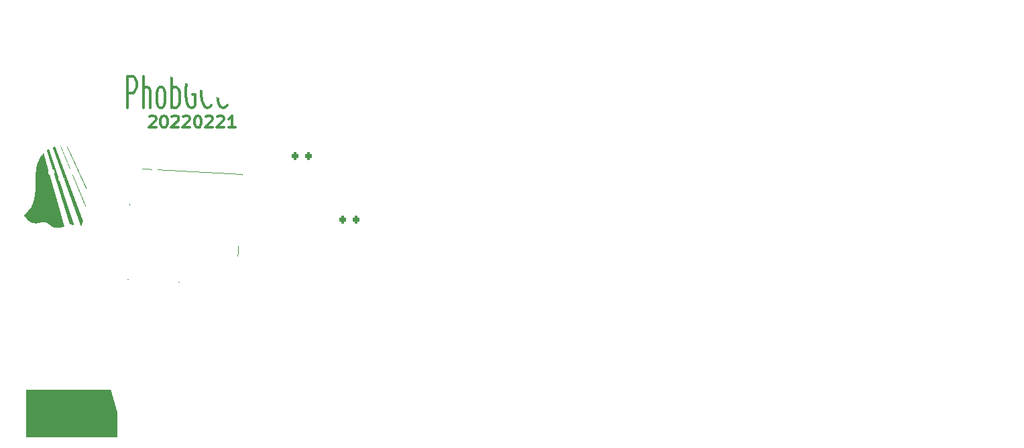
<source format=gto>
G04 #@! TF.GenerationSoftware,KiCad,Pcbnew,(6.0.1)*
G04 #@! TF.CreationDate,2022-02-21T08:53:05-08:00*
G04 #@! TF.ProjectId,PhobGCC,50686f62-4743-4432-9e6b-696361645f70,rev?*
G04 #@! TF.SameCoordinates,Original*
G04 #@! TF.FileFunction,Legend,Top*
G04 #@! TF.FilePolarity,Positive*
%FSLAX46Y46*%
G04 Gerber Fmt 4.6, Leading zero omitted, Abs format (unit mm)*
G04 Created by KiCad (PCBNEW (6.0.1)) date 2022-02-21 08:53:05*
%MOMM*%
%LPD*%
G01*
G04 APERTURE LIST*
G04 Aperture macros list*
%AMRoundRect*
0 Rectangle with rounded corners*
0 $1 Rounding radius*
0 $2 $3 $4 $5 $6 $7 $8 $9 X,Y pos of 4 corners*
0 Add a 4 corners polygon primitive as box body*
4,1,4,$2,$3,$4,$5,$6,$7,$8,$9,$2,$3,0*
0 Add four circle primitives for the rounded corners*
1,1,$1+$1,$2,$3*
1,1,$1+$1,$4,$5*
1,1,$1+$1,$6,$7*
1,1,$1+$1,$8,$9*
0 Add four rect primitives between the rounded corners*
20,1,$1+$1,$2,$3,$4,$5,0*
20,1,$1+$1,$4,$5,$6,$7,0*
20,1,$1+$1,$6,$7,$8,$9,0*
20,1,$1+$1,$8,$9,$2,$3,0*%
%AMHorizOval*
0 Thick line with rounded ends*
0 $1 width*
0 $2 $3 position (X,Y) of the first rounded end (center of the circle)*
0 $4 $5 position (X,Y) of the second rounded end (center of the circle)*
0 Add line between two ends*
20,1,$1,$2,$3,$4,$5,0*
0 Add two circle primitives to create the rounded ends*
1,1,$1,$2,$3*
1,1,$1,$4,$5*%
%AMFreePoly0*
4,1,485,0.033845,0.726392,0.034431,0.726518,0.202577,0.695752,0.203096,0.695417,0.203716,0.695400,0.357983,0.626537,0.358412,0.626084,0.359013,0.625919,0.494570,0.520560,0.494750,0.520243,0.495086,0.520099,0.515648,0.498967,0.515723,0.498779,0.515902,0.498685,0.600307,0.397628,0.600443,0.397192,0.600804,0.396914,0.656833,0.299424,0.656909,0.298841,0.657282,0.298386,
0.689713,0.191657,0.689665,0.191165,0.689901,0.190730,0.703513,0.061963,0.703447,0.061741,0.703540,0.061528,0.704798,-0.007408,0.704765,-0.007491,0.704798,-0.007574,0.703307,-0.107928,0.703234,-0.108097,0.703290,-0.108272,0.697295,-0.179687,0.697122,-0.180023,0.697184,-0.180397,0.684250,-0.236219,0.683996,-0.236575,0.683995,-0.237012,0.661686,-0.290581,0.661540,-0.290726,
0.661524,-0.290931,0.648158,-0.317137,0.648022,-0.317253,0.647996,-0.317430,0.601616,-0.395012,0.601472,-0.395119,0.601434,-0.395293,0.542436,-0.480459,0.542311,-0.480540,0.542271,-0.480684,0.504223,-0.529542,0.448151,-0.605890,0.407284,-0.685204,0.379248,-0.776183,0.361927,-0.887392,0.353277,-1.027235,0.351356,-1.133531,0.352945,-1.281398,0.361246,-1.393555,0.378015,-1.476550,
0.404895,-1.537030,0.443756,-1.582129,0.484103,-1.611203,0.565558,-1.643348,0.647633,-1.653926,0.746329,-1.665641,0.746818,-1.665915,0.747379,-1.665882,0.835602,-1.696499,0.836085,-1.696929,0.836718,-1.697051,0.903945,-1.741469,0.904506,-1.742299,0.905336,-1.742850,0.941086,-1.795975,0.941245,-1.796757,0.941743,-1.797383,0.942100,-1.798622,0.942059,-1.798988,0.942245,-1.799304,
0.948244,-1.841600,0.948195,-1.841790,0.948283,-1.841968,0.953319,-1.917100,0.953293,-1.917176,0.953327,-1.917249,0.956969,-2.015726,0.956949,-2.015779,0.956971,-2.015830,0.958789,-2.128157,0.958776,-2.128189,0.958790,-2.128221,0.958917,-2.166483,0.958917,-2.166485,0.959242,-2.278465,0.959223,-2.278512,0.959241,-2.278558,0.957796,-2.371336,0.957717,-2.371520,0.957776,-2.371710,
0.950931,-2.447096,0.950725,-2.447490,0.950783,-2.447927,0.934905,-2.507730,0.934444,-2.508334,0.934321,-2.509082,0.905778,-2.555109,0.905023,-2.555652,0.904554,-2.556455,0.859717,-2.590517,0.858982,-2.590710,0.858423,-2.591227,0.793661,-2.615132,0.793193,-2.615114,0.792798,-2.615365,0.704478,-2.630921,0.704229,-2.630866,0.704000,-2.630982,0.588493,-2.639998,0.588370,-2.639958,
0.588251,-2.640011,0.441924,-2.644296,0.441870,-2.644275,0.441816,-2.644298,0.261040,-2.645661,0.261024,-2.645654,0.261008,-2.645661,0.042153,-2.645911,0.001430,-2.645971,-0.228230,-2.646549,-0.228242,-2.646544,-0.228254,-2.646549,-0.419163,-2.646129,-0.419210,-2.646109,-0.419258,-2.646128,-0.574988,-2.642817,-0.575096,-2.642769,-0.575207,-2.642807,-0.699331,-2.634711,-0.699539,-2.634608,
-0.699766,-2.634664,-0.795858,-2.619891,-0.796222,-2.619670,-0.796647,-2.619703,-0.868278,-2.596360,-0.868812,-2.595903,-0.869501,-2.595767,-0.920245,-2.561959,-0.920750,-2.561206,-0.921523,-2.560730,-0.954952,-2.514566,-0.955138,-2.513788,-0.955656,-2.513182,-0.975342,-2.452766,-0.975303,-2.452268,-0.975550,-2.451833,-0.985068,-2.375274,-0.985002,-2.375036,-0.985104,-2.374811,-0.988024,-2.280213,
-0.987994,-2.280133,-0.988026,-2.280055,-0.987923,-2.165527,-0.987922,-2.165524,-0.987923,-2.165521,-0.987833,-2.119370,-0.987833,-1.803412,-0.987834,-1.803410,-0.986369,-1.799874,-0.927066,-1.740572,-0.926576,-1.740369,-0.926278,-1.739930,-0.843514,-1.685525,-0.842729,-1.685375,-0.842098,-1.684883,-0.776694,-1.666833,-0.776373,-1.666873,-0.776096,-1.666707,-0.692312,-1.654306,-0.606325,-1.641579,
-0.598823,-1.640469,-0.503663,-1.607693,-0.452766,-1.569117,-0.395169,-1.511522,-0.395631,-1.136259,-0.397252,-0.974299,-0.403739,-0.846218,-0.418169,-0.743556,-0.443591,-0.657642,-0.483130,-0.579668,-0.540091,-0.500833,-0.617724,-0.412555,-0.685339,-0.341327,-0.785001,-0.252391,-0.886656,-0.193977,-0.996948,-0.164784,-1.122629,-0.163822,-1.270285,-0.190343,-1.420229,-0.234730,-1.787574,-0.379606,
-2.140998,-0.562564,-2.477441,-0.780837,-2.793769,-1.031620,-3.086902,-1.312144,-3.353709,-1.619597,-3.591085,-1.951188,-3.795975,-2.304202,-3.854811,-2.422589,-4.010839,-2.791719,-4.127792,-3.164945,-4.206752,-3.547344,-4.248758,-3.943898,-4.255358,-4.339194,-4.251969,-4.463252,-4.247628,-4.553434,-4.241104,-4.618114,-4.231212,-4.665718,-4.216709,-4.704984,-4.196174,-4.744742,-4.195984,-4.745080,
-4.110578,-4.856101,-3.996974,-4.942083,-3.864392,-4.996270,-3.848578,-5.000082,-3.811170,-5.007830,-3.776466,-5.012262,-3.738540,-5.012498,-3.691363,-5.007587,-3.629075,-4.996539,-3.545925,-4.978393,-3.436079,-4.952190,-3.293882,-4.917022,-3.210107,-4.896099,-3.210090,-4.896102,-3.210075,-4.896091,-2.875551,-4.814926,-2.875504,-4.814933,-2.875465,-4.814906,-2.570338,-4.746536,-2.570279,-4.746546,
-2.570229,-4.746513,-2.284186,-4.689082,-2.284119,-4.689095,-2.284060,-4.689058,-2.006778,-4.640707,-2.006708,-4.640723,-2.006649,-4.640687,-1.727813,-4.599558,-1.727751,-4.599574,-1.727695,-4.599542,-1.436988,-4.563779,-1.436947,-4.563790,-1.436909,-4.563770,-1.258530,-4.544727,-1.258456,-4.544749,-1.258387,-4.544714,-0.838972,-4.512186,-0.838865,-4.512221,-0.838763,-4.512174,-0.394963,-4.496401,
-0.394871,-4.496435,-0.394780,-4.496398,0.064330,-4.496895,0.064414,-4.496930,0.064500,-4.496898,0.529843,-4.513179,0.529925,-4.513216,0.530009,-4.513188,0.992509,-4.544767,0.992591,-4.544808,0.992680,-4.544781,1.443263,-4.591174,1.443353,-4.591222,1.443451,-4.591197,1.873040,-4.651918,1.873142,-4.651978,1.873257,-4.651954,2.272776,-4.726517,2.272840,-4.726559,2.272917,-4.726545,
2.316542,-4.735989,2.316779,-4.736153,2.317068,-4.736133,2.464152,-4.785220,2.464595,-4.785604,2.465171,-4.785694,2.588100,-4.860626,2.588477,-4.861143,2.589066,-4.861393,2.683566,-4.957707,2.683832,-4.958367,2.684386,-4.958814,2.746184,-5.072043,2.746268,-5.072821,2.746700,-5.073470,2.771521,-5.199153,2.771433,-5.199595,2.771615,-5.200009,2.771893,-5.212292,2.771745,-5.212674,
2.771850,-5.213070,2.754925,-5.339172,2.754595,-5.339741,2.754598,-5.340396,2.706011,-5.459423,2.705587,-5.459851,2.705451,-5.460439,2.631433,-5.564066,2.630901,-5.564398,2.630618,-5.564956,2.537399,-5.644860,2.536701,-5.645088,2.536199,-5.645622,2.430009,-5.693477,2.429486,-5.693493,2.429057,-5.693796,2.407728,-5.698617,2.407323,-5.698547,2.406955,-5.698729,2.337087,-5.703343,
2.336780,-5.703239,2.336474,-5.703346,2.230533,-5.697312,2.230388,-5.697242,2.230234,-5.697286,2.086975,-5.680464,2.086894,-5.680419,2.086804,-5.680441,1.904985,-5.652688,1.904937,-5.652659,1.904885,-5.652671,1.725715,-5.621580,1.372750,-5.567304,0.988613,-5.525452,0.582604,-5.496232,0.164024,-5.479852,-0.257803,-5.476527,-0.673559,-5.486465,-1.073796,-5.509873,-1.449392,-5.546974,
-1.468991,-5.549396,-1.823556,-5.601353,-2.202156,-5.670741,-2.591796,-5.754671,-2.979412,-5.850236,-3.351917,-5.954528,-3.510779,-6.003419,-3.510810,-6.003416,-3.510833,-6.003435,-3.713945,-6.063458,-3.714094,-6.063442,-3.714216,-6.063530,-3.884344,-6.103619,-3.884572,-6.103582,-3.884770,-6.103700,-4.026058,-6.124270,-4.026395,-6.124185,-4.026715,-6.124322,-4.143298,-6.125789,-4.143760,-6.125604,
-4.144244,-6.125710,-4.240263,-6.108489,-4.240728,-6.108191,-4.241282,-6.108192,-4.303671,-6.082532,-4.304052,-6.082153,-4.304578,-6.082044,-4.440550,-5.989695,-4.440910,-5.989147,-4.441500,-5.988856,-4.540511,-5.875964,-4.540746,-5.875273,-4.541284,-5.874779,-4.603881,-5.740424,-4.603911,-5.739735,-4.604278,-5.739152,-4.631011,-5.582417,-4.630926,-5.582043,-4.631081,-5.581691,-4.632207,-5.532634,
-4.635052,-5.448410,-4.643539,-5.336992,-4.656346,-5.213085,-4.671904,-5.092976,-4.671903,-5.092972,-4.671904,-5.092970,-4.710414,-4.793081,-4.710386,-4.792977,-4.710436,-4.792880,-4.734051,-4.523303,-4.734011,-4.523176,-4.734067,-4.523053,-4.743275,-4.274662,-4.743222,-4.274518,-4.743277,-4.274377,-4.738570,-4.038046,-4.738527,-4.037948,-4.738562,-4.037846,-4.733262,-3.949808,-4.733212,-3.949705,
-4.733245,-3.949595,-4.693853,-3.567529,-4.693760,-3.567356,-4.693802,-3.567164,-4.630385,-3.211057,-4.630266,-3.210871,-4.630295,-3.210654,-4.540070,-2.869846,-4.539936,-2.869670,-4.539947,-2.869447,-4.420127,-2.533281,-4.419996,-2.533136,-4.419991,-2.532939,-4.280649,-2.217397,-4.280522,-2.217276,-4.280507,-2.217102,-4.105517,-1.882177,-4.105357,-1.882043,-4.105322,-1.881838,-3.914133,-1.576577,
-3.913949,-1.576446,-3.913893,-1.576229,-3.698848,-1.289829,-3.698663,-1.289720,-3.698593,-1.289516,-3.452039,-1.011177,-3.451923,-1.011121,-3.451875,-1.011000,-3.357079,-0.913845,-3.356971,-0.913799,-3.356923,-0.913692,-3.092008,-0.664949,-3.091821,-0.664878,-3.091726,-0.664704,-2.823401,-0.448059,-2.823192,-0.447997,-2.823072,-0.447815,-2.540391,-0.255508,-2.540186,-0.255465,-2.540057,-0.255299,
-2.232072,-0.079569,-2.231932,-0.079551,-2.231839,-0.079444,-2.053995,0.009919,-2.053897,0.009926,-2.053830,0.009998,-1.848346,0.104003,-1.848219,0.104008,-1.848129,0.104096,-1.645978,0.185244,-1.645842,0.185243,-1.645741,0.185332,-1.434936,0.257810,-1.434815,0.257803,-1.434720,0.257879,-1.203282,0.325873,-1.203197,0.325864,-1.203128,0.325916,-0.994671,0.379992,-0.837580,0.420963,
-0.716530,0.457539,-0.625500,0.491731,-0.558429,0.525556,-0.551534,0.529793,-0.551533,0.529793,-0.438800,0.599042,-0.438693,0.599059,-0.438628,0.599142,-0.351173,0.648177,-0.350970,0.648201,-0.350830,0.648353,-0.279400,0.681447,-0.279098,0.681459,-0.278871,0.681656,-0.214211,0.703082,-0.213911,0.703060,-0.213662,0.703230,-0.146520,0.717263,-0.146404,0.717241,-0.146304,0.717303,
-0.144469,0.717603,-0.144182,0.717536,-0.143914,0.717663,0.033279,0.726594,0.033845,0.726392,0.033845,0.726392,$1*%
%AMFreePoly1*
4,1,513,4.078268,6.138208,4.078693,6.138340,4.171084,6.129783,4.171580,6.129522,4.172136,6.129569,4.253090,6.103861,4.253514,6.103504,4.254063,6.103433,4.329090,6.060442,4.329347,6.060109,4.329750,6.059990,4.404357,5.999588,4.404443,5.999429,4.404613,5.999366,4.425155,5.980289,4.425217,5.980153,4.425355,5.980093,4.485551,5.917527,4.485693,5.917166,4.486021,5.916960,
4.530360,5.854677,4.530476,5.854173,4.530852,5.853817,4.562519,5.782932,4.562532,5.782477,4.562804,5.782110,4.584982,5.693736,4.584940,5.693452,4.585085,5.693204,4.600959,5.578454,4.600926,5.578326,4.600987,5.578209,4.611229,5.462209,4.622755,5.333438,4.637835,5.196765,4.654385,5.069757,4.668284,4.981170,4.668280,4.981155,4.668288,4.981143,4.680835,4.898185,
4.680804,4.898058,4.680865,4.897944,4.690372,4.804730,4.690342,4.804628,4.690389,4.804531,4.697181,4.694391,4.697155,4.694317,4.697187,4.694247,4.701588,4.560508,4.701570,4.560460,4.701590,4.560414,4.703927,4.396403,4.703917,4.396378,4.703928,4.396351,4.704530,4.238019,4.704524,4.238004,4.704530,4.237990,4.704205,4.062905,4.704196,4.062883,4.704205,4.062861,
4.702711,3.922460,4.702693,3.922418,4.702709,3.922376,4.699589,3.809017,4.699559,3.808949,4.699583,3.808879,4.694385,3.714921,4.694340,3.714828,4.694371,3.714729,4.686640,3.632530,4.686587,3.632429,4.686616,3.632318,4.675898,3.554235,4.675849,3.554152,4.675870,3.554060,4.661710,3.472450,4.661689,3.472416,4.661697,3.472376,4.657744,3.451457,4.657678,3.451356,
4.657697,3.451237,4.551013,2.998814,4.550876,2.998624,4.550893,2.998393,4.408156,2.566588,4.408000,2.566407,4.407996,2.566166,4.230044,2.156216,4.229867,2.156045,4.229840,2.155801,4.017508,1.768941,4.017314,1.768785,4.017263,1.768540,3.771388,1.406007,3.771178,1.405869,3.771104,1.405627,3.492521,1.068654,3.492298,1.068536,3.492201,1.068303,3.181746,0.758128,
3.181514,0.758032,3.181397,0.757811,2.839906,0.475668,2.839672,0.475596,2.839538,0.475392,2.477847,0.228688,2.477654,0.228648,2.477534,0.228491,2.224813,0.082318,2.224645,0.082296,2.224533,0.082167,1.965739,-0.046296,1.965564,-0.046308,1.965442,-0.046431,1.692981,-0.160145,1.692817,-0.160145,1.692694,-0.160255,1.398971,-0.262176,1.398830,-0.262168,1.398719,-0.262256,
1.076139,-0.355343,1.076038,-0.355332,1.075956,-0.355392,0.809132,-0.421512,0.665035,-0.463160,0.539378,-0.519345,0.468465,-0.560591,0.387830,-0.609028,0.387749,-0.609040,0.387698,-0.609105,0.311435,-0.651806,0.311319,-0.651820,0.311244,-0.651907,0.253323,-0.681119,0.253163,-0.681131,0.253051,-0.681246,0.243584,-0.685328,0.243218,-0.685333,0.242927,-0.685559,0.137515,-0.714485,
0.137094,-0.714432,0.136721,-0.714635,0.012234,-0.727896,0.011877,-0.727791,0.011529,-0.727921,-0.111083,-0.723633,-0.111343,-0.723515,-0.111618,-0.723585,-0.138324,-0.719756,-0.138671,-0.719550,-0.139075,-0.719589,-0.282355,-0.675801,-0.282792,-0.675441,-0.283352,-0.675373,-0.421335,-0.597477,-0.421644,-0.597082,-0.422120,-0.596928,-0.544265,-0.492824,-0.544503,-0.492358,-0.544960,-0.492100,
-0.640722,-0.369687,-0.640832,-0.369291,-0.641154,-0.369036,-0.665762,-0.324784,-0.665813,-0.324343,-0.666109,-0.324013,-0.718553,-0.174890,-0.718522,-0.174312,-0.718802,-0.173809,-0.738016,-0.008871,-0.737889,-0.008425,-0.738041,-0.007984,-0.730790,0.109533,-0.730650,0.109819,-0.730717,0.110130,-0.713081,0.206021,-0.712876,0.206337,-0.712902,0.206712,-0.685204,0.289022,-0.684916,0.289353,
-0.684872,0.289790,-0.641000,0.371656,-0.640758,0.371854,-0.640690,0.372160,-0.574535,0.466718,-0.574438,0.466780,-0.574409,0.466889,-0.549882,0.498948,-0.549883,0.498948,-0.497543,0.568425,-0.458668,0.628082,-0.431218,0.685926,-0.413081,0.750183,-0.402297,0.829119,-0.396998,0.930789,-0.395283,1.063231,-0.395166,1.138528,-0.395166,1.509656,-0.462391,1.576650,-0.503385,1.613052,
-0.544509,1.635166,-0.600419,1.648609,-0.683798,1.658206,-0.683815,1.658216,-0.683835,1.658210,-0.785724,1.670718,-0.786025,1.670888,-0.786368,1.670840,-0.863236,1.690732,-0.863815,1.691168,-0.864532,1.691271,-0.919861,1.724049,-0.920477,1.724870,-0.921355,1.725407,-0.958627,1.776578,-0.958828,1.777413,-0.959371,1.778075,-0.982068,1.853142,-0.982021,1.853619,-0.982251,1.854037,
-0.993855,1.958506,-0.993794,1.958715,-0.993884,1.958915,-0.997876,2.098289,-0.997853,2.098349,-0.997878,2.098409,-0.998119,2.153061,-0.998110,2.153083,-0.998119,2.153106,-0.997572,2.274538,-0.997546,2.274600,-0.997570,2.274663,-0.994996,2.362151,-0.994930,2.362299,-0.994978,2.362453,-0.989399,2.424372,-0.989251,2.424654,-0.989309,2.424968,-0.979749,2.469691,-0.979490,2.470067,
-0.979494,2.470520,-0.964977,2.506423,-0.964758,2.506646,-0.964724,2.506956,-0.954316,2.525907,-0.954043,2.526126,-0.953959,2.526465,-0.916993,2.576658,-0.916099,2.577198,-0.915462,2.578026,-0.869733,2.604357,-0.868946,2.604460,-0.868294,2.604911,-0.813406,2.616776,-0.813058,2.616713,-0.812741,2.616874,-0.770082,2.620218,-0.769983,2.620186,-0.769889,2.620229,-0.690375,2.623383,
-0.690340,2.623370,-0.690306,2.623385,-0.579412,2.626248,-0.579393,2.626241,-0.579373,2.626249,-0.442576,2.628720,-0.442563,2.628715,-0.442548,2.628721,-0.285325,2.630702,-0.285313,2.630697,-0.285302,2.630702,-0.113130,2.632091,-0.113120,2.632087,-0.113110,2.632091,0.055645,2.632764,0.055650,2.632762,0.055655,2.632764,0.829570,2.634333,0.829626,2.634310,0.829685,2.634333,
0.831406,2.633577,0.833109,2.632876,0.833133,2.632819,0.833189,2.632794,0.895355,2.567964,0.895357,2.567963,0.957526,2.503131,0.958191,2.501427,0.958916,2.499764,0.965554,2.145074,0.972193,1.790384,0.972004,1.789903,0.972114,1.789397,0.971327,1.788175,0.970796,1.786821,0.970322,1.786614,0.970042,1.786180,0.888079,1.729380,0.887775,1.729314,0.887578,1.729075,
0.812966,1.689426,0.812399,1.689371,0.811949,1.689021,0.717087,1.662862,0.716783,1.662900,0.716522,1.662741,0.648496,1.652219,0.561235,1.638723,0.503188,1.621632,0.460108,1.595836,0.432248,1.570604,0.401531,1.536342,0.381798,1.501011,0.369069,1.452589,0.359893,1.379223,0.355065,1.323546,0.348833,1.188821,0.350588,1.050678,0.359490,0.919076,0.374679,0.804120,
0.395263,0.715900,0.408644,0.682236,0.446745,0.618693,0.503496,0.536915,0.569501,0.449262,0.635420,0.367950,0.691929,0.305155,0.710753,0.287115,0.801531,0.220540,0.898976,0.178302,1.008036,0.160336,1.133624,0.166832,1.280474,0.198084,1.453196,0.254343,1.611846,0.316964,1.994001,0.499136,2.354894,0.716821,2.692004,0.967905,3.002698,1.250222,3.284373,1.561614,
3.534498,1.900027,3.542635,1.912312,3.754036,2.270847,3.928612,2.648258,4.065389,3.041009,4.163329,3.445469,4.221390,3.857989,4.238538,4.275045,4.237307,4.346125,4.233718,4.467132,4.229281,4.554489,4.222589,4.616802,4.212257,4.662916,4.196852,4.701835,4.174760,4.742619,4.171734,4.747801,4.095181,4.845771,3.994803,4.927645,3.882151,4.986330,3.768836,5.014661,
3.739188,5.016151,3.696621,5.011074,3.619589,4.996666,3.515277,4.974452,3.390528,4.945921,3.252196,4.912567,3.252195,4.912567,3.164437,4.890585,3.164420,4.890587,3.164406,4.890577,2.765024,4.793254,2.764959,4.793264,2.764906,4.793227,2.393760,4.712213,2.393681,4.712227,2.393613,4.712183,2.041318,4.646311,2.041228,4.646330,2.041148,4.646282,1.698319,4.594385,
1.698224,4.594409,1.698138,4.594361,1.355393,4.555272,1.355301,4.555298,1.355215,4.555255,1.003168,4.527805,1.003086,4.527832,1.003008,4.527795,0.632274,4.510818,0.632206,4.510842,0.632141,4.510814,0.233338,4.503143,0.233299,4.503158,0.233261,4.503142,0.043769,4.502415,0.043747,4.502424,0.043725,4.502415,-0.236213,4.503810,-0.236246,4.503824,-0.236279,4.503811,
-0.483122,4.508277,-0.483167,4.508297,-0.483215,4.508279,-0.706131,4.516457,-0.706189,4.516484,-0.706249,4.516463,-0.914407,4.528998,-0.914471,4.529029,-0.914538,4.529008,-1.117106,4.546542,-1.117166,4.546573,-1.117233,4.546554,-1.323381,4.569731,-1.323433,4.569760,-1.323489,4.569745,-1.542384,4.599206,-1.542418,4.599226,-1.542457,4.599216,-1.724406,4.626426,-1.724433,4.626442,
-1.724463,4.626435,-1.954357,4.663529,-1.954406,4.663559,-1.954462,4.663547,-2.146151,4.698659,-2.146235,4.698714,-2.146335,4.698696,-2.303773,4.733682,-2.303909,4.733778,-2.304075,4.733759,-2.431216,4.770476,-2.431422,4.770640,-2.431685,4.770637,-2.532483,4.810940,-2.532761,4.811211,-2.533147,4.811264,-2.611556,4.857008,-2.611866,4.857416,-2.612349,4.857582,-2.672321,4.910623,
-2.672566,4.911125,-2.673044,4.911416,-2.718538,4.973609,-2.718653,4.974081,-2.719014,4.974406,-2.753980,5.047608,-2.753997,5.047928,-2.754208,5.048170,-2.779354,5.122980,-2.779326,5.123385,-2.779544,5.123731,-2.797077,5.226339,-2.796909,5.227077,-2.797109,5.227807,-2.784722,5.326017,-2.784366,5.326642,-2.784357,5.327359,-2.739766,5.431502,-2.739483,5.431778,-2.739419,5.432169,
-2.696003,5.502175,-2.695625,5.502446,-2.695470,5.502885,-2.603430,5.605135,-2.602738,5.605466,-2.602280,5.606081,-2.490413,5.672988,-2.489614,5.673106,-2.488956,5.673572,-2.362193,5.702410,-2.361704,5.702327,-2.361251,5.702532,-2.332333,5.703497,-2.332091,5.703406,-2.331845,5.703490,-2.275873,5.699891,-2.275756,5.699834,-2.275633,5.699869,-2.187511,5.689915,-2.187459,5.689886,
-2.187399,5.689902,-2.076618,5.674855,-2.076580,5.674833,-2.076538,5.674843,-1.952592,5.655964,-1.952563,5.655946,-1.952529,5.655954,-1.863769,5.641264,-1.324400,5.560469,-0.802528,5.506712,-0.283836,5.478924,0.246010,5.476047,0.339909,5.478003,0.853842,5.499723,1.339863,5.540027,1.808776,5.600707,2.271288,5.683551,2.738090,5.790347,3.219958,5.922906,3.482645,6.003440,
3.482650,6.003439,3.482656,6.003444,3.675889,6.062200,3.675988,6.062190,3.676068,6.062251,3.835827,6.104373,3.836006,6.104349,3.836156,6.104448,3.967949,6.129806,3.968242,6.129746,3.968508,6.129881,4.077846,6.138346,4.078268,6.138208,4.078268,6.138208,$1*%
%AMFreePoly2*
4,1,175,0.155291,0.579555,0.300000,0.519615,0.424264,0.424264,0.519615,0.300000,0.579555,0.155291,0.600000,0.000000,0.579555,-0.155291,0.519615,-0.300000,0.493377,-0.334194,0.502024,-0.569707,0.680699,-0.618838,0.680812,-0.618926,0.680955,-0.618916,0.820128,-0.665337,0.820275,-0.665464,0.820471,-0.665465,0.978527,-0.731380,0.978630,-0.731484,0.978774,-0.731492,1.141505,-0.809990,
1.141599,-0.810095,1.141740,-0.810111,1.294939,-0.894281,1.295052,-0.894421,1.295228,-0.894453,1.424686,-0.977385,1.424769,-0.977504,1.424910,-0.977537,1.438978,-0.987664,1.439075,-0.987820,1.439249,-0.987874,1.692796,-1.198206,1.692954,-1.198505,1.693259,-1.198644,1.913133,-1.434386,1.913254,-1.434710,1.913547,-1.434893,2.100356,-1.696852,2.100433,-1.697183,2.100695,-1.697399,
2.255053,-1.986383,2.255078,-1.986637,2.255258,-1.986816,2.328043,-2.161522,2.328043,-2.161686,2.328153,-2.161810,2.355053,-2.239565,2.355047,-2.239658,2.355108,-2.239731,2.384228,-2.334520,2.384222,-2.334583,2.384262,-2.334634,2.412657,-2.435453,2.412650,-2.435512,2.412686,-2.435560,2.437410,-2.531403,2.437399,-2.531482,2.437444,-2.531546,2.455550,-2.611405,2.455522,-2.611569,
2.455610,-2.611712,2.464152,-2.664581,2.464083,-2.664873,2.464211,-2.665145,2.464514,-2.671642,2.464224,-2.672447,2.464313,-2.673298,2.463600,-2.674177,2.463216,-2.675242,2.462440,-2.675607,2.461902,-2.676270,2.454210,-2.680442,2.453335,-2.680534,2.452583,-2.680989,2.428175,-2.684727,2.427981,-2.684680,2.427803,-2.684770,2.384760,-2.688095,2.384682,-2.688069,2.384606,-2.688105,
2.321008,-2.691038,2.320967,-2.691023,2.320927,-2.691041,2.234856,-2.693602,2.234831,-2.693593,2.234807,-2.693603,2.124341,-2.695813,2.124326,-2.695807,2.124310,-2.695814,1.987531,-2.697694,1.987520,-2.697689,1.987509,-2.697694,1.822497,-2.699263,1.822489,-2.699260,1.822482,-2.699263,1.627317,-2.700543,1.627311,-2.700541,1.627306,-2.700543,1.400067,-2.701554,1.400063,-2.701553,
1.400060,-2.701554,1.138828,-2.702318,1.138825,-2.702317,1.138822,-2.702318,0.841677,-2.702853,0.841675,-2.702852,0.841673,-2.702853,0.506697,-2.703182,0.506695,-2.703181,0.506694,-2.703182,0.131965,-2.703324,0.131963,-2.703324,-0.006653,-2.703334,-2.472973,-2.703334,-2.473476,-2.703126,-2.474012,-2.703225,-2.475189,-2.702416,-2.476509,-2.701870,-2.476717,-2.701367,-2.477167,-2.701058,
-2.477428,-2.699652,-2.477973,-2.698334,-2.477765,-2.697831,-2.477864,-2.697295,-2.467742,-2.649669,-2.467690,-2.649594,-2.467704,-2.649504,-2.393038,-2.348902,-2.392906,-2.348724,-2.392921,-2.348503,-2.302471,-2.081505,-2.302293,-2.081301,-2.302283,-2.081033,-2.192527,-1.840726,-2.192308,-1.840522,-2.192264,-1.840227,-2.059679,-1.619696,-2.059442,-1.619520,-2.059365,-1.619233,-1.900428,-1.411562,
-1.900225,-1.411444,-1.900144,-1.411222,-1.757629,-1.255770,-1.757406,-1.255666,-1.757301,-1.255445,-1.587492,-1.101500,-1.587243,-1.101411,-1.587108,-1.101186,-1.392497,-0.957162,-1.392274,-0.957106,-1.392138,-0.956919,-1.182180,-0.828103,-1.181956,-0.828067,-1.181808,-0.827896,-0.965959,-0.719577,-0.965709,-0.719559,-0.965528,-0.719386,-0.753244,-0.636853,-0.752939,-0.636860,-0.752697,-0.636676,
-0.561814,-0.586761,-0.561628,-0.586787,-0.561471,-0.586684,-0.493291,-0.573893,-0.486952,-0.342568,-0.519615,-0.300000,-0.579555,-0.155291,-0.600000,0.000000,-0.579555,0.155291,-0.519615,0.300000,-0.424264,0.424264,-0.300000,0.519615,-0.155291,0.579555,0.000000,0.600000,0.155291,0.579555,0.155291,0.579555,$1*%
%AMFreePoly3*
4,1,174,-0.019208,2.667285,-0.019207,2.667285,0.299634,2.666361,0.299636,2.666360,0.299638,2.666361,0.606649,2.665242,0.606651,2.665241,0.606653,2.665242,0.899182,2.663949,0.899184,2.663948,0.899186,2.663949,1.174582,2.662504,1.174584,2.662503,1.174587,2.662504,1.430197,2.660927,1.430199,2.660926,1.430202,2.660927,1.663376,2.659242,1.663379,2.659241,1.663383,2.659242,
1.871468,2.657470,1.871472,2.657468,1.871476,2.657470,2.051821,2.655631,2.051827,2.655629,2.051833,2.655631,2.201786,2.653749,2.201796,2.653745,2.201804,2.653748,2.318714,2.651843,2.318731,2.651836,2.318749,2.651843,2.399962,2.649938,2.400013,2.649915,2.400065,2.649934,2.442931,2.648049,2.443182,2.647932,2.443453,2.647999,2.449682,2.647066,2.450911,2.646327,
2.452271,2.645853,2.452504,2.645369,2.452962,2.645094,2.453308,2.643703,2.453934,2.642406,2.455454,2.615763,2.455261,2.615210,2.455391,2.614639,2.445459,2.556273,2.445372,2.556135,2.445399,2.555974,2.426284,2.474209,2.426232,2.474137,2.426244,2.474049,2.400212,2.377211,2.400170,2.377156,2.400177,2.377089,2.369499,2.273503,2.369457,2.273451,2.369462,2.273382,
2.336403,2.171372,2.336347,2.171306,2.336351,2.171219,2.303181,2.079110,2.303131,2.079055,2.303132,2.078978,2.295085,2.058467,2.294946,2.058323,2.294935,2.058125,2.162282,1.782502,2.162028,1.782275,2.161965,1.781939,1.992975,1.522794,1.992707,1.522610,1.992608,1.522300,1.791554,1.284146,1.791270,1.283999,1.791137,1.283708,1.562289,1.071060,1.561985,1.070947,
1.561816,1.070672,1.309446,0.888044,1.309130,0.887969,1.308927,0.887715,1.055251,0.748010,1.054994,0.747981,1.054814,0.747797,0.944796,0.700478,0.944675,0.700476,0.944587,0.700394,0.807393,0.648557,0.807306,0.648560,0.807240,0.648502,0.656931,0.597217,0.656850,0.597222,0.656787,0.597170,0.524683,0.556518,0.515492,0.535464,0.505951,0.473111,0.497340,0.373735,
0.495056,0.332006,0.519615,0.300000,0.579555,0.155291,0.600000,0.000000,0.579555,-0.155291,0.519615,-0.300000,0.424264,-0.424264,0.300000,-0.519615,0.155291,-0.579555,0.000000,-0.600000,-0.155291,-0.579555,-0.300000,-0.519615,-0.424264,-0.424264,-0.519615,-0.300000,-0.579555,-0.155291,-0.600000,0.000000,-0.579555,0.155291,-0.519615,0.300000,-0.490233,0.338292,-0.497945,0.551511,
-0.642508,0.589108,-0.642653,0.589218,-0.642835,0.589205,-0.935946,0.687177,-0.936216,0.687411,-0.936574,0.687435,-1.214879,0.824820,-1.215109,0.825082,-1.215452,0.825151,-1.478167,1.001419,-1.478351,1.001695,-1.478665,1.001801,-1.725011,1.216422,-1.725149,1.216699,-1.725429,1.216831,-1.954623,1.469276,-1.954676,1.469424,-1.954814,1.469499,-1.970792,1.489319,-1.970816,1.489402,
-1.970891,1.489446,-2.080076,1.634214,-2.080124,1.634401,-2.080284,1.634511,-2.171751,1.776072,-2.171793,1.776303,-2.171972,1.776451,-2.249338,1.922991,-2.249360,1.923226,-2.249528,1.923393,-2.316403,2.083097,-2.316404,2.083301,-2.316537,2.083455,-2.376536,2.264509,-2.376525,2.264660,-2.376618,2.264781,-2.433355,2.475371,-2.433344,2.475454,-2.433392,2.475520,-2.464817,2.608216,
-2.464813,2.608238,-2.464827,2.608257,-2.478305,2.667376,-2.478206,2.667956,-2.478430,2.668500,-2.477897,2.669778,-2.477664,2.671149,-2.477183,2.671490,-2.476957,2.672032,-2.475673,2.672560,-2.474541,2.673362,-2.473961,2.673263,-2.473417,2.673487,-0.019208,2.667285,-0.019208,2.667285,$1*%
%AMFreePoly4*
4,1,52,0.073905,0.494508,0.209726,0.453889,0.328688,0.376782,0.421226,0.269385,0.479903,0.140333,0.500000,0.000000,0.499851,-0.012216,0.493270,-0.051334,2.240667,-0.051334,2.244203,-0.052798,2.245667,-0.056334,2.245667,-5.115167,2.244203,-5.118703,2.240667,-5.120167,1.669167,-5.120167,1.665631,-5.118703,1.664167,-5.115167,1.664167,-0.632834,0.213667,-0.632834,0.213667,-5.115167,
0.212203,-5.118703,0.208667,-5.120167,-0.384000,-5.120167,-0.387536,-5.118703,-0.389000,-5.115167,-0.389000,-0.632834,-1.860666,-0.632834,-1.860666,-5.115167,-1.862130,-5.118703,-1.865666,-5.120167,-2.437166,-5.120167,-2.440702,-5.118703,-2.442166,-5.115167,-2.442166,-0.056334,-2.440702,-0.052798,-2.437166,-0.051334,-0.540331,-0.051334,-0.516310,0.048800,-0.516081,0.049116,-0.516084,0.049507,
-0.478875,0.141542,-0.478152,0.146186,-0.469840,0.163891,-0.466788,0.171439,-0.466264,0.171972,-0.466055,0.172692,-0.465216,0.173739,-0.417904,0.274511,-0.324060,0.380769,-0.204165,0.456417,-0.067858,0.495374,0.073905,0.494508,0.073905,0.494508,$1*%
%AMFreePoly5*
4,1,74,2.426383,5.069651,2.428131,5.068968,2.428153,5.068918,2.428203,5.068897,2.428915,5.067177,2.429666,5.065462,2.429646,5.065411,2.429667,5.065361,2.429667,0.026500,2.428203,0.022964,2.424667,0.021500,1.697721,0.021500,1.514570,0.021092,1.334660,0.019937,1.164980,0.018134,1.164978,0.018135,1.012625,0.015785,1.012624,0.015784,0.884489,0.012987,0.884488,0.012987,
0.787775,0.009847,0.749088,0.007927,0.530743,-0.005432,0.508394,-0.088993,0.508170,-0.089285,0.508167,-0.089653,0.458855,-0.205995,0.458401,-0.206442,0.458241,-0.207057,0.434305,-0.238758,0.414519,-0.279596,0.319384,-0.384700,0.198574,-0.458877,0.061801,-0.496166,-0.079941,-0.493568,-0.215256,-0.451293,-0.333266,-0.372738,-0.424486,-0.264219,-0.481581,-0.134460,-0.499963,0.006109,
-0.498457,0.015784,-0.497567,0.021500,-2.253166,0.021500,-2.256702,0.022964,-2.258166,0.026500,-2.258166,5.064166,-2.256702,5.067702,-2.253166,5.069166,-1.681666,5.069166,-1.678130,5.067702,-1.676666,5.064166,-1.676666,0.581833,-0.205000,0.581833,-0.205000,5.064166,-0.203536,5.067702,-0.200000,5.069166,0.371500,5.069166,0.375036,5.067702,0.376500,5.064166,0.376500,0.581833,
1.826819,0.581833,1.832195,2.815220,1.837584,5.053595,1.838292,5.055293,1.838977,5.057047,1.839034,5.057072,1.839057,5.057127,1.840742,5.057820,1.842483,5.058582,2.133524,5.064471,2.424566,5.070360,2.424617,5.070340,2.424667,5.070361,2.426383,5.069651,2.426383,5.069651,$1*%
G04 Aperture macros list end*
%ADD10C,0.100000*%
%ADD11C,0.300000*%
%ADD12C,0.150000*%
%ADD13C,0.127000*%
%ADD14C,0.120000*%
%ADD15C,0.010000*%
%ADD16C,1.498000*%
%ADD17FreePoly0,0.000000*%
%ADD18FreePoly1,0.000000*%
%ADD19FreePoly2,0.000000*%
%ADD20FreePoly3,0.000000*%
%ADD21R,0.750000X1.200000*%
%ADD22C,1.600000*%
%ADD23HorizOval,1.600000X-0.026168X-0.499315X0.026168X0.499315X0*%
%ADD24C,2.000000*%
%ADD25HorizOval,2.800000X-0.568661X0.191376X0.568661X-0.191376X0*%
%ADD26HorizOval,0.800000X-0.018318X-0.349520X0.018318X0.349520X0*%
%ADD27HorizOval,0.800000X-0.349520X0.018318X0.349520X-0.018318X0*%
%ADD28R,1.200000X0.750000*%
%ADD29FreePoly4,0.000000*%
%ADD30FreePoly5,0.000000*%
%ADD31R,1.700000X1.700000*%
%ADD32R,1.600000X1.600000*%
%ADD33C,5.200000*%
%ADD34C,1.800000*%
%ADD35C,2.400000*%
%ADD36C,2.200000*%
%ADD37O,2.800000X2.200000*%
%ADD38R,1.000000X0.700000*%
%ADD39RoundRect,0.200000X0.200000X0.275000X-0.200000X0.275000X-0.200000X-0.275000X0.200000X-0.275000X0*%
%ADD40R,0.800000X1.900000*%
%ADD41O,1.700000X1.700000*%
%ADD42O,1.600000X2.500000*%
%ADD43C,1.400000*%
%ADD44R,1.350000X1.350000*%
%ADD45O,1.350000X1.350000*%
%ADD46R,1.400000X1.400000*%
%ADD47O,1.400000X1.400000*%
%ADD48O,1.550000X1.000000*%
%ADD49O,0.950000X1.250000*%
G04 APERTURE END LIST*
D10*
X63000000Y-105000000D02*
X51500000Y-105000000D01*
X51500000Y-105000000D02*
X51500000Y-99000000D01*
X51500000Y-99000000D02*
X63000000Y-99000000D01*
X63000000Y-99000000D02*
X63000000Y-105000000D01*
G36*
X63000000Y-105000000D02*
G01*
X51500000Y-105000000D01*
X51500000Y-99000000D01*
X63000000Y-99000000D01*
X63000000Y-105000000D01*
G37*
X63000000Y-105000000D02*
X51500000Y-105000000D01*
X51500000Y-99000000D01*
X63000000Y-99000000D01*
X63000000Y-105000000D01*
D11*
X67071428Y-64521428D02*
X67142857Y-64450000D01*
X67285714Y-64378571D01*
X67642857Y-64378571D01*
X67785714Y-64450000D01*
X67857142Y-64521428D01*
X67928571Y-64664285D01*
X67928571Y-64807142D01*
X67857142Y-65021428D01*
X67000000Y-65878571D01*
X67928571Y-65878571D01*
X68857142Y-64378571D02*
X69000000Y-64378571D01*
X69142857Y-64450000D01*
X69214285Y-64521428D01*
X69285714Y-64664285D01*
X69357142Y-64950000D01*
X69357142Y-65307142D01*
X69285714Y-65592857D01*
X69214285Y-65735714D01*
X69142857Y-65807142D01*
X69000000Y-65878571D01*
X68857142Y-65878571D01*
X68714285Y-65807142D01*
X68642857Y-65735714D01*
X68571428Y-65592857D01*
X68500000Y-65307142D01*
X68500000Y-64950000D01*
X68571428Y-64664285D01*
X68642857Y-64521428D01*
X68714285Y-64450000D01*
X68857142Y-64378571D01*
X69928571Y-64521428D02*
X70000000Y-64450000D01*
X70142857Y-64378571D01*
X70500000Y-64378571D01*
X70642857Y-64450000D01*
X70714285Y-64521428D01*
X70785714Y-64664285D01*
X70785714Y-64807142D01*
X70714285Y-65021428D01*
X69857142Y-65878571D01*
X70785714Y-65878571D01*
X71357142Y-64521428D02*
X71428571Y-64450000D01*
X71571428Y-64378571D01*
X71928571Y-64378571D01*
X72071428Y-64450000D01*
X72142857Y-64521428D01*
X72214285Y-64664285D01*
X72214285Y-64807142D01*
X72142857Y-65021428D01*
X71285714Y-65878571D01*
X72214285Y-65878571D01*
X73142857Y-64378571D02*
X73285714Y-64378571D01*
X73428571Y-64450000D01*
X73500000Y-64521428D01*
X73571428Y-64664285D01*
X73642857Y-64950000D01*
X73642857Y-65307142D01*
X73571428Y-65592857D01*
X73500000Y-65735714D01*
X73428571Y-65807142D01*
X73285714Y-65878571D01*
X73142857Y-65878571D01*
X73000000Y-65807142D01*
X72928571Y-65735714D01*
X72857142Y-65592857D01*
X72785714Y-65307142D01*
X72785714Y-64950000D01*
X72857142Y-64664285D01*
X72928571Y-64521428D01*
X73000000Y-64450000D01*
X73142857Y-64378571D01*
X74214285Y-64521428D02*
X74285714Y-64450000D01*
X74428571Y-64378571D01*
X74785714Y-64378571D01*
X74928571Y-64450000D01*
X75000000Y-64521428D01*
X75071428Y-64664285D01*
X75071428Y-64807142D01*
X75000000Y-65021428D01*
X74142857Y-65878571D01*
X75071428Y-65878571D01*
X75642857Y-64521428D02*
X75714285Y-64450000D01*
X75857142Y-64378571D01*
X76214285Y-64378571D01*
X76357142Y-64450000D01*
X76428571Y-64521428D01*
X76500000Y-64664285D01*
X76500000Y-64807142D01*
X76428571Y-65021428D01*
X75571428Y-65878571D01*
X76500000Y-65878571D01*
X77928571Y-65878571D02*
X77071428Y-65878571D01*
X77500000Y-65878571D02*
X77500000Y-64378571D01*
X77357142Y-64592857D01*
X77214285Y-64735714D01*
X77071428Y-64807142D01*
X64319047Y-63409523D02*
X64319047Y-59409523D01*
X65080952Y-59409523D01*
X65271428Y-59600000D01*
X65366666Y-59790476D01*
X65461904Y-60171428D01*
X65461904Y-60742857D01*
X65366666Y-61123809D01*
X65271428Y-61314285D01*
X65080952Y-61504761D01*
X64319047Y-61504761D01*
X66319047Y-63409523D02*
X66319047Y-59409523D01*
X67176190Y-63409523D02*
X67176190Y-61314285D01*
X67080952Y-60933333D01*
X66890476Y-60742857D01*
X66604761Y-60742857D01*
X66414285Y-60933333D01*
X66319047Y-61123809D01*
X68414285Y-63409523D02*
X68223809Y-63219047D01*
X68128571Y-63028571D01*
X68033333Y-62647619D01*
X68033333Y-61504761D01*
X68128571Y-61123809D01*
X68223809Y-60933333D01*
X68414285Y-60742857D01*
X68700000Y-60742857D01*
X68890476Y-60933333D01*
X68985714Y-61123809D01*
X69080952Y-61504761D01*
X69080952Y-62647619D01*
X68985714Y-63028571D01*
X68890476Y-63219047D01*
X68700000Y-63409523D01*
X68414285Y-63409523D01*
X69938095Y-63409523D02*
X69938095Y-59409523D01*
X69938095Y-60933333D02*
X70128571Y-60742857D01*
X70509523Y-60742857D01*
X70700000Y-60933333D01*
X70795238Y-61123809D01*
X70890476Y-61504761D01*
X70890476Y-62647619D01*
X70795238Y-63028571D01*
X70700000Y-63219047D01*
X70509523Y-63409523D01*
X70128571Y-63409523D01*
X69938095Y-63219047D01*
X72795238Y-59600000D02*
X72604761Y-59409523D01*
X72319047Y-59409523D01*
X72033333Y-59600000D01*
X71842857Y-59980952D01*
X71747619Y-60361904D01*
X71652380Y-61123809D01*
X71652380Y-61695238D01*
X71747619Y-62457142D01*
X71842857Y-62838095D01*
X72033333Y-63219047D01*
X72319047Y-63409523D01*
X72509523Y-63409523D01*
X72795238Y-63219047D01*
X72890476Y-63028571D01*
X72890476Y-61695238D01*
X72509523Y-61695238D01*
X74890476Y-63028571D02*
X74795238Y-63219047D01*
X74509523Y-63409523D01*
X74319047Y-63409523D01*
X74033333Y-63219047D01*
X73842857Y-62838095D01*
X73747619Y-62457142D01*
X73652380Y-61695238D01*
X73652380Y-61123809D01*
X73747619Y-60361904D01*
X73842857Y-59980952D01*
X74033333Y-59600000D01*
X74319047Y-59409523D01*
X74509523Y-59409523D01*
X74795238Y-59600000D01*
X74890476Y-59790476D01*
X76890476Y-63028571D02*
X76795238Y-63219047D01*
X76509523Y-63409523D01*
X76319047Y-63409523D01*
X76033333Y-63219047D01*
X75842857Y-62838095D01*
X75747619Y-62457142D01*
X75652380Y-61695238D01*
X75652380Y-61123809D01*
X75747619Y-60361904D01*
X75842857Y-59980952D01*
X76033333Y-59600000D01*
X76319047Y-59409523D01*
X76509523Y-59409523D01*
X76795238Y-59600000D01*
X76890476Y-59790476D01*
X80319047Y-63409523D02*
X79176190Y-63409523D01*
X79747619Y-63409523D02*
X79747619Y-59409523D01*
X79557142Y-59980952D01*
X79366666Y-60361904D01*
X79176190Y-60552380D01*
X81176190Y-63028571D02*
X81271428Y-63219047D01*
X81176190Y-63409523D01*
X81080952Y-63219047D01*
X81176190Y-63028571D01*
X81176190Y-63409523D01*
X82033333Y-59790476D02*
X82128571Y-59600000D01*
X82319047Y-59409523D01*
X82795238Y-59409523D01*
X82985714Y-59600000D01*
X83080952Y-59790476D01*
X83176190Y-60171428D01*
X83176190Y-60552380D01*
X83080952Y-61123809D01*
X81938095Y-63409523D01*
X83176190Y-63409523D01*
D12*
X161371144Y-66927597D02*
X161307117Y-66855392D01*
X161174973Y-66779099D01*
X161106857Y-66775011D01*
X161065170Y-66786181D01*
X161008224Y-66823780D01*
X160977707Y-66876637D01*
X160973618Y-66944753D01*
X160984788Y-66986440D01*
X161022387Y-67043386D01*
X161112843Y-67130849D01*
X161150442Y-67187795D01*
X161161612Y-67229483D01*
X161157524Y-67297599D01*
X161127007Y-67350456D01*
X161070061Y-67388055D01*
X161028373Y-67399225D01*
X160960257Y-67395136D01*
X160828114Y-67318843D01*
X160764086Y-67246639D01*
X160563827Y-67166257D02*
X160752114Y-66534961D01*
X160417520Y-66870357D01*
X160540685Y-66412892D01*
X160088110Y-66891602D01*
X159934722Y-66485899D02*
X159972321Y-66542845D01*
X159983491Y-66584532D01*
X159979402Y-66652648D01*
X159964144Y-66679077D01*
X159907198Y-66716676D01*
X159865510Y-66727846D01*
X159797394Y-66723757D01*
X159691679Y-66662723D01*
X159654081Y-66605777D01*
X159642911Y-66564089D01*
X159646999Y-66495973D01*
X159662258Y-66469545D01*
X159719204Y-66431946D01*
X159760891Y-66420776D01*
X159829007Y-66424864D01*
X159934722Y-66485899D01*
X160002838Y-66489987D01*
X160044525Y-66478817D01*
X160101471Y-66441219D01*
X160162506Y-66335504D01*
X160166594Y-66267388D01*
X160155424Y-66225700D01*
X160117825Y-66168754D01*
X160012110Y-66107720D01*
X159943994Y-66103631D01*
X159902307Y-66114802D01*
X159845361Y-66152400D01*
X159784327Y-66258115D01*
X159780238Y-66326231D01*
X159791408Y-66367918D01*
X159829007Y-66424864D01*
X60657142Y-71842857D02*
X60704761Y-71890476D01*
X60752380Y-72033333D01*
X60752380Y-72128571D01*
X60704761Y-72271428D01*
X60609523Y-72366666D01*
X60514285Y-72414285D01*
X60323809Y-72461904D01*
X60180952Y-72461904D01*
X59990476Y-72414285D01*
X59895238Y-72366666D01*
X59800000Y-72271428D01*
X59752380Y-72128571D01*
X59752380Y-72033333D01*
X59800000Y-71890476D01*
X59847619Y-71842857D01*
X60752380Y-70890476D02*
X60752380Y-71461904D01*
X60752380Y-71176190D02*
X59752380Y-71176190D01*
X59895238Y-71271428D01*
X59990476Y-71366666D01*
X60038095Y-71461904D01*
X60752380Y-69938095D02*
X60752380Y-70509523D01*
X60752380Y-70223809D02*
X59752380Y-70223809D01*
X59895238Y-70319047D01*
X59990476Y-70414285D01*
X60038095Y-70509523D01*
X81831344Y-71231697D02*
X81873711Y-70423283D01*
X81831142Y-70325683D01*
X81786080Y-70275637D01*
X81693465Y-70223099D01*
X81503250Y-70213130D01*
X81405650Y-70255699D01*
X81355604Y-70300761D01*
X81303066Y-70393376D01*
X81260698Y-71201791D01*
X80837699Y-71084254D02*
X80787653Y-71129315D01*
X80690053Y-71171885D01*
X80452284Y-71159424D01*
X80359669Y-71106885D01*
X80314607Y-71056839D01*
X80272038Y-70959240D01*
X80277022Y-70864132D01*
X80332052Y-70723963D01*
X80932604Y-70183224D01*
X80314405Y-70150825D01*
X95833333Y-76357142D02*
X95785714Y-76404761D01*
X95642857Y-76452380D01*
X95547619Y-76452380D01*
X95404761Y-76404761D01*
X95309523Y-76309523D01*
X95261904Y-76214285D01*
X95214285Y-76023809D01*
X95214285Y-75880952D01*
X95261904Y-75690476D01*
X95309523Y-75595238D01*
X95404761Y-75500000D01*
X95547619Y-75452380D01*
X95642857Y-75452380D01*
X95785714Y-75500000D01*
X95833333Y-75547619D01*
X96214285Y-75547619D02*
X96261904Y-75500000D01*
X96357142Y-75452380D01*
X96595238Y-75452380D01*
X96690476Y-75500000D01*
X96738095Y-75547619D01*
X96785714Y-75642857D01*
X96785714Y-75738095D01*
X96738095Y-75880952D01*
X96166666Y-76452380D01*
X96785714Y-76452380D01*
X88933333Y-71357142D02*
X88885714Y-71404761D01*
X88742857Y-71452380D01*
X88647619Y-71452380D01*
X88504761Y-71404761D01*
X88409523Y-71309523D01*
X88361904Y-71214285D01*
X88314285Y-71023809D01*
X88314285Y-70880952D01*
X88361904Y-70690476D01*
X88409523Y-70595238D01*
X88504761Y-70500000D01*
X88647619Y-70452380D01*
X88742857Y-70452380D01*
X88885714Y-70500000D01*
X88933333Y-70547619D01*
X89885714Y-71452380D02*
X89314285Y-71452380D01*
X89600000Y-71452380D02*
X89600000Y-70452380D01*
X89504761Y-70595238D01*
X89409523Y-70690476D01*
X89314285Y-70738095D01*
X88933333Y-68757142D02*
X88885714Y-68804761D01*
X88742857Y-68852380D01*
X88647619Y-68852380D01*
X88504761Y-68804761D01*
X88409523Y-68709523D01*
X88361904Y-68614285D01*
X88314285Y-68423809D01*
X88314285Y-68280952D01*
X88361904Y-68090476D01*
X88409523Y-67995238D01*
X88504761Y-67900000D01*
X88647619Y-67852380D01*
X88742857Y-67852380D01*
X88885714Y-67900000D01*
X88933333Y-67947619D01*
X89266666Y-67852380D02*
X89933333Y-67852380D01*
X89504761Y-68852380D01*
X133633333Y-65957142D02*
X133585714Y-66004761D01*
X133442857Y-66052380D01*
X133347619Y-66052380D01*
X133204761Y-66004761D01*
X133109523Y-65909523D01*
X133061904Y-65814285D01*
X133014285Y-65623809D01*
X133014285Y-65480952D01*
X133061904Y-65290476D01*
X133109523Y-65195238D01*
X133204761Y-65100000D01*
X133347619Y-65052380D01*
X133442857Y-65052380D01*
X133585714Y-65100000D01*
X133633333Y-65147619D01*
X133966666Y-65052380D02*
X134585714Y-65052380D01*
X134252380Y-65433333D01*
X134395238Y-65433333D01*
X134490476Y-65480952D01*
X134538095Y-65528571D01*
X134585714Y-65623809D01*
X134585714Y-65861904D01*
X134538095Y-65957142D01*
X134490476Y-66004761D01*
X134395238Y-66052380D01*
X134109523Y-66052380D01*
X134014285Y-66004761D01*
X133966666Y-65957142D01*
X128333333Y-76857142D02*
X128285714Y-76904761D01*
X128142857Y-76952380D01*
X128047619Y-76952380D01*
X127904761Y-76904761D01*
X127809523Y-76809523D01*
X127761904Y-76714285D01*
X127714285Y-76523809D01*
X127714285Y-76380952D01*
X127761904Y-76190476D01*
X127809523Y-76095238D01*
X127904761Y-76000000D01*
X128047619Y-75952380D01*
X128142857Y-75952380D01*
X128285714Y-76000000D01*
X128333333Y-76047619D01*
X129190476Y-76285714D02*
X129190476Y-76952380D01*
X128952380Y-75904761D02*
X128714285Y-76619047D01*
X129333333Y-76619047D01*
X116666666Y-51952380D02*
X116666666Y-52666666D01*
X116619047Y-52809523D01*
X116523809Y-52904761D01*
X116380952Y-52952380D01*
X116285714Y-52952380D01*
X117047619Y-51952380D02*
X117666666Y-51952380D01*
X117333333Y-52333333D01*
X117476190Y-52333333D01*
X117571428Y-52380952D01*
X117619047Y-52428571D01*
X117666666Y-52523809D01*
X117666666Y-52761904D01*
X117619047Y-52857142D01*
X117571428Y-52904761D01*
X117476190Y-52952380D01*
X117190476Y-52952380D01*
X117095238Y-52904761D01*
X117047619Y-52857142D01*
X111848095Y-73382380D02*
X111848095Y-74191904D01*
X111895714Y-74287142D01*
X111943333Y-74334761D01*
X112038571Y-74382380D01*
X112229047Y-74382380D01*
X112324285Y-74334761D01*
X112371904Y-74287142D01*
X112419523Y-74191904D01*
X112419523Y-73382380D01*
X113419523Y-74382380D02*
X112848095Y-74382380D01*
X113133809Y-74382380D02*
X113133809Y-73382380D01*
X113038571Y-73525238D01*
X112943333Y-73620476D01*
X112848095Y-73668095D01*
X122729047Y-64322380D02*
X122729047Y-63322380D01*
X122967142Y-63322380D01*
X123110000Y-63370000D01*
X123205238Y-63465238D01*
X123252857Y-63560476D01*
X123300476Y-63750952D01*
X123300476Y-63893809D01*
X123252857Y-64084285D01*
X123205238Y-64179523D01*
X123110000Y-64274761D01*
X122967142Y-64322380D01*
X122729047Y-64322380D01*
X123729047Y-63941428D02*
X124490952Y-63941428D01*
X122729047Y-62222380D02*
X122729047Y-61222380D01*
X122967142Y-61222380D01*
X123110000Y-61270000D01*
X123205238Y-61365238D01*
X123252857Y-61460476D01*
X123300476Y-61650952D01*
X123300476Y-61793809D01*
X123252857Y-61984285D01*
X123205238Y-62079523D01*
X123110000Y-62174761D01*
X122967142Y-62222380D01*
X122729047Y-62222380D01*
X123729047Y-61841428D02*
X124490952Y-61841428D01*
X124110000Y-62222380D02*
X124110000Y-61460476D01*
X114166666Y-52052380D02*
X114166666Y-52766666D01*
X114119047Y-52909523D01*
X114023809Y-53004761D01*
X113880952Y-53052380D01*
X113785714Y-53052380D01*
X115071428Y-52385714D02*
X115071428Y-53052380D01*
X114833333Y-52004761D02*
X114595238Y-52719047D01*
X115214285Y-52719047D01*
X108161904Y-52152380D02*
X108161904Y-51152380D01*
X108400000Y-51152380D01*
X108542857Y-51200000D01*
X108638095Y-51295238D01*
X108685714Y-51390476D01*
X108733333Y-51580952D01*
X108733333Y-51723809D01*
X108685714Y-51914285D01*
X108638095Y-52009523D01*
X108542857Y-52104761D01*
X108400000Y-52152380D01*
X108161904Y-52152380D01*
X109685714Y-52152380D02*
X109114285Y-52152380D01*
X109400000Y-52152380D02*
X109400000Y-51152380D01*
X109304761Y-51295238D01*
X109209523Y-51390476D01*
X109114285Y-51438095D01*
X122333333Y-77357142D02*
X122285714Y-77404761D01*
X122142857Y-77452380D01*
X122047619Y-77452380D01*
X121904761Y-77404761D01*
X121809523Y-77309523D01*
X121761904Y-77214285D01*
X121714285Y-77023809D01*
X121714285Y-76880952D01*
X121761904Y-76690476D01*
X121809523Y-76595238D01*
X121904761Y-76500000D01*
X122047619Y-76452380D01*
X122142857Y-76452380D01*
X122285714Y-76500000D01*
X122333333Y-76547619D01*
X123238095Y-76452380D02*
X122761904Y-76452380D01*
X122714285Y-76928571D01*
X122761904Y-76880952D01*
X122857142Y-76833333D01*
X123095238Y-76833333D01*
X123190476Y-76880952D01*
X123238095Y-76928571D01*
X123285714Y-77023809D01*
X123285714Y-77261904D01*
X123238095Y-77357142D01*
X123190476Y-77404761D01*
X123095238Y-77452380D01*
X122857142Y-77452380D01*
X122761904Y-77404761D01*
X122714285Y-77357142D01*
X92158333Y-79382380D02*
X91825000Y-78906190D01*
X91586904Y-79382380D02*
X91586904Y-78382380D01*
X91967857Y-78382380D01*
X92063095Y-78430000D01*
X92110714Y-78477619D01*
X92158333Y-78572857D01*
X92158333Y-78715714D01*
X92110714Y-78810952D01*
X92063095Y-78858571D01*
X91967857Y-78906190D01*
X91586904Y-78906190D01*
X92539285Y-78477619D02*
X92586904Y-78430000D01*
X92682142Y-78382380D01*
X92920238Y-78382380D01*
X93015476Y-78430000D01*
X93063095Y-78477619D01*
X93110714Y-78572857D01*
X93110714Y-78668095D01*
X93063095Y-78810952D01*
X92491666Y-79382380D01*
X93110714Y-79382380D01*
X86158333Y-71382380D02*
X85825000Y-70906190D01*
X85586904Y-71382380D02*
X85586904Y-70382380D01*
X85967857Y-70382380D01*
X86063095Y-70430000D01*
X86110714Y-70477619D01*
X86158333Y-70572857D01*
X86158333Y-70715714D01*
X86110714Y-70810952D01*
X86063095Y-70858571D01*
X85967857Y-70906190D01*
X85586904Y-70906190D01*
X87110714Y-71382380D02*
X86539285Y-71382380D01*
X86825000Y-71382380D02*
X86825000Y-70382380D01*
X86729761Y-70525238D01*
X86634523Y-70620476D01*
X86539285Y-70668095D01*
X90733333Y-53457142D02*
X90685714Y-53504761D01*
X90542857Y-53552380D01*
X90447619Y-53552380D01*
X90304761Y-53504761D01*
X90209523Y-53409523D01*
X90161904Y-53314285D01*
X90114285Y-53123809D01*
X90114285Y-52980952D01*
X90161904Y-52790476D01*
X90209523Y-52695238D01*
X90304761Y-52600000D01*
X90447619Y-52552380D01*
X90542857Y-52552380D01*
X90685714Y-52600000D01*
X90733333Y-52647619D01*
X91590476Y-52552380D02*
X91400000Y-52552380D01*
X91304761Y-52600000D01*
X91257142Y-52647619D01*
X91161904Y-52790476D01*
X91114285Y-52980952D01*
X91114285Y-53361904D01*
X91161904Y-53457142D01*
X91209523Y-53504761D01*
X91304761Y-53552380D01*
X91495238Y-53552380D01*
X91590476Y-53504761D01*
X91638095Y-53457142D01*
X91685714Y-53361904D01*
X91685714Y-53123809D01*
X91638095Y-53028571D01*
X91590476Y-52980952D01*
X91495238Y-52933333D01*
X91304761Y-52933333D01*
X91209523Y-52980952D01*
X91161904Y-53028571D01*
X91114285Y-53123809D01*
X93133333Y-53357142D02*
X93085714Y-53404761D01*
X92942857Y-53452380D01*
X92847619Y-53452380D01*
X92704761Y-53404761D01*
X92609523Y-53309523D01*
X92561904Y-53214285D01*
X92514285Y-53023809D01*
X92514285Y-52880952D01*
X92561904Y-52690476D01*
X92609523Y-52595238D01*
X92704761Y-52500000D01*
X92847619Y-52452380D01*
X92942857Y-52452380D01*
X93085714Y-52500000D01*
X93133333Y-52547619D01*
X93704761Y-52880952D02*
X93609523Y-52833333D01*
X93561904Y-52785714D01*
X93514285Y-52690476D01*
X93514285Y-52642857D01*
X93561904Y-52547619D01*
X93609523Y-52500000D01*
X93704761Y-52452380D01*
X93895238Y-52452380D01*
X93990476Y-52500000D01*
X94038095Y-52547619D01*
X94085714Y-52642857D01*
X94085714Y-52690476D01*
X94038095Y-52785714D01*
X93990476Y-52833333D01*
X93895238Y-52880952D01*
X93704761Y-52880952D01*
X93609523Y-52928571D01*
X93561904Y-52976190D01*
X93514285Y-53071428D01*
X93514285Y-53261904D01*
X93561904Y-53357142D01*
X93609523Y-53404761D01*
X93704761Y-53452380D01*
X93895238Y-53452380D01*
X93990476Y-53404761D01*
X94038095Y-53357142D01*
X94085714Y-53261904D01*
X94085714Y-53071428D01*
X94038095Y-52976190D01*
X93990476Y-52928571D01*
X93895238Y-52880952D01*
X90152380Y-58761904D02*
X90961904Y-58761904D01*
X91057142Y-58714285D01*
X91104761Y-58666666D01*
X91152380Y-58571428D01*
X91152380Y-58380952D01*
X91104761Y-58285714D01*
X91057142Y-58238095D01*
X90961904Y-58190476D01*
X90152380Y-58190476D01*
X90152380Y-57809523D02*
X90152380Y-57190476D01*
X90533333Y-57523809D01*
X90533333Y-57380952D01*
X90580952Y-57285714D01*
X90628571Y-57238095D01*
X90723809Y-57190476D01*
X90961904Y-57190476D01*
X91057142Y-57238095D01*
X91104761Y-57285714D01*
X91152380Y-57380952D01*
X91152380Y-57666666D01*
X91104761Y-57761904D01*
X91057142Y-57809523D01*
X92357142Y-64666666D02*
X92404761Y-64714285D01*
X92452380Y-64857142D01*
X92452380Y-64952380D01*
X92404761Y-65095238D01*
X92309523Y-65190476D01*
X92214285Y-65238095D01*
X92023809Y-65285714D01*
X91880952Y-65285714D01*
X91690476Y-65238095D01*
X91595238Y-65190476D01*
X91500000Y-65095238D01*
X91452380Y-64952380D01*
X91452380Y-64857142D01*
X91500000Y-64714285D01*
X91547619Y-64666666D01*
X92452380Y-64190476D02*
X92452380Y-64000000D01*
X92404761Y-63904761D01*
X92357142Y-63857142D01*
X92214285Y-63761904D01*
X92023809Y-63714285D01*
X91642857Y-63714285D01*
X91547619Y-63761904D01*
X91500000Y-63809523D01*
X91452380Y-63904761D01*
X91452380Y-64095238D01*
X91500000Y-64190476D01*
X91547619Y-64238095D01*
X91642857Y-64285714D01*
X91880952Y-64285714D01*
X91976190Y-64238095D01*
X92023809Y-64190476D01*
X92071428Y-64095238D01*
X92071428Y-63904761D01*
X92023809Y-63809523D01*
X91976190Y-63761904D01*
X91880952Y-63714285D01*
X172657142Y-98442857D02*
X172704761Y-98490476D01*
X172752380Y-98633333D01*
X172752380Y-98728571D01*
X172704761Y-98871428D01*
X172609523Y-98966666D01*
X172514285Y-99014285D01*
X172323809Y-99061904D01*
X172180952Y-99061904D01*
X171990476Y-99014285D01*
X171895238Y-98966666D01*
X171800000Y-98871428D01*
X171752380Y-98728571D01*
X171752380Y-98633333D01*
X171800000Y-98490476D01*
X171847619Y-98442857D01*
X172752380Y-97490476D02*
X172752380Y-98061904D01*
X172752380Y-97776190D02*
X171752380Y-97776190D01*
X171895238Y-97871428D01*
X171990476Y-97966666D01*
X172038095Y-98061904D01*
X171847619Y-97109523D02*
X171800000Y-97061904D01*
X171752380Y-96966666D01*
X171752380Y-96728571D01*
X171800000Y-96633333D01*
X171847619Y-96585714D01*
X171942857Y-96538095D01*
X172038095Y-96538095D01*
X172180952Y-96585714D01*
X172752380Y-97157142D01*
X172752380Y-96538095D01*
X137057142Y-69257142D02*
X137009523Y-69304761D01*
X136866666Y-69352380D01*
X136771428Y-69352380D01*
X136628571Y-69304761D01*
X136533333Y-69209523D01*
X136485714Y-69114285D01*
X136438095Y-68923809D01*
X136438095Y-68780952D01*
X136485714Y-68590476D01*
X136533333Y-68495238D01*
X136628571Y-68400000D01*
X136771428Y-68352380D01*
X136866666Y-68352380D01*
X137009523Y-68400000D01*
X137057142Y-68447619D01*
X138009523Y-69352380D02*
X137438095Y-69352380D01*
X137723809Y-69352380D02*
X137723809Y-68352380D01*
X137628571Y-68495238D01*
X137533333Y-68590476D01*
X137438095Y-68638095D01*
X138628571Y-68352380D02*
X138723809Y-68352380D01*
X138819047Y-68400000D01*
X138866666Y-68447619D01*
X138914285Y-68542857D01*
X138961904Y-68733333D01*
X138961904Y-68971428D01*
X138914285Y-69161904D01*
X138866666Y-69257142D01*
X138819047Y-69304761D01*
X138723809Y-69352380D01*
X138628571Y-69352380D01*
X138533333Y-69304761D01*
X138485714Y-69257142D01*
X138438095Y-69161904D01*
X138390476Y-68971428D01*
X138390476Y-68733333D01*
X138438095Y-68542857D01*
X138485714Y-68447619D01*
X138533333Y-68400000D01*
X138628571Y-68352380D01*
D13*
X157742723Y-64340358D02*
X163900163Y-67895358D01*
X163900163Y-67895358D02*
X166465163Y-63452648D01*
X160307723Y-59897648D02*
X157742723Y-64340358D01*
D14*
X63750000Y-75800000D02*
X63750000Y-76500000D01*
X62550000Y-76500000D02*
X62550000Y-75800000D01*
D10*
X78761841Y-71774177D02*
X78029138Y-85754990D01*
X64048325Y-85022287D02*
X78029138Y-85754990D01*
X64781028Y-71041474D02*
X78761841Y-71774177D01*
X64781028Y-71041474D02*
X64048325Y-85022287D01*
D14*
X95750000Y-73700000D02*
X96450000Y-73700000D01*
X96450000Y-74900000D02*
X95750000Y-74900000D01*
X92900000Y-71600000D02*
X92200000Y-71600000D01*
X92200000Y-70400000D02*
X92900000Y-70400000D01*
X92950000Y-68850000D02*
X92250000Y-68850000D01*
X92250000Y-67650000D02*
X92950000Y-67650000D01*
X136800000Y-66200000D02*
X136100000Y-66200000D01*
X136100000Y-65000000D02*
X136800000Y-65000000D01*
X128150000Y-73400000D02*
X128850000Y-73400000D01*
X128850000Y-74600000D02*
X128150000Y-74600000D01*
X118170000Y-53770000D02*
X118170000Y-53830000D01*
X118170000Y-52500000D02*
X118170000Y-51170000D01*
X118170000Y-53830000D02*
X120830000Y-53830000D01*
X120830000Y-53770000D02*
X120830000Y-53830000D01*
X118170000Y-51170000D02*
X119500000Y-51170000D01*
X118170000Y-53770000D02*
X120830000Y-53770000D01*
D12*
X97370000Y-61230000D02*
X99910000Y-61230000D01*
X115150000Y-58690000D02*
X117690000Y-58690000D01*
X131660000Y-67580000D02*
X130390000Y-67580000D01*
X130390000Y-54880000D02*
X130390000Y-72660000D01*
X125310000Y-59960000D02*
X130390000Y-59960000D01*
X125310000Y-59960000D02*
X125310000Y-67580000D01*
X130390000Y-72660000D02*
X94830000Y-72660000D01*
X125310000Y-67580000D02*
X130390000Y-67580000D01*
X117690000Y-58690000D02*
X117690000Y-63770000D01*
X94830000Y-54880000D02*
X130390000Y-54880000D01*
X94830000Y-72660000D02*
X94830000Y-54880000D01*
X97370000Y-66310000D02*
X97370000Y-61230000D01*
X99910000Y-61230000D02*
X99910000Y-66310000D01*
X99910000Y-66310000D02*
X97370000Y-66310000D01*
X117690000Y-63770000D02*
X115150000Y-63770000D01*
X130390000Y-59960000D02*
X131660000Y-59960000D01*
X115150000Y-63770000D02*
X115150000Y-58690000D01*
X131660000Y-59960000D02*
X131660000Y-67580000D01*
X116260000Y-64760000D02*
G75*
G03*
X116260000Y-64760000I-500000J0D01*
G01*
X117580000Y-64760000D02*
G75*
G03*
X117580000Y-64760000I-500000J0D01*
G01*
D14*
X111070000Y-54170000D02*
X113730000Y-54170000D01*
X111070000Y-52900000D02*
X111070000Y-51570000D01*
X113730000Y-54170000D02*
X113730000Y-54230000D01*
X111070000Y-54170000D02*
X111070000Y-54230000D01*
X111070000Y-51570000D02*
X112400000Y-51570000D01*
X111070000Y-54230000D02*
X113730000Y-54230000D01*
X108400000Y-54200000D02*
X110800000Y-54200000D01*
X110800000Y-54200000D02*
X110800000Y-53000000D01*
X108400000Y-53000000D02*
X110800000Y-53000000D01*
X122150000Y-74400000D02*
X122850000Y-74400000D01*
X122850000Y-75600000D02*
X122150000Y-75600000D01*
X92562258Y-78022500D02*
X92087742Y-78022500D01*
X92562258Y-76977500D02*
X92087742Y-76977500D01*
X86562258Y-68977500D02*
X86087742Y-68977500D01*
X86562258Y-70022500D02*
X86087742Y-70022500D01*
X92850000Y-56750000D02*
X92150000Y-56750000D01*
X92150000Y-55550000D02*
X92850000Y-55550000D01*
X92850000Y-55100000D02*
X92150000Y-55100000D01*
X92150000Y-53900000D02*
X92850000Y-53900000D01*
X90770000Y-59240000D02*
X91700000Y-59240000D01*
X93930000Y-59240000D02*
X93930000Y-60700000D01*
X93930000Y-59240000D02*
X93000000Y-59240000D01*
X90770000Y-59240000D02*
X90770000Y-62400000D01*
X92700000Y-65200000D02*
X92700000Y-64500000D01*
X93900000Y-64500000D02*
X93900000Y-65200000D01*
X173150000Y-98350000D02*
X173150000Y-97650000D01*
X174350000Y-97650000D02*
X174350000Y-98350000D01*
X137350000Y-66800000D02*
X138050000Y-66800000D01*
X138050000Y-68000000D02*
X137350000Y-68000000D01*
D15*
X55895656Y-68226928D02*
X55976310Y-68229567D01*
X55976310Y-68229567D02*
X56054111Y-68234159D01*
X56054111Y-68234159D02*
X56076910Y-68235936D01*
X56076910Y-68235936D02*
X56195383Y-68248031D01*
X56195383Y-68248031D02*
X56312710Y-68264609D01*
X56312710Y-68264609D02*
X56428626Y-68285602D01*
X56428626Y-68285602D02*
X56542863Y-68310942D01*
X56542863Y-68310942D02*
X56655155Y-68340560D01*
X56655155Y-68340560D02*
X56765235Y-68374389D01*
X56765235Y-68374389D02*
X56872838Y-68412360D01*
X56872838Y-68412360D02*
X56977697Y-68454404D01*
X56977697Y-68454404D02*
X57042110Y-68482899D01*
X57042110Y-68482899D02*
X57134279Y-68527989D01*
X57134279Y-68527989D02*
X57224135Y-68577589D01*
X57224135Y-68577589D02*
X57311683Y-68631704D01*
X57311683Y-68631704D02*
X57396927Y-68690338D01*
X57396927Y-68690338D02*
X57479874Y-68753494D01*
X57479874Y-68753494D02*
X57560527Y-68821176D01*
X57560527Y-68821176D02*
X57638893Y-68893390D01*
X57638893Y-68893390D02*
X57714977Y-68970138D01*
X57714977Y-68970138D02*
X57788783Y-69051425D01*
X57788783Y-69051425D02*
X57824273Y-69093100D01*
X57824273Y-69093100D02*
X57883264Y-69166419D01*
X57883264Y-69166419D02*
X57940935Y-69243356D01*
X57940935Y-69243356D02*
X57997354Y-69324035D01*
X57997354Y-69324035D02*
X58052589Y-69408580D01*
X58052589Y-69408580D02*
X58106708Y-69497117D01*
X58106708Y-69497117D02*
X58159778Y-69589768D01*
X58159778Y-69589768D02*
X58211868Y-69686660D01*
X58211868Y-69686660D02*
X58263045Y-69787916D01*
X58263045Y-69787916D02*
X58313378Y-69893661D01*
X58313378Y-69893661D02*
X58362934Y-70004019D01*
X58362934Y-70004019D02*
X58411781Y-70119114D01*
X58411781Y-70119114D02*
X58459987Y-70239071D01*
X58459987Y-70239071D02*
X58484969Y-70303795D01*
X58484969Y-70303795D02*
X58509278Y-70368373D01*
X58509278Y-70368373D02*
X58533689Y-70434655D01*
X58533689Y-70434655D02*
X58558008Y-70502058D01*
X58558008Y-70502058D02*
X58582036Y-70569997D01*
X58582036Y-70569997D02*
X58605577Y-70637886D01*
X58605577Y-70637886D02*
X58628434Y-70705142D01*
X58628434Y-70705142D02*
X58650410Y-70771179D01*
X58650410Y-70771179D02*
X58671308Y-70835414D01*
X58671308Y-70835414D02*
X58690932Y-70897261D01*
X58690932Y-70897261D02*
X58709083Y-70956136D01*
X58709083Y-70956136D02*
X58725567Y-71011455D01*
X58725567Y-71011455D02*
X58738477Y-71056520D01*
X58738477Y-71056520D02*
X58779454Y-71209685D01*
X58779454Y-71209685D02*
X58817704Y-71367078D01*
X58817704Y-71367078D02*
X58853218Y-71528633D01*
X58853218Y-71528633D02*
X58885987Y-71694285D01*
X58885987Y-71694285D02*
X58916000Y-71863969D01*
X58916000Y-71863969D02*
X58943249Y-72037621D01*
X58943249Y-72037621D02*
X58967725Y-72215174D01*
X58967725Y-72215174D02*
X58989418Y-72396566D01*
X58989418Y-72396566D02*
X59008318Y-72581729D01*
X59008318Y-72581729D02*
X59024417Y-72770600D01*
X59024417Y-72770600D02*
X59037704Y-72963114D01*
X59037704Y-72963114D02*
X59048172Y-73159205D01*
X59048172Y-73159205D02*
X59051201Y-73229490D01*
X59051201Y-73229490D02*
X59052727Y-73267756D01*
X59052727Y-73267756D02*
X59054084Y-73303048D01*
X59054084Y-73303048D02*
X59055285Y-73335962D01*
X59055285Y-73335962D02*
X59056341Y-73367097D01*
X59056341Y-73367097D02*
X59057265Y-73397049D01*
X59057265Y-73397049D02*
X59058069Y-73426415D01*
X59058069Y-73426415D02*
X59058768Y-73455792D01*
X59058768Y-73455792D02*
X59059372Y-73485778D01*
X59059372Y-73485778D02*
X59059894Y-73516968D01*
X59059894Y-73516968D02*
X59060348Y-73549961D01*
X59060348Y-73549961D02*
X59060745Y-73585353D01*
X59060745Y-73585353D02*
X59061099Y-73623742D01*
X59061099Y-73623742D02*
X59061421Y-73665724D01*
X59061421Y-73665724D02*
X59061724Y-73711897D01*
X59061724Y-73711897D02*
X59061870Y-73736220D01*
X59061870Y-73736220D02*
X59062214Y-73812792D01*
X59062214Y-73812792D02*
X59062313Y-73885120D01*
X59062313Y-73885120D02*
X59062155Y-73954035D01*
X59062155Y-73954035D02*
X59061724Y-74020367D01*
X59061724Y-74020367D02*
X59061008Y-74084947D01*
X59061008Y-74084947D02*
X59059990Y-74148606D01*
X59059990Y-74148606D02*
X59058659Y-74212174D01*
X59058659Y-74212174D02*
X59056998Y-74276482D01*
X59056998Y-74276482D02*
X59054994Y-74342361D01*
X59054994Y-74342361D02*
X59052634Y-74410642D01*
X59052634Y-74410642D02*
X59049902Y-74482155D01*
X59049902Y-74482155D02*
X59048636Y-74513460D01*
X59048636Y-74513460D02*
X59038775Y-74721776D01*
X59038775Y-74721776D02*
X59026186Y-74933327D01*
X59026186Y-74933327D02*
X59010954Y-75147116D01*
X59010954Y-75147116D02*
X58993164Y-75362147D01*
X58993164Y-75362147D02*
X58972902Y-75577423D01*
X58972902Y-75577423D02*
X58950252Y-75791949D01*
X58950252Y-75791949D02*
X58925299Y-76004729D01*
X58925299Y-76004729D02*
X58912748Y-76104251D01*
X58912748Y-76104251D02*
X58909545Y-76129502D01*
X58909545Y-76129502D02*
X58906264Y-76156146D01*
X58906264Y-76156146D02*
X58903036Y-76183059D01*
X58903036Y-76183059D02*
X58899993Y-76209118D01*
X58899993Y-76209118D02*
X58897266Y-76233202D01*
X58897266Y-76233202D02*
X58894987Y-76254186D01*
X58894987Y-76254186D02*
X58893691Y-76266811D01*
X58893691Y-76266811D02*
X58888507Y-76316274D01*
X58888507Y-76316274D02*
X58882390Y-76369689D01*
X58882390Y-76369689D02*
X58875476Y-76426044D01*
X58875476Y-76426044D02*
X58867901Y-76484326D01*
X58867901Y-76484326D02*
X58859800Y-76543519D01*
X58859800Y-76543519D02*
X58851309Y-76602612D01*
X58851309Y-76602612D02*
X58842564Y-76660591D01*
X58842564Y-76660591D02*
X58833700Y-76716442D01*
X58833700Y-76716442D02*
X58832584Y-76723260D01*
X58832584Y-76723260D02*
X58804919Y-76882405D01*
X58804919Y-76882405D02*
X58774574Y-77039325D01*
X58774574Y-77039325D02*
X58741614Y-77193786D01*
X58741614Y-77193786D02*
X58706105Y-77345559D01*
X58706105Y-77345559D02*
X58668112Y-77494412D01*
X58668112Y-77494412D02*
X58627703Y-77640112D01*
X58627703Y-77640112D02*
X58584941Y-77782430D01*
X58584941Y-77782430D02*
X58539894Y-77921133D01*
X58539894Y-77921133D02*
X58492626Y-78055991D01*
X58492626Y-78055991D02*
X58443204Y-78186771D01*
X58443204Y-78186771D02*
X58391692Y-78313242D01*
X58391692Y-78313242D02*
X58360373Y-78385690D01*
X58360373Y-78385690D02*
X58347443Y-78414769D01*
X58347443Y-78414769D02*
X58336269Y-78439495D01*
X58336269Y-78439495D02*
X58326676Y-78460212D01*
X58326676Y-78460212D02*
X58318487Y-78477263D01*
X58318487Y-78477263D02*
X58311526Y-78490994D01*
X58311526Y-78490994D02*
X58305618Y-78501749D01*
X58305618Y-78501749D02*
X58300587Y-78509872D01*
X58300587Y-78509872D02*
X58296257Y-78515708D01*
X58296257Y-78515708D02*
X58292452Y-78519601D01*
X58292452Y-78519601D02*
X58291664Y-78520233D01*
X58291664Y-78520233D02*
X58276622Y-78528872D01*
X58276622Y-78528872D02*
X58260052Y-78533519D01*
X58260052Y-78533519D02*
X58243182Y-78534010D01*
X58243182Y-78534010D02*
X58227239Y-78530176D01*
X58227239Y-78530176D02*
X58225107Y-78529264D01*
X58225107Y-78529264D02*
X58218534Y-78525513D01*
X58218534Y-78525513D02*
X58209558Y-78519370D01*
X58209558Y-78519370D02*
X58199568Y-78511821D01*
X58199568Y-78511821D02*
X58193357Y-78506766D01*
X58193357Y-78506766D02*
X58153211Y-78474512D01*
X58153211Y-78474512D02*
X58108872Y-78441557D01*
X58108872Y-78441557D02*
X58061087Y-78408365D01*
X58061087Y-78408365D02*
X58010607Y-78375401D01*
X58010607Y-78375401D02*
X57958183Y-78343129D01*
X57958183Y-78343129D02*
X57904563Y-78312013D01*
X57904563Y-78312013D02*
X57850497Y-78282518D01*
X57850497Y-78282518D02*
X57796736Y-78255107D01*
X57796736Y-78255107D02*
X57754420Y-78234978D01*
X57754420Y-78234978D02*
X57668788Y-78197965D01*
X57668788Y-78197965D02*
X57583595Y-78165820D01*
X57583595Y-78165820D02*
X57498903Y-78138551D01*
X57498903Y-78138551D02*
X57414776Y-78116163D01*
X57414776Y-78116163D02*
X57331274Y-78098663D01*
X57331274Y-78098663D02*
X57248462Y-78086059D01*
X57248462Y-78086059D02*
X57166401Y-78078356D01*
X57166401Y-78078356D02*
X57085153Y-78075560D01*
X57085153Y-78075560D02*
X57004781Y-78077679D01*
X57004781Y-78077679D02*
X56925348Y-78084720D01*
X56925348Y-78084720D02*
X56846915Y-78096687D01*
X56846915Y-78096687D02*
X56769546Y-78113589D01*
X56769546Y-78113589D02*
X56722009Y-78126587D01*
X56722009Y-78126587D02*
X56700163Y-78133171D01*
X56700163Y-78133171D02*
X56679725Y-78139665D01*
X56679725Y-78139665D02*
X56659984Y-78146349D01*
X56659984Y-78146349D02*
X56640227Y-78153498D01*
X56640227Y-78153498D02*
X56619740Y-78161392D01*
X56619740Y-78161392D02*
X56597813Y-78170306D01*
X56597813Y-78170306D02*
X56573731Y-78180520D01*
X56573731Y-78180520D02*
X56546783Y-78192311D01*
X56546783Y-78192311D02*
X56516256Y-78205955D01*
X56516256Y-78205955D02*
X56503630Y-78211657D01*
X56503630Y-78211657D02*
X56446724Y-78237189D01*
X56446724Y-78237189D02*
X56393615Y-78260549D01*
X56393615Y-78260549D02*
X56343649Y-78282010D01*
X56343649Y-78282010D02*
X56296170Y-78301847D01*
X56296170Y-78301847D02*
X56250524Y-78320334D01*
X56250524Y-78320334D02*
X56206057Y-78337747D01*
X56206057Y-78337747D02*
X56173476Y-78350120D01*
X56173476Y-78350120D02*
X56077953Y-78384181D01*
X56077953Y-78384181D02*
X55984838Y-78413841D01*
X55984838Y-78413841D02*
X55894019Y-78439114D01*
X55894019Y-78439114D02*
X55805386Y-78460009D01*
X55805386Y-78460009D02*
X55718828Y-78476539D01*
X55718828Y-78476539D02*
X55634235Y-78488716D01*
X55634235Y-78488716D02*
X55551495Y-78496552D01*
X55551495Y-78496552D02*
X55470497Y-78500058D01*
X55470497Y-78500058D02*
X55391133Y-78499246D01*
X55391133Y-78499246D02*
X55313289Y-78494127D01*
X55313289Y-78494127D02*
X55236857Y-78484714D01*
X55236857Y-78484714D02*
X55161724Y-78471019D01*
X55161724Y-78471019D02*
X55121636Y-78461842D01*
X55121636Y-78461842D02*
X55062843Y-78445964D01*
X55062843Y-78445964D02*
X55005613Y-78427495D01*
X55005613Y-78427495D02*
X54949437Y-78406187D01*
X54949437Y-78406187D02*
X54893804Y-78381789D01*
X54893804Y-78381789D02*
X54838206Y-78354052D01*
X54838206Y-78354052D02*
X54782131Y-78322728D01*
X54782131Y-78322728D02*
X54725069Y-78287565D01*
X54725069Y-78287565D02*
X54666512Y-78248316D01*
X54666512Y-78248316D02*
X54626020Y-78219486D01*
X54626020Y-78219486D02*
X54615777Y-78211925D01*
X54615777Y-78211925D02*
X54602227Y-78201758D01*
X54602227Y-78201758D02*
X54586064Y-78189514D01*
X54586064Y-78189514D02*
X54567978Y-78175722D01*
X54567978Y-78175722D02*
X54548663Y-78160909D01*
X54548663Y-78160909D02*
X54528811Y-78145604D01*
X54528811Y-78145604D02*
X54509113Y-78130334D01*
X54509113Y-78130334D02*
X54506640Y-78128410D01*
X54506640Y-78128410D02*
X54485587Y-78112076D01*
X54485587Y-78112076D02*
X54463066Y-78094689D01*
X54463066Y-78094689D02*
X54440006Y-78076960D01*
X54440006Y-78076960D02*
X54417342Y-78059606D01*
X54417342Y-78059606D02*
X54396003Y-78043338D01*
X54396003Y-78043338D02*
X54376923Y-78028871D01*
X54376923Y-78028871D02*
X54362924Y-78018334D01*
X54362924Y-78018334D02*
X54302609Y-77974398D01*
X54302609Y-77974398D02*
X54244592Y-77934715D01*
X54244592Y-77934715D02*
X54188602Y-77899154D01*
X54188602Y-77899154D02*
X54134370Y-77867587D01*
X54134370Y-77867587D02*
X54081627Y-77839881D01*
X54081627Y-77839881D02*
X54030102Y-77815906D01*
X54030102Y-77815906D02*
X53979527Y-77795532D01*
X53979527Y-77795532D02*
X53929632Y-77778628D01*
X53929632Y-77778628D02*
X53880148Y-77765064D01*
X53880148Y-77765064D02*
X53830805Y-77754709D01*
X53830805Y-77754709D02*
X53812509Y-77751661D01*
X53812509Y-77751661D02*
X53794928Y-77749470D01*
X53794928Y-77749470D02*
X53773453Y-77747640D01*
X53773453Y-77747640D02*
X53749257Y-77746204D01*
X53749257Y-77746204D02*
X53723515Y-77745192D01*
X53723515Y-77745192D02*
X53697403Y-77744634D01*
X53697403Y-77744634D02*
X53672093Y-77744561D01*
X53672093Y-77744561D02*
X53648762Y-77745004D01*
X53648762Y-77745004D02*
X53628583Y-77745992D01*
X53628583Y-77745992D02*
X53620460Y-77746660D01*
X53620460Y-77746660D02*
X53596962Y-77749137D01*
X53596962Y-77749137D02*
X53573751Y-77752038D01*
X53573751Y-77752038D02*
X53550349Y-77755465D01*
X53550349Y-77755465D02*
X53526281Y-77759522D01*
X53526281Y-77759522D02*
X53501071Y-77764313D01*
X53501071Y-77764313D02*
X53474241Y-77769940D01*
X53474241Y-77769940D02*
X53445315Y-77776506D01*
X53445315Y-77776506D02*
X53413818Y-77784116D01*
X53413818Y-77784116D02*
X53379273Y-77792871D01*
X53379273Y-77792871D02*
X53341203Y-77802876D01*
X53341203Y-77802876D02*
X53299132Y-77814234D01*
X53299132Y-77814234D02*
X53263860Y-77823924D01*
X53263860Y-77823924D02*
X53210604Y-77838452D01*
X53210604Y-77838452D02*
X53161613Y-77851381D01*
X53161613Y-77851381D02*
X53116364Y-77862809D01*
X53116364Y-77862809D02*
X53074334Y-77872834D01*
X53074334Y-77872834D02*
X53034999Y-77881554D01*
X53034999Y-77881554D02*
X52997835Y-77889067D01*
X52997835Y-77889067D02*
X52962321Y-77895471D01*
X52962321Y-77895471D02*
X52927932Y-77900863D01*
X52927932Y-77900863D02*
X52894145Y-77905341D01*
X52894145Y-77905341D02*
X52860437Y-77909004D01*
X52860437Y-77909004D02*
X52826285Y-77911948D01*
X52826285Y-77911948D02*
X52791165Y-77914273D01*
X52791165Y-77914273D02*
X52776611Y-77915057D01*
X52776611Y-77915057D02*
X52720904Y-77916537D01*
X52720904Y-77916537D02*
X52662097Y-77915601D01*
X52662097Y-77915601D02*
X52601501Y-77912351D01*
X52601501Y-77912351D02*
X52540429Y-77906889D01*
X52540429Y-77906889D02*
X52480194Y-77899316D01*
X52480194Y-77899316D02*
X52422107Y-77889733D01*
X52422107Y-77889733D02*
X52404070Y-77886235D01*
X52404070Y-77886235D02*
X52332667Y-77869871D01*
X52332667Y-77869871D02*
X52264113Y-77850050D01*
X52264113Y-77850050D02*
X52197989Y-77826564D01*
X52197989Y-77826564D02*
X52133878Y-77799208D01*
X52133878Y-77799208D02*
X52071361Y-77767774D01*
X52071361Y-77767774D02*
X52010020Y-77732056D01*
X52010020Y-77732056D02*
X51949438Y-77691848D01*
X51949438Y-77691848D02*
X51889195Y-77646943D01*
X51889195Y-77646943D02*
X51842351Y-77608674D01*
X51842351Y-77608674D02*
X51832949Y-77600409D01*
X51832949Y-77600409D02*
X51820637Y-77589132D01*
X51820637Y-77589132D02*
X51806059Y-77575457D01*
X51806059Y-77575457D02*
X51789859Y-77559999D01*
X51789859Y-77559999D02*
X51772683Y-77543372D01*
X51772683Y-77543372D02*
X51755174Y-77526193D01*
X51755174Y-77526193D02*
X51738538Y-77509638D01*
X51738538Y-77509638D02*
X51706229Y-77476842D01*
X51706229Y-77476842D02*
X51676350Y-77445619D01*
X51676350Y-77445619D02*
X51647932Y-77414894D01*
X51647932Y-77414894D02*
X51620009Y-77383595D01*
X51620009Y-77383595D02*
X51591612Y-77350649D01*
X51591612Y-77350649D02*
X51561775Y-77314983D01*
X51561775Y-77314983D02*
X51548858Y-77299272D01*
X51548858Y-77299272D02*
X51533297Y-77280115D01*
X51533297Y-77280115D02*
X51516552Y-77259235D01*
X51516552Y-77259235D02*
X51498904Y-77237000D01*
X51498904Y-77237000D02*
X51480632Y-77213778D01*
X51480632Y-77213778D02*
X51462014Y-77189936D01*
X51462014Y-77189936D02*
X51443332Y-77165841D01*
X51443332Y-77165841D02*
X51424864Y-77141861D01*
X51424864Y-77141861D02*
X51406889Y-77118363D01*
X51406889Y-77118363D02*
X51389688Y-77095714D01*
X51389688Y-77095714D02*
X51373539Y-77074282D01*
X51373539Y-77074282D02*
X51358723Y-77054433D01*
X51358723Y-77054433D02*
X51345518Y-77036537D01*
X51345518Y-77036537D02*
X51334204Y-77020959D01*
X51334204Y-77020959D02*
X51325061Y-77008066D01*
X51325061Y-77008066D02*
X51318368Y-76998228D01*
X51318368Y-76998228D02*
X51314405Y-76991810D01*
X51314405Y-76991810D02*
X51313511Y-76989934D01*
X51313511Y-76989934D02*
X51311295Y-76979189D01*
X51311295Y-76979189D02*
X51310748Y-76966016D01*
X51310748Y-76966016D02*
X51311878Y-76952789D01*
X51311878Y-76952789D02*
X51313332Y-76945931D01*
X51313332Y-76945931D02*
X51314433Y-76942824D01*
X51314433Y-76942824D02*
X51316266Y-76939263D01*
X51316266Y-76939263D02*
X51319105Y-76934936D01*
X51319105Y-76934936D02*
X51323229Y-76929534D01*
X51323229Y-76929534D02*
X51328914Y-76922743D01*
X51328914Y-76922743D02*
X51336437Y-76914255D01*
X51336437Y-76914255D02*
X51346075Y-76903757D01*
X51346075Y-76903757D02*
X51358104Y-76890939D01*
X51358104Y-76890939D02*
X51372802Y-76875489D01*
X51372802Y-76875489D02*
X51390446Y-76857097D01*
X51390446Y-76857097D02*
X51411311Y-76835452D01*
X51411311Y-76835452D02*
X51416010Y-76830587D01*
X51416010Y-76830587D02*
X51465403Y-76779094D01*
X51465403Y-76779094D02*
X51514283Y-76727434D01*
X51514283Y-76727434D02*
X51562407Y-76675882D01*
X51562407Y-76675882D02*
X51609534Y-76624714D01*
X51609534Y-76624714D02*
X51655423Y-76574207D01*
X51655423Y-76574207D02*
X51699834Y-76524635D01*
X51699834Y-76524635D02*
X51742524Y-76476275D01*
X51742524Y-76476275D02*
X51783252Y-76429403D01*
X51783252Y-76429403D02*
X51821778Y-76384294D01*
X51821778Y-76384294D02*
X51857860Y-76341225D01*
X51857860Y-76341225D02*
X51891256Y-76300470D01*
X51891256Y-76300470D02*
X51921726Y-76262307D01*
X51921726Y-76262307D02*
X51949029Y-76227011D01*
X51949029Y-76227011D02*
X51972922Y-76194857D01*
X51972922Y-76194857D02*
X51977626Y-76188333D01*
X51977626Y-76188333D02*
X52043932Y-76092130D01*
X52043932Y-76092130D02*
X52106794Y-75993365D01*
X52106794Y-75993365D02*
X52166252Y-75891923D01*
X52166252Y-75891923D02*
X52222349Y-75787691D01*
X52222349Y-75787691D02*
X52275124Y-75680554D01*
X52275124Y-75680554D02*
X52324619Y-75570399D01*
X52324619Y-75570399D02*
X52370875Y-75457113D01*
X52370875Y-75457113D02*
X52413934Y-75340580D01*
X52413934Y-75340580D02*
X52453836Y-75220687D01*
X52453836Y-75220687D02*
X52490624Y-75097321D01*
X52490624Y-75097321D02*
X52524337Y-74970367D01*
X52524337Y-74970367D02*
X52555018Y-74839712D01*
X52555018Y-74839712D02*
X52582707Y-74705241D01*
X52582707Y-74705241D02*
X52607445Y-74566841D01*
X52607445Y-74566841D02*
X52629275Y-74424397D01*
X52629275Y-74424397D02*
X52637551Y-74363600D01*
X52637551Y-74363600D02*
X52650068Y-74262272D01*
X52650068Y-74262272D02*
X52661439Y-74157713D01*
X52661439Y-74157713D02*
X52671682Y-74049681D01*
X52671682Y-74049681D02*
X52680815Y-73937934D01*
X52680815Y-73937934D02*
X52688856Y-73822230D01*
X52688856Y-73822230D02*
X52695823Y-73702327D01*
X52695823Y-73702327D02*
X52701734Y-73577983D01*
X52701734Y-73577983D02*
X52706607Y-73448957D01*
X52706607Y-73448957D02*
X52707539Y-73419990D01*
X52707539Y-73419990D02*
X52708395Y-73391896D01*
X52708395Y-73391896D02*
X52709204Y-73363904D01*
X52709204Y-73363904D02*
X52709970Y-73335744D01*
X52709970Y-73335744D02*
X52710696Y-73307150D01*
X52710696Y-73307150D02*
X52711387Y-73277854D01*
X52711387Y-73277854D02*
X52712046Y-73247587D01*
X52712046Y-73247587D02*
X52712678Y-73216082D01*
X52712678Y-73216082D02*
X52713286Y-73183071D01*
X52713286Y-73183071D02*
X52713875Y-73148286D01*
X52713875Y-73148286D02*
X52714448Y-73111459D01*
X52714448Y-73111459D02*
X52715009Y-73072323D01*
X52715009Y-73072323D02*
X52715563Y-73030609D01*
X52715563Y-73030609D02*
X52716112Y-72986049D01*
X52716112Y-72986049D02*
X52716662Y-72938376D01*
X52716662Y-72938376D02*
X52717216Y-72887322D01*
X52717216Y-72887322D02*
X52717778Y-72832619D01*
X52717778Y-72832619D02*
X52718351Y-72773999D01*
X52718351Y-72773999D02*
X52718941Y-72711194D01*
X52718941Y-72711194D02*
X52719550Y-72643936D01*
X52719550Y-72643936D02*
X52720183Y-72571958D01*
X52720183Y-72571958D02*
X52720406Y-72546230D01*
X52720406Y-72546230D02*
X52721435Y-72439510D01*
X52721435Y-72439510D02*
X52722650Y-72337660D01*
X52722650Y-72337660D02*
X52724019Y-72243749D01*
X52724019Y-72243749D02*
X55490263Y-72243749D01*
X55490263Y-72243749D02*
X55490274Y-72256670D01*
X55490274Y-72256670D02*
X55492772Y-72305904D01*
X55492772Y-72305904D02*
X55500000Y-72353350D01*
X55500000Y-72353350D02*
X55511925Y-72398921D01*
X55511925Y-72398921D02*
X55528510Y-72442528D01*
X55528510Y-72442528D02*
X55549719Y-72484085D01*
X55549719Y-72484085D02*
X55575519Y-72523504D01*
X55575519Y-72523504D02*
X55605873Y-72560697D01*
X55605873Y-72560697D02*
X55618183Y-72573806D01*
X55618183Y-72573806D02*
X55653949Y-72606943D01*
X55653949Y-72606943D02*
X55692565Y-72635932D01*
X55692565Y-72635932D02*
X55733776Y-72660645D01*
X55733776Y-72660645D02*
X55777321Y-72680951D01*
X55777321Y-72680951D02*
X55822945Y-72696721D01*
X55822945Y-72696721D02*
X55870388Y-72707825D01*
X55870388Y-72707825D02*
X55891271Y-72711131D01*
X55891271Y-72711131D02*
X55906122Y-72712658D01*
X55906122Y-72712658D02*
X55924492Y-72713787D01*
X55924492Y-72713787D02*
X55945042Y-72714507D01*
X55945042Y-72714507D02*
X55966433Y-72714803D01*
X55966433Y-72714803D02*
X55987324Y-72714663D01*
X55987324Y-72714663D02*
X56006377Y-72714074D01*
X56006377Y-72714074D02*
X56022252Y-72713023D01*
X56022252Y-72713023D02*
X56027446Y-72712465D01*
X56027446Y-72712465D02*
X56073350Y-72704469D01*
X56073350Y-72704469D02*
X56117016Y-72692230D01*
X56117016Y-72692230D02*
X56158195Y-72675877D01*
X56158195Y-72675877D02*
X56196639Y-72655540D01*
X56196639Y-72655540D02*
X56232099Y-72631347D01*
X56232099Y-72631347D02*
X56264324Y-72603426D01*
X56264324Y-72603426D02*
X56288751Y-72577143D01*
X56288751Y-72577143D02*
X56316709Y-72540309D01*
X56316709Y-72540309D02*
X56341219Y-72500367D01*
X56341219Y-72500367D02*
X56362344Y-72457154D01*
X56362344Y-72457154D02*
X56380149Y-72410508D01*
X56380149Y-72410508D02*
X56394698Y-72360266D01*
X56394698Y-72360266D02*
X56406056Y-72306267D01*
X56406056Y-72306267D02*
X56412378Y-72264303D01*
X56412378Y-72264303D02*
X56413911Y-72250390D01*
X56413911Y-72250390D02*
X56414975Y-72236869D01*
X56414975Y-72236869D02*
X56415473Y-72225280D01*
X56415473Y-72225280D02*
X56415311Y-72217165D01*
X56415311Y-72217165D02*
X56415308Y-72217129D01*
X56415308Y-72217129D02*
X56411187Y-72198927D01*
X56411187Y-72198927D02*
X56402570Y-72182079D01*
X56402570Y-72182079D02*
X56390010Y-72167380D01*
X56390010Y-72167380D02*
X56374057Y-72155623D01*
X56374057Y-72155623D02*
X56371550Y-72154238D01*
X56371550Y-72154238D02*
X56364517Y-72150869D01*
X56364517Y-72150869D02*
X56357909Y-72148838D01*
X56357909Y-72148838D02*
X56350026Y-72147822D01*
X56350026Y-72147822D02*
X56339171Y-72147501D01*
X56339171Y-72147501D02*
X56335990Y-72147491D01*
X56335990Y-72147491D02*
X56319414Y-72148388D01*
X56319414Y-72148388D02*
X56306049Y-72151498D01*
X56306049Y-72151498D02*
X56294286Y-72157436D01*
X56294286Y-72157436D02*
X56282512Y-72166817D01*
X56282512Y-72166817D02*
X56280525Y-72168674D01*
X56280525Y-72168674D02*
X56272257Y-72177622D01*
X56272257Y-72177622D02*
X56265979Y-72187306D01*
X56265979Y-72187306D02*
X56261281Y-72198769D01*
X56261281Y-72198769D02*
X56257750Y-72213052D01*
X56257750Y-72213052D02*
X56254977Y-72231199D01*
X56254977Y-72231199D02*
X56254580Y-72234502D01*
X56254580Y-72234502D02*
X56247626Y-72280557D01*
X56247626Y-72280557D02*
X56237903Y-72324057D01*
X56237903Y-72324057D02*
X56225563Y-72364540D01*
X56225563Y-72364540D02*
X56210755Y-72401544D01*
X56210755Y-72401544D02*
X56193631Y-72434609D01*
X56193631Y-72434609D02*
X56184385Y-72449313D01*
X56184385Y-72449313D02*
X56173441Y-72463626D01*
X56173441Y-72463626D02*
X56159444Y-72479004D01*
X56159444Y-72479004D02*
X56143805Y-72494085D01*
X56143805Y-72494085D02*
X56127935Y-72507508D01*
X56127935Y-72507508D02*
X56113435Y-72517794D01*
X56113435Y-72517794D02*
X56089048Y-72531062D01*
X56089048Y-72531062D02*
X56063331Y-72541156D01*
X56063331Y-72541156D02*
X56035442Y-72548302D01*
X56035442Y-72548302D02*
X56004537Y-72552729D01*
X56004537Y-72552729D02*
X55977485Y-72554451D01*
X55977485Y-72554451D02*
X55939200Y-72554173D01*
X55939200Y-72554173D02*
X55903898Y-72550449D01*
X55903898Y-72550449D02*
X55870678Y-72543106D01*
X55870678Y-72543106D02*
X55838637Y-72531971D01*
X55838637Y-72531971D02*
X55822293Y-72524696D01*
X55822293Y-72524696D02*
X55787122Y-72505277D01*
X55787122Y-72505277D02*
X55755700Y-72482486D01*
X55755700Y-72482486D02*
X55728124Y-72456483D01*
X55728124Y-72456483D02*
X55704492Y-72427430D01*
X55704492Y-72427430D02*
X55684902Y-72395486D01*
X55684902Y-72395486D02*
X55669452Y-72360813D01*
X55669452Y-72360813D02*
X55658240Y-72323571D01*
X55658240Y-72323571D02*
X55651364Y-72283921D01*
X55651364Y-72283921D02*
X55648922Y-72242024D01*
X55648922Y-72242024D02*
X55648917Y-72240226D01*
X55648917Y-72240226D02*
X55648783Y-72227629D01*
X55648783Y-72227629D02*
X55648202Y-72218557D01*
X55648202Y-72218557D02*
X55646907Y-72211461D01*
X55646907Y-72211461D02*
X55644632Y-72204789D01*
X55644632Y-72204789D02*
X55641657Y-72198147D01*
X55641657Y-72198147D02*
X55631361Y-72181663D01*
X55631361Y-72181663D02*
X55618284Y-72168878D01*
X55618284Y-72168878D02*
X55603120Y-72159788D01*
X55603120Y-72159788D02*
X55586565Y-72154385D01*
X55586565Y-72154385D02*
X55569313Y-72152666D01*
X55569313Y-72152666D02*
X55552058Y-72154623D01*
X55552058Y-72154623D02*
X55535496Y-72160253D01*
X55535496Y-72160253D02*
X55520321Y-72169549D01*
X55520321Y-72169549D02*
X55507227Y-72182505D01*
X55507227Y-72182505D02*
X55496910Y-72199117D01*
X55496910Y-72199117D02*
X55496824Y-72199300D01*
X55496824Y-72199300D02*
X55494384Y-72204741D01*
X55494384Y-72204741D02*
X55492630Y-72209684D01*
X55492630Y-72209684D02*
X55491450Y-72215093D01*
X55491450Y-72215093D02*
X55490736Y-72221931D01*
X55490736Y-72221931D02*
X55490377Y-72231162D01*
X55490377Y-72231162D02*
X55490263Y-72243749D01*
X55490263Y-72243749D02*
X52724019Y-72243749D01*
X52724019Y-72243749D02*
X52724067Y-72240470D01*
X52724067Y-72240470D02*
X52725700Y-72147734D01*
X52725700Y-72147734D02*
X52727565Y-72059243D01*
X52727565Y-72059243D02*
X52729676Y-71974788D01*
X52729676Y-71974788D02*
X52732050Y-71894163D01*
X52732050Y-71894163D02*
X52734701Y-71817158D01*
X52734701Y-71817158D02*
X52737644Y-71743566D01*
X52737644Y-71743566D02*
X52740894Y-71673179D01*
X52740894Y-71673179D02*
X52744467Y-71605788D01*
X52744467Y-71605788D02*
X52748377Y-71541186D01*
X52748377Y-71541186D02*
X52749637Y-71522854D01*
X52749637Y-71522854D02*
X54204501Y-71522854D01*
X54204501Y-71522854D02*
X54207636Y-71570589D01*
X54207636Y-71570589D02*
X54211329Y-71596270D01*
X54211329Y-71596270D02*
X54221774Y-71642619D01*
X54221774Y-71642619D02*
X54236747Y-71687047D01*
X54236747Y-71687047D02*
X54255983Y-71729305D01*
X54255983Y-71729305D02*
X54279214Y-71769147D01*
X54279214Y-71769147D02*
X54306172Y-71806326D01*
X54306172Y-71806326D02*
X54336591Y-71840593D01*
X54336591Y-71840593D02*
X54370203Y-71871703D01*
X54370203Y-71871703D02*
X54406742Y-71899408D01*
X54406742Y-71899408D02*
X54445941Y-71923461D01*
X54445941Y-71923461D02*
X54487532Y-71943615D01*
X54487532Y-71943615D02*
X54531248Y-71959622D01*
X54531248Y-71959622D02*
X54576823Y-71971236D01*
X54576823Y-71971236D02*
X54623990Y-71978209D01*
X54623990Y-71978209D02*
X54624030Y-71978213D01*
X54624030Y-71978213D02*
X54645985Y-71979952D01*
X54645985Y-71979952D02*
X54665500Y-71980600D01*
X54665500Y-71980600D02*
X54684969Y-71980166D01*
X54684969Y-71980166D02*
X54706788Y-71978654D01*
X54706788Y-71978654D02*
X54708995Y-71978462D01*
X54708995Y-71978462D02*
X54751133Y-71973015D01*
X54751133Y-71973015D02*
X54790935Y-71964164D01*
X54790935Y-71964164D02*
X54829757Y-71951522D01*
X54829757Y-71951522D02*
X54868955Y-71934701D01*
X54868955Y-71934701D02*
X54878030Y-71930270D01*
X54878030Y-71930270D02*
X54902679Y-71917265D01*
X54902679Y-71917265D02*
X54924618Y-71904000D01*
X54924618Y-71904000D02*
X54945062Y-71889586D01*
X54945062Y-71889586D02*
X54965228Y-71873131D01*
X54965228Y-71873131D02*
X54986331Y-71853744D01*
X54986331Y-71853744D02*
X54997553Y-71842734D01*
X54997553Y-71842734D02*
X55013276Y-71826682D01*
X55013276Y-71826682D02*
X55026072Y-71812723D01*
X55026072Y-71812723D02*
X55036919Y-71799702D01*
X55036919Y-71799702D02*
X55046794Y-71786465D01*
X55046794Y-71786465D02*
X55053548Y-71776610D01*
X55053548Y-71776610D02*
X55078190Y-71735983D01*
X55078190Y-71735983D02*
X55097984Y-71695194D01*
X55097984Y-71695194D02*
X55113141Y-71653595D01*
X55113141Y-71653595D02*
X55123870Y-71610539D01*
X55123870Y-71610539D02*
X55130380Y-71565378D01*
X55130380Y-71565378D02*
X55132518Y-71532770D01*
X55132518Y-71532770D02*
X55132073Y-71495940D01*
X55132073Y-71495940D02*
X56623010Y-71495940D01*
X56623010Y-71495940D02*
X56623065Y-71516037D01*
X56623065Y-71516037D02*
X56623276Y-71532034D01*
X56623276Y-71532034D02*
X56623706Y-71544908D01*
X56623706Y-71544908D02*
X56624420Y-71555639D01*
X56624420Y-71555639D02*
X56625483Y-71565205D01*
X56625483Y-71565205D02*
X56626958Y-71574585D01*
X56626958Y-71574585D02*
X56628842Y-71584417D01*
X56628842Y-71584417D02*
X56640753Y-71631052D01*
X56640753Y-71631052D02*
X56657144Y-71676003D01*
X56657144Y-71676003D02*
X56677774Y-71718854D01*
X56677774Y-71718854D02*
X56702401Y-71759190D01*
X56702401Y-71759190D02*
X56730783Y-71796595D01*
X56730783Y-71796595D02*
X56762680Y-71830655D01*
X56762680Y-71830655D02*
X56782274Y-71848356D01*
X56782274Y-71848356D02*
X56821138Y-71878111D01*
X56821138Y-71878111D02*
X56862275Y-71903427D01*
X56862275Y-71903427D02*
X56905388Y-71924211D01*
X56905388Y-71924211D02*
X56950182Y-71940369D01*
X56950182Y-71940369D02*
X56996361Y-71951807D01*
X56996361Y-71951807D02*
X57043629Y-71958431D01*
X57043629Y-71958431D02*
X57091689Y-71960147D01*
X57091689Y-71960147D02*
X57128470Y-71958121D01*
X57128470Y-71958121D02*
X57176371Y-71951252D01*
X57176371Y-71951252D02*
X57222206Y-71939827D01*
X57222206Y-71939827D02*
X57266361Y-71923739D01*
X57266361Y-71923739D02*
X57288490Y-71913638D01*
X57288490Y-71913638D02*
X57331185Y-71890031D01*
X57331185Y-71890031D02*
X57370673Y-71862579D01*
X57370673Y-71862579D02*
X57406774Y-71831516D01*
X57406774Y-71831516D02*
X57439307Y-71797076D01*
X57439307Y-71797076D02*
X57468091Y-71759496D01*
X57468091Y-71759496D02*
X57492946Y-71719009D01*
X57492946Y-71719009D02*
X57513691Y-71675851D01*
X57513691Y-71675851D02*
X57530146Y-71630255D01*
X57530146Y-71630255D02*
X57541737Y-71584417D01*
X57541737Y-71584417D02*
X57543671Y-71574309D01*
X57543671Y-71574309D02*
X57545129Y-71564981D01*
X57545129Y-71564981D02*
X57546175Y-71555455D01*
X57546175Y-71555455D02*
X57546874Y-71544755D01*
X57546874Y-71544755D02*
X57547288Y-71531903D01*
X57547288Y-71531903D02*
X57547482Y-71515921D01*
X57547482Y-71515921D02*
X57547520Y-71495940D01*
X57547520Y-71495940D02*
X57547401Y-71473987D01*
X57547401Y-71473987D02*
X57547053Y-71456240D01*
X57547053Y-71456240D02*
X57546429Y-71441826D01*
X57546429Y-71441826D02*
X57545481Y-71429874D01*
X57545481Y-71429874D02*
X57544163Y-71419512D01*
X57544163Y-71419512D02*
X57543003Y-71412791D01*
X57543003Y-71412791D02*
X57531342Y-71364628D01*
X57531342Y-71364628D02*
X57515156Y-71318667D01*
X57515156Y-71318667D02*
X57494522Y-71275062D01*
X57494522Y-71275062D02*
X57469519Y-71233967D01*
X57469519Y-71233967D02*
X57440225Y-71195536D01*
X57440225Y-71195536D02*
X57422291Y-71175566D01*
X57422291Y-71175566D02*
X57386864Y-71141889D01*
X57386864Y-71141889D02*
X57348722Y-71112482D01*
X57348722Y-71112482D02*
X57308024Y-71087425D01*
X57308024Y-71087425D02*
X57264929Y-71066800D01*
X57264929Y-71066800D02*
X57219595Y-71050685D01*
X57219595Y-71050685D02*
X57172180Y-71039163D01*
X57172180Y-71039163D02*
X57144980Y-71034773D01*
X57144980Y-71034773D02*
X57097617Y-71030942D01*
X57097617Y-71030942D02*
X57050808Y-71031994D01*
X57050808Y-71031994D02*
X57004855Y-71037737D01*
X57004855Y-71037737D02*
X56960058Y-71047981D01*
X56960058Y-71047981D02*
X56916719Y-71062533D01*
X56916719Y-71062533D02*
X56875138Y-71081203D01*
X56875138Y-71081203D02*
X56835616Y-71103800D01*
X56835616Y-71103800D02*
X56798454Y-71130133D01*
X56798454Y-71130133D02*
X56763953Y-71160010D01*
X56763953Y-71160010D02*
X56732415Y-71193240D01*
X56732415Y-71193240D02*
X56704140Y-71229632D01*
X56704140Y-71229632D02*
X56679430Y-71268994D01*
X56679430Y-71268994D02*
X56658585Y-71311137D01*
X56658585Y-71311137D02*
X56642540Y-71353873D01*
X56642540Y-71353873D02*
X56636345Y-71374279D01*
X56636345Y-71374279D02*
X56631553Y-71392880D01*
X56631553Y-71392880D02*
X56628003Y-71410846D01*
X56628003Y-71410846D02*
X56625535Y-71429346D01*
X56625535Y-71429346D02*
X56623988Y-71449550D01*
X56623988Y-71449550D02*
X56623201Y-71472627D01*
X56623201Y-71472627D02*
X56623010Y-71495940D01*
X56623010Y-71495940D02*
X55132073Y-71495940D01*
X55132073Y-71495940D02*
X55131920Y-71483300D01*
X55131920Y-71483300D02*
X55126476Y-71435337D01*
X55126476Y-71435337D02*
X55116192Y-71388906D01*
X55116192Y-71388906D02*
X55101076Y-71344028D01*
X55101076Y-71344028D02*
X55081133Y-71300728D01*
X55081133Y-71300728D02*
X55056370Y-71259027D01*
X55056370Y-71259027D02*
X55056038Y-71258528D01*
X55056038Y-71258528D02*
X55026891Y-71219231D01*
X55026891Y-71219231D02*
X54994375Y-71183696D01*
X54994375Y-71183696D02*
X54958647Y-71152029D01*
X54958647Y-71152029D02*
X54919864Y-71124335D01*
X54919864Y-71124335D02*
X54878182Y-71100719D01*
X54878182Y-71100719D02*
X54833760Y-71081287D01*
X54833760Y-71081287D02*
X54786753Y-71066145D01*
X54786753Y-71066145D02*
X54759974Y-71059709D01*
X54759974Y-71059709D02*
X54748980Y-71057455D01*
X54748980Y-71057455D02*
X54739374Y-71055761D01*
X54739374Y-71055761D02*
X54730116Y-71054546D01*
X54730116Y-71054546D02*
X54720169Y-71053731D01*
X54720169Y-71053731D02*
X54708494Y-71053235D01*
X54708494Y-71053235D02*
X54694053Y-71052980D01*
X54694053Y-71052980D02*
X54675806Y-71052885D01*
X54675806Y-71052885D02*
X54671020Y-71052878D01*
X54671020Y-71052878D02*
X54645884Y-71053057D01*
X54645884Y-71053057D02*
X54624625Y-71053765D01*
X54624625Y-71053765D02*
X54606051Y-71055155D01*
X54606051Y-71055155D02*
X54588972Y-71057385D01*
X54588972Y-71057385D02*
X54572197Y-71060610D01*
X54572197Y-71060610D02*
X54554536Y-71064987D01*
X54554536Y-71064987D02*
X54534798Y-71070671D01*
X54534798Y-71070671D02*
X54534459Y-71070774D01*
X54534459Y-71070774D02*
X54489213Y-71086996D01*
X54489213Y-71086996D02*
X54446631Y-71107361D01*
X54446631Y-71107361D02*
X54406891Y-71131581D01*
X54406891Y-71131581D02*
X54370169Y-71159371D01*
X54370169Y-71159371D02*
X54336640Y-71190444D01*
X54336640Y-71190444D02*
X54306480Y-71224513D01*
X54306480Y-71224513D02*
X54279867Y-71261293D01*
X54279867Y-71261293D02*
X54256974Y-71300497D01*
X54256974Y-71300497D02*
X54237980Y-71341838D01*
X54237980Y-71341838D02*
X54223059Y-71385031D01*
X54223059Y-71385031D02*
X54212389Y-71429789D01*
X54212389Y-71429789D02*
X54206144Y-71475825D01*
X54206144Y-71475825D02*
X54204501Y-71522854D01*
X54204501Y-71522854D02*
X52749637Y-71522854D01*
X52749637Y-71522854D02*
X52752640Y-71479165D01*
X52752640Y-71479165D02*
X52757272Y-71419516D01*
X52757272Y-71419516D02*
X52762286Y-71362032D01*
X52762286Y-71362032D02*
X52767698Y-71306505D01*
X52767698Y-71306505D02*
X52773524Y-71252725D01*
X52773524Y-71252725D02*
X52779778Y-71200487D01*
X52779778Y-71200487D02*
X52786476Y-71149580D01*
X52786476Y-71149580D02*
X52793633Y-71099798D01*
X52793633Y-71099798D02*
X52801264Y-71050932D01*
X52801264Y-71050932D02*
X52809384Y-71002775D01*
X52809384Y-71002775D02*
X52818008Y-70955117D01*
X52818008Y-70955117D02*
X52827151Y-70907752D01*
X52827151Y-70907752D02*
X52836829Y-70860471D01*
X52836829Y-70860471D02*
X52846301Y-70816490D01*
X52846301Y-70816490D02*
X52878636Y-70680186D01*
X52878636Y-70680186D02*
X52915008Y-70546451D01*
X52915008Y-70546451D02*
X52955374Y-70415380D01*
X52955374Y-70415380D02*
X52999693Y-70287068D01*
X52999693Y-70287068D02*
X53047921Y-70161611D01*
X53047921Y-70161611D02*
X53100016Y-70039104D01*
X53100016Y-70039104D02*
X53155936Y-69919643D01*
X53155936Y-69919643D02*
X53215638Y-69803323D01*
X53215638Y-69803323D02*
X53279080Y-69690238D01*
X53279080Y-69690238D02*
X53346220Y-69580486D01*
X53346220Y-69580486D02*
X53417014Y-69474161D01*
X53417014Y-69474161D02*
X53485787Y-69378850D01*
X53485787Y-69378850D02*
X53560303Y-69283462D01*
X53560303Y-69283462D02*
X53638122Y-69191628D01*
X53638122Y-69191628D02*
X53719105Y-69103474D01*
X53719105Y-69103474D02*
X53803114Y-69019126D01*
X53803114Y-69019126D02*
X53890012Y-68938710D01*
X53890012Y-68938710D02*
X53979661Y-68862353D01*
X53979661Y-68862353D02*
X54071922Y-68790181D01*
X54071922Y-68790181D02*
X54166658Y-68722321D01*
X54166658Y-68722321D02*
X54263730Y-68658898D01*
X54263730Y-68658898D02*
X54288750Y-68643507D01*
X54288750Y-68643507D02*
X54390294Y-68584772D01*
X54390294Y-68584772D02*
X54494521Y-68530304D01*
X54494521Y-68530304D02*
X54601283Y-68480148D01*
X54601283Y-68480148D02*
X54710433Y-68434352D01*
X54710433Y-68434352D02*
X54821826Y-68392962D01*
X54821826Y-68392962D02*
X54935314Y-68356024D01*
X54935314Y-68356024D02*
X55050751Y-68323585D01*
X55050751Y-68323585D02*
X55167990Y-68295691D01*
X55167990Y-68295691D02*
X55286884Y-68272390D01*
X55286884Y-68272390D02*
X55407287Y-68253727D01*
X55407287Y-68253727D02*
X55529052Y-68239749D01*
X55529052Y-68239749D02*
X55572720Y-68235911D01*
X55572720Y-68235911D02*
X55650682Y-68230735D01*
X55650682Y-68230735D02*
X55731432Y-68227512D01*
X55731432Y-68227512D02*
X55813560Y-68226243D01*
X55813560Y-68226243D02*
X55895656Y-68226928D01*
X55895656Y-68226928D02*
X55895656Y-68226928D01*
G36*
X52725700Y-72147734D02*
G01*
X52727565Y-72059243D01*
X52729676Y-71974788D01*
X52732050Y-71894163D01*
X52734701Y-71817158D01*
X52737644Y-71743566D01*
X52740894Y-71673179D01*
X52744467Y-71605788D01*
X52748377Y-71541186D01*
X52749637Y-71522854D01*
X54204501Y-71522854D01*
X54207636Y-71570589D01*
X54211329Y-71596270D01*
X54221774Y-71642619D01*
X54236747Y-71687047D01*
X54255983Y-71729305D01*
X54279214Y-71769147D01*
X54306172Y-71806326D01*
X54336591Y-71840593D01*
X54370203Y-71871703D01*
X54406742Y-71899408D01*
X54445941Y-71923461D01*
X54487532Y-71943615D01*
X54531248Y-71959622D01*
X54576823Y-71971236D01*
X54623990Y-71978209D01*
X54624030Y-71978213D01*
X54645985Y-71979952D01*
X54665500Y-71980600D01*
X54684969Y-71980166D01*
X54706788Y-71978654D01*
X54708995Y-71978462D01*
X54751133Y-71973015D01*
X54790935Y-71964164D01*
X54829757Y-71951522D01*
X54868955Y-71934701D01*
X54878030Y-71930270D01*
X54902679Y-71917265D01*
X54924618Y-71904000D01*
X54945062Y-71889586D01*
X54965228Y-71873131D01*
X54986331Y-71853744D01*
X54997553Y-71842734D01*
X55013276Y-71826682D01*
X55026072Y-71812723D01*
X55036919Y-71799702D01*
X55046794Y-71786465D01*
X55053548Y-71776610D01*
X55078190Y-71735983D01*
X55097984Y-71695194D01*
X55113141Y-71653595D01*
X55123870Y-71610539D01*
X55130380Y-71565378D01*
X55132518Y-71532770D01*
X55132073Y-71495940D01*
X56623010Y-71495940D01*
X56623065Y-71516037D01*
X56623276Y-71532034D01*
X56623706Y-71544908D01*
X56624420Y-71555639D01*
X56625483Y-71565205D01*
X56626958Y-71574585D01*
X56628842Y-71584417D01*
X56640753Y-71631052D01*
X56657144Y-71676003D01*
X56677774Y-71718854D01*
X56702401Y-71759190D01*
X56730783Y-71796595D01*
X56762680Y-71830655D01*
X56782274Y-71848356D01*
X56821138Y-71878111D01*
X56862275Y-71903427D01*
X56905388Y-71924211D01*
X56950182Y-71940369D01*
X56996361Y-71951807D01*
X57043629Y-71958431D01*
X57091689Y-71960147D01*
X57128470Y-71958121D01*
X57176371Y-71951252D01*
X57222206Y-71939827D01*
X57266361Y-71923739D01*
X57288490Y-71913638D01*
X57331185Y-71890031D01*
X57370673Y-71862579D01*
X57406774Y-71831516D01*
X57439307Y-71797076D01*
X57468091Y-71759496D01*
X57492946Y-71719009D01*
X57513691Y-71675851D01*
X57530146Y-71630255D01*
X57541737Y-71584417D01*
X57543671Y-71574309D01*
X57545129Y-71564981D01*
X57546175Y-71555455D01*
X57546874Y-71544755D01*
X57547288Y-71531903D01*
X57547482Y-71515921D01*
X57547520Y-71495940D01*
X57547401Y-71473987D01*
X57547053Y-71456240D01*
X57546429Y-71441826D01*
X57545481Y-71429874D01*
X57544163Y-71419512D01*
X57543003Y-71412791D01*
X57531342Y-71364628D01*
X57515156Y-71318667D01*
X57494522Y-71275062D01*
X57469519Y-71233967D01*
X57440225Y-71195536D01*
X57422291Y-71175566D01*
X57386864Y-71141889D01*
X57348722Y-71112482D01*
X57308024Y-71087425D01*
X57264929Y-71066800D01*
X57219595Y-71050685D01*
X57172180Y-71039163D01*
X57144980Y-71034773D01*
X57097617Y-71030942D01*
X57050808Y-71031994D01*
X57004855Y-71037737D01*
X56960058Y-71047981D01*
X56916719Y-71062533D01*
X56875138Y-71081203D01*
X56835616Y-71103800D01*
X56798454Y-71130133D01*
X56763953Y-71160010D01*
X56732415Y-71193240D01*
X56704140Y-71229632D01*
X56679430Y-71268994D01*
X56658585Y-71311137D01*
X56642540Y-71353873D01*
X56636345Y-71374279D01*
X56631553Y-71392880D01*
X56628003Y-71410846D01*
X56625535Y-71429346D01*
X56623988Y-71449550D01*
X56623201Y-71472627D01*
X56623010Y-71495940D01*
X55132073Y-71495940D01*
X55131920Y-71483300D01*
X55126476Y-71435337D01*
X55116192Y-71388906D01*
X55101076Y-71344028D01*
X55081133Y-71300728D01*
X55056370Y-71259027D01*
X55056038Y-71258528D01*
X55026891Y-71219231D01*
X54994375Y-71183696D01*
X54958647Y-71152029D01*
X54919864Y-71124335D01*
X54878182Y-71100719D01*
X54833760Y-71081287D01*
X54786753Y-71066145D01*
X54759974Y-71059709D01*
X54748980Y-71057455D01*
X54739374Y-71055761D01*
X54730116Y-71054546D01*
X54720169Y-71053731D01*
X54708494Y-71053235D01*
X54694053Y-71052980D01*
X54675806Y-71052885D01*
X54671020Y-71052878D01*
X54645884Y-71053057D01*
X54624625Y-71053765D01*
X54606051Y-71055155D01*
X54588972Y-71057385D01*
X54572197Y-71060610D01*
X54554536Y-71064987D01*
X54534798Y-71070671D01*
X54534459Y-71070774D01*
X54489213Y-71086996D01*
X54446631Y-71107361D01*
X54406891Y-71131581D01*
X54370169Y-71159371D01*
X54336640Y-71190444D01*
X54306480Y-71224513D01*
X54279867Y-71261293D01*
X54256974Y-71300497D01*
X54237980Y-71341838D01*
X54223059Y-71385031D01*
X54212389Y-71429789D01*
X54206144Y-71475825D01*
X54204501Y-71522854D01*
X52749637Y-71522854D01*
X52752640Y-71479165D01*
X52757272Y-71419516D01*
X52762286Y-71362032D01*
X52767698Y-71306505D01*
X52773524Y-71252725D01*
X52779778Y-71200487D01*
X52786476Y-71149580D01*
X52793633Y-71099798D01*
X52801264Y-71050932D01*
X52809384Y-71002775D01*
X52818008Y-70955117D01*
X52827151Y-70907752D01*
X52836829Y-70860471D01*
X52846301Y-70816490D01*
X52878636Y-70680186D01*
X52915008Y-70546451D01*
X52955374Y-70415380D01*
X52999693Y-70287068D01*
X53047921Y-70161611D01*
X53100016Y-70039104D01*
X53155936Y-69919643D01*
X53215638Y-69803323D01*
X53279080Y-69690238D01*
X53346220Y-69580486D01*
X53417014Y-69474161D01*
X53485787Y-69378850D01*
X53560303Y-69283462D01*
X53638122Y-69191628D01*
X53719105Y-69103474D01*
X53803114Y-69019126D01*
X53890012Y-68938710D01*
X53979661Y-68862353D01*
X54071922Y-68790181D01*
X54166658Y-68722321D01*
X54263730Y-68658898D01*
X54288750Y-68643507D01*
X54390294Y-68584772D01*
X54494521Y-68530304D01*
X54601283Y-68480148D01*
X54710433Y-68434352D01*
X54821826Y-68392962D01*
X54935314Y-68356024D01*
X55050751Y-68323585D01*
X55167990Y-68295691D01*
X55286884Y-68272390D01*
X55407287Y-68253727D01*
X55529052Y-68239749D01*
X55572720Y-68235911D01*
X55650682Y-68230735D01*
X55731432Y-68227512D01*
X55813560Y-68226243D01*
X55895656Y-68226928D01*
X55976310Y-68229567D01*
X56054111Y-68234159D01*
X56076910Y-68235936D01*
X56195383Y-68248031D01*
X56312710Y-68264609D01*
X56428626Y-68285602D01*
X56542863Y-68310942D01*
X56655155Y-68340560D01*
X56765235Y-68374389D01*
X56872838Y-68412360D01*
X56977697Y-68454404D01*
X57042110Y-68482899D01*
X57134279Y-68527989D01*
X57224135Y-68577589D01*
X57311683Y-68631704D01*
X57396927Y-68690338D01*
X57479874Y-68753494D01*
X57560527Y-68821176D01*
X57638893Y-68893390D01*
X57714977Y-68970138D01*
X57788783Y-69051425D01*
X57824273Y-69093100D01*
X57883264Y-69166419D01*
X57940935Y-69243356D01*
X57997354Y-69324035D01*
X58052589Y-69408580D01*
X58106708Y-69497117D01*
X58159778Y-69589768D01*
X58211868Y-69686660D01*
X58263045Y-69787916D01*
X58313378Y-69893661D01*
X58362934Y-70004019D01*
X58411781Y-70119114D01*
X58459987Y-70239071D01*
X58484969Y-70303795D01*
X58509278Y-70368373D01*
X58533689Y-70434655D01*
X58558008Y-70502058D01*
X58582036Y-70569997D01*
X58605577Y-70637886D01*
X58628434Y-70705142D01*
X58650410Y-70771179D01*
X58671308Y-70835414D01*
X58690932Y-70897261D01*
X58709083Y-70956136D01*
X58725567Y-71011455D01*
X58738477Y-71056520D01*
X58779454Y-71209685D01*
X58817704Y-71367078D01*
X58853218Y-71528633D01*
X58885987Y-71694285D01*
X58916000Y-71863969D01*
X58943249Y-72037621D01*
X58967725Y-72215174D01*
X58989418Y-72396566D01*
X59008318Y-72581729D01*
X59024417Y-72770600D01*
X59037704Y-72963114D01*
X59048172Y-73159205D01*
X59051201Y-73229490D01*
X59052727Y-73267756D01*
X59054084Y-73303048D01*
X59055285Y-73335962D01*
X59056341Y-73367097D01*
X59057265Y-73397049D01*
X59058069Y-73426415D01*
X59058768Y-73455792D01*
X59059372Y-73485778D01*
X59059894Y-73516968D01*
X59060348Y-73549961D01*
X59060745Y-73585353D01*
X59061099Y-73623742D01*
X59061421Y-73665724D01*
X59061724Y-73711897D01*
X59061870Y-73736220D01*
X59062214Y-73812792D01*
X59062313Y-73885120D01*
X59062155Y-73954035D01*
X59061724Y-74020367D01*
X59061008Y-74084947D01*
X59059990Y-74148606D01*
X59058659Y-74212174D01*
X59056998Y-74276482D01*
X59054994Y-74342361D01*
X59052634Y-74410642D01*
X59049902Y-74482155D01*
X59048636Y-74513460D01*
X59038775Y-74721776D01*
X59026186Y-74933327D01*
X59010954Y-75147116D01*
X58993164Y-75362147D01*
X58972902Y-75577423D01*
X58950252Y-75791949D01*
X58925299Y-76004729D01*
X58912748Y-76104251D01*
X58909545Y-76129502D01*
X58906264Y-76156146D01*
X58903036Y-76183059D01*
X58899993Y-76209118D01*
X58897266Y-76233202D01*
X58894987Y-76254186D01*
X58893691Y-76266811D01*
X58888507Y-76316274D01*
X58882390Y-76369689D01*
X58875476Y-76426044D01*
X58867901Y-76484326D01*
X58859800Y-76543519D01*
X58851309Y-76602612D01*
X58842564Y-76660591D01*
X58833700Y-76716442D01*
X58832584Y-76723260D01*
X58804919Y-76882405D01*
X58774574Y-77039325D01*
X58741614Y-77193786D01*
X58706105Y-77345559D01*
X58668112Y-77494412D01*
X58627703Y-77640112D01*
X58584941Y-77782430D01*
X58539894Y-77921133D01*
X58492626Y-78055991D01*
X58443204Y-78186771D01*
X58391692Y-78313242D01*
X58360373Y-78385690D01*
X58347443Y-78414769D01*
X58336269Y-78439495D01*
X58326676Y-78460212D01*
X58318487Y-78477263D01*
X58311526Y-78490994D01*
X58305618Y-78501749D01*
X58300587Y-78509872D01*
X58296257Y-78515708D01*
X58292452Y-78519601D01*
X58291664Y-78520233D01*
X58276622Y-78528872D01*
X58260052Y-78533519D01*
X58243182Y-78534010D01*
X58227239Y-78530176D01*
X58225107Y-78529264D01*
X58218534Y-78525513D01*
X58209558Y-78519370D01*
X58199568Y-78511821D01*
X58193357Y-78506766D01*
X58153211Y-78474512D01*
X58108872Y-78441557D01*
X58061087Y-78408365D01*
X58010607Y-78375401D01*
X57958183Y-78343129D01*
X57904563Y-78312013D01*
X57850497Y-78282518D01*
X57796736Y-78255107D01*
X57754420Y-78234978D01*
X57668788Y-78197965D01*
X57583595Y-78165820D01*
X57498903Y-78138551D01*
X57414776Y-78116163D01*
X57331274Y-78098663D01*
X57248462Y-78086059D01*
X57166401Y-78078356D01*
X57085153Y-78075560D01*
X57004781Y-78077679D01*
X56925348Y-78084720D01*
X56846915Y-78096687D01*
X56769546Y-78113589D01*
X56722009Y-78126587D01*
X56700163Y-78133171D01*
X56679725Y-78139665D01*
X56659984Y-78146349D01*
X56640227Y-78153498D01*
X56619740Y-78161392D01*
X56597813Y-78170306D01*
X56573731Y-78180520D01*
X56546783Y-78192311D01*
X56516256Y-78205955D01*
X56503630Y-78211657D01*
X56446724Y-78237189D01*
X56393615Y-78260549D01*
X56343649Y-78282010D01*
X56296170Y-78301847D01*
X56250524Y-78320334D01*
X56206057Y-78337747D01*
X56173476Y-78350120D01*
X56077953Y-78384181D01*
X55984838Y-78413841D01*
X55894019Y-78439114D01*
X55805386Y-78460009D01*
X55718828Y-78476539D01*
X55634235Y-78488716D01*
X55551495Y-78496552D01*
X55470497Y-78500058D01*
X55391133Y-78499246D01*
X55313289Y-78494127D01*
X55236857Y-78484714D01*
X55161724Y-78471019D01*
X55121636Y-78461842D01*
X55062843Y-78445964D01*
X55005613Y-78427495D01*
X54949437Y-78406187D01*
X54893804Y-78381789D01*
X54838206Y-78354052D01*
X54782131Y-78322728D01*
X54725069Y-78287565D01*
X54666512Y-78248316D01*
X54626020Y-78219486D01*
X54615777Y-78211925D01*
X54602227Y-78201758D01*
X54586064Y-78189514D01*
X54567978Y-78175722D01*
X54548663Y-78160909D01*
X54528811Y-78145604D01*
X54509113Y-78130334D01*
X54506640Y-78128410D01*
X54485587Y-78112076D01*
X54463066Y-78094689D01*
X54440006Y-78076960D01*
X54417342Y-78059606D01*
X54396003Y-78043338D01*
X54376923Y-78028871D01*
X54362924Y-78018334D01*
X54302609Y-77974398D01*
X54244592Y-77934715D01*
X54188602Y-77899154D01*
X54134370Y-77867587D01*
X54081627Y-77839881D01*
X54030102Y-77815906D01*
X53979527Y-77795532D01*
X53929632Y-77778628D01*
X53880148Y-77765064D01*
X53830805Y-77754709D01*
X53812509Y-77751661D01*
X53794928Y-77749470D01*
X53773453Y-77747640D01*
X53749257Y-77746204D01*
X53723515Y-77745192D01*
X53697403Y-77744634D01*
X53672093Y-77744561D01*
X53648762Y-77745004D01*
X53628583Y-77745992D01*
X53620460Y-77746660D01*
X53596962Y-77749137D01*
X53573751Y-77752038D01*
X53550349Y-77755465D01*
X53526281Y-77759522D01*
X53501071Y-77764313D01*
X53474241Y-77769940D01*
X53445315Y-77776506D01*
X53413818Y-77784116D01*
X53379273Y-77792871D01*
X53341203Y-77802876D01*
X53299132Y-77814234D01*
X53263860Y-77823924D01*
X53210604Y-77838452D01*
X53161613Y-77851381D01*
X53116364Y-77862809D01*
X53074334Y-77872834D01*
X53034999Y-77881554D01*
X52997835Y-77889067D01*
X52962321Y-77895471D01*
X52927932Y-77900863D01*
X52894145Y-77905341D01*
X52860437Y-77909004D01*
X52826285Y-77911948D01*
X52791165Y-77914273D01*
X52776611Y-77915057D01*
X52720904Y-77916537D01*
X52662097Y-77915601D01*
X52601501Y-77912351D01*
X52540429Y-77906889D01*
X52480194Y-77899316D01*
X52422107Y-77889733D01*
X52404070Y-77886235D01*
X52332667Y-77869871D01*
X52264113Y-77850050D01*
X52197989Y-77826564D01*
X52133878Y-77799208D01*
X52071361Y-77767774D01*
X52010020Y-77732056D01*
X51949438Y-77691848D01*
X51889195Y-77646943D01*
X51842351Y-77608674D01*
X51832949Y-77600409D01*
X51820637Y-77589132D01*
X51806059Y-77575457D01*
X51789859Y-77559999D01*
X51772683Y-77543372D01*
X51755174Y-77526193D01*
X51738538Y-77509638D01*
X51706229Y-77476842D01*
X51676350Y-77445619D01*
X51647932Y-77414894D01*
X51620009Y-77383595D01*
X51591612Y-77350649D01*
X51561775Y-77314983D01*
X51548858Y-77299272D01*
X51533297Y-77280115D01*
X51516552Y-77259235D01*
X51498904Y-77237000D01*
X51480632Y-77213778D01*
X51462014Y-77189936D01*
X51443332Y-77165841D01*
X51424864Y-77141861D01*
X51406889Y-77118363D01*
X51389688Y-77095714D01*
X51373539Y-77074282D01*
X51358723Y-77054433D01*
X51345518Y-77036537D01*
X51334204Y-77020959D01*
X51325061Y-77008066D01*
X51318368Y-76998228D01*
X51314405Y-76991810D01*
X51313511Y-76989934D01*
X51311295Y-76979189D01*
X51310748Y-76966016D01*
X51311878Y-76952789D01*
X51313332Y-76945931D01*
X51314433Y-76942824D01*
X51316266Y-76939263D01*
X51319105Y-76934936D01*
X51323229Y-76929534D01*
X51328914Y-76922743D01*
X51336437Y-76914255D01*
X51346075Y-76903757D01*
X51358104Y-76890939D01*
X51372802Y-76875489D01*
X51390446Y-76857097D01*
X51411311Y-76835452D01*
X51416010Y-76830587D01*
X51465403Y-76779094D01*
X51514283Y-76727434D01*
X51562407Y-76675882D01*
X51609534Y-76624714D01*
X51655423Y-76574207D01*
X51699834Y-76524635D01*
X51742524Y-76476275D01*
X51783252Y-76429403D01*
X51821778Y-76384294D01*
X51857860Y-76341225D01*
X51891256Y-76300470D01*
X51921726Y-76262307D01*
X51949029Y-76227011D01*
X51972922Y-76194857D01*
X51977626Y-76188333D01*
X52043932Y-76092130D01*
X52106794Y-75993365D01*
X52166252Y-75891923D01*
X52222349Y-75787691D01*
X52275124Y-75680554D01*
X52324619Y-75570399D01*
X52370875Y-75457113D01*
X52413934Y-75340580D01*
X52453836Y-75220687D01*
X52490624Y-75097321D01*
X52524337Y-74970367D01*
X52555018Y-74839712D01*
X52582707Y-74705241D01*
X52607445Y-74566841D01*
X52629275Y-74424397D01*
X52637551Y-74363600D01*
X52650068Y-74262272D01*
X52661439Y-74157713D01*
X52671682Y-74049681D01*
X52680815Y-73937934D01*
X52688856Y-73822230D01*
X52695823Y-73702327D01*
X52701734Y-73577983D01*
X52706607Y-73448957D01*
X52707539Y-73419990D01*
X52708395Y-73391896D01*
X52709204Y-73363904D01*
X52709970Y-73335744D01*
X52710696Y-73307150D01*
X52711387Y-73277854D01*
X52712046Y-73247587D01*
X52712678Y-73216082D01*
X52713286Y-73183071D01*
X52713875Y-73148286D01*
X52714448Y-73111459D01*
X52715009Y-73072323D01*
X52715563Y-73030609D01*
X52716112Y-72986049D01*
X52716662Y-72938376D01*
X52717216Y-72887322D01*
X52717778Y-72832619D01*
X52718351Y-72773999D01*
X52718941Y-72711194D01*
X52719550Y-72643936D01*
X52720183Y-72571958D01*
X52720406Y-72546230D01*
X52721435Y-72439510D01*
X52722650Y-72337660D01*
X52724019Y-72243749D01*
X55490263Y-72243749D01*
X55490274Y-72256670D01*
X55492772Y-72305904D01*
X55500000Y-72353350D01*
X55511925Y-72398921D01*
X55528510Y-72442528D01*
X55549719Y-72484085D01*
X55575519Y-72523504D01*
X55605873Y-72560697D01*
X55618183Y-72573806D01*
X55653949Y-72606943D01*
X55692565Y-72635932D01*
X55733776Y-72660645D01*
X55777321Y-72680951D01*
X55822945Y-72696721D01*
X55870388Y-72707825D01*
X55891271Y-72711131D01*
X55906122Y-72712658D01*
X55924492Y-72713787D01*
X55945042Y-72714507D01*
X55966433Y-72714803D01*
X55987324Y-72714663D01*
X56006377Y-72714074D01*
X56022252Y-72713023D01*
X56027446Y-72712465D01*
X56073350Y-72704469D01*
X56117016Y-72692230D01*
X56158195Y-72675877D01*
X56196639Y-72655540D01*
X56232099Y-72631347D01*
X56264324Y-72603426D01*
X56288751Y-72577143D01*
X56316709Y-72540309D01*
X56341219Y-72500367D01*
X56362344Y-72457154D01*
X56380149Y-72410508D01*
X56394698Y-72360266D01*
X56406056Y-72306267D01*
X56412378Y-72264303D01*
X56413911Y-72250390D01*
X56414975Y-72236869D01*
X56415473Y-72225280D01*
X56415311Y-72217165D01*
X56415308Y-72217129D01*
X56411187Y-72198927D01*
X56402570Y-72182079D01*
X56390010Y-72167380D01*
X56374057Y-72155623D01*
X56371550Y-72154238D01*
X56364517Y-72150869D01*
X56357909Y-72148838D01*
X56350026Y-72147822D01*
X56339171Y-72147501D01*
X56335990Y-72147491D01*
X56319414Y-72148388D01*
X56306049Y-72151498D01*
X56294286Y-72157436D01*
X56282512Y-72166817D01*
X56280525Y-72168674D01*
X56272257Y-72177622D01*
X56265979Y-72187306D01*
X56261281Y-72198769D01*
X56257750Y-72213052D01*
X56254977Y-72231199D01*
X56254580Y-72234502D01*
X56247626Y-72280557D01*
X56237903Y-72324057D01*
X56225563Y-72364540D01*
X56210755Y-72401544D01*
X56193631Y-72434609D01*
X56184385Y-72449313D01*
X56173441Y-72463626D01*
X56159444Y-72479004D01*
X56143805Y-72494085D01*
X56127935Y-72507508D01*
X56113435Y-72517794D01*
X56089048Y-72531062D01*
X56063331Y-72541156D01*
X56035442Y-72548302D01*
X56004537Y-72552729D01*
X55977485Y-72554451D01*
X55939200Y-72554173D01*
X55903898Y-72550449D01*
X55870678Y-72543106D01*
X55838637Y-72531971D01*
X55822293Y-72524696D01*
X55787122Y-72505277D01*
X55755700Y-72482486D01*
X55728124Y-72456483D01*
X55704492Y-72427430D01*
X55684902Y-72395486D01*
X55669452Y-72360813D01*
X55658240Y-72323571D01*
X55651364Y-72283921D01*
X55648922Y-72242024D01*
X55648917Y-72240226D01*
X55648783Y-72227629D01*
X55648202Y-72218557D01*
X55646907Y-72211461D01*
X55644632Y-72204789D01*
X55641657Y-72198147D01*
X55631361Y-72181663D01*
X55618284Y-72168878D01*
X55603120Y-72159788D01*
X55586565Y-72154385D01*
X55569313Y-72152666D01*
X55552058Y-72154623D01*
X55535496Y-72160253D01*
X55520321Y-72169549D01*
X55507227Y-72182505D01*
X55496910Y-72199117D01*
X55496824Y-72199300D01*
X55494384Y-72204741D01*
X55492630Y-72209684D01*
X55491450Y-72215093D01*
X55490736Y-72221931D01*
X55490377Y-72231162D01*
X55490263Y-72243749D01*
X52724019Y-72243749D01*
X52724067Y-72240470D01*
X52725700Y-72147734D01*
G37*
X52725700Y-72147734D02*
X52727565Y-72059243D01*
X52729676Y-71974788D01*
X52732050Y-71894163D01*
X52734701Y-71817158D01*
X52737644Y-71743566D01*
X52740894Y-71673179D01*
X52744467Y-71605788D01*
X52748377Y-71541186D01*
X52749637Y-71522854D01*
X54204501Y-71522854D01*
X54207636Y-71570589D01*
X54211329Y-71596270D01*
X54221774Y-71642619D01*
X54236747Y-71687047D01*
X54255983Y-71729305D01*
X54279214Y-71769147D01*
X54306172Y-71806326D01*
X54336591Y-71840593D01*
X54370203Y-71871703D01*
X54406742Y-71899408D01*
X54445941Y-71923461D01*
X54487532Y-71943615D01*
X54531248Y-71959622D01*
X54576823Y-71971236D01*
X54623990Y-71978209D01*
X54624030Y-71978213D01*
X54645985Y-71979952D01*
X54665500Y-71980600D01*
X54684969Y-71980166D01*
X54706788Y-71978654D01*
X54708995Y-71978462D01*
X54751133Y-71973015D01*
X54790935Y-71964164D01*
X54829757Y-71951522D01*
X54868955Y-71934701D01*
X54878030Y-71930270D01*
X54902679Y-71917265D01*
X54924618Y-71904000D01*
X54945062Y-71889586D01*
X54965228Y-71873131D01*
X54986331Y-71853744D01*
X54997553Y-71842734D01*
X55013276Y-71826682D01*
X55026072Y-71812723D01*
X55036919Y-71799702D01*
X55046794Y-71786465D01*
X55053548Y-71776610D01*
X55078190Y-71735983D01*
X55097984Y-71695194D01*
X55113141Y-71653595D01*
X55123870Y-71610539D01*
X55130380Y-71565378D01*
X55132518Y-71532770D01*
X55132073Y-71495940D01*
X56623010Y-71495940D01*
X56623065Y-71516037D01*
X56623276Y-71532034D01*
X56623706Y-71544908D01*
X56624420Y-71555639D01*
X56625483Y-71565205D01*
X56626958Y-71574585D01*
X56628842Y-71584417D01*
X56640753Y-71631052D01*
X56657144Y-71676003D01*
X56677774Y-71718854D01*
X56702401Y-71759190D01*
X56730783Y-71796595D01*
X56762680Y-71830655D01*
X56782274Y-71848356D01*
X56821138Y-71878111D01*
X56862275Y-71903427D01*
X56905388Y-71924211D01*
X56950182Y-71940369D01*
X56996361Y-71951807D01*
X57043629Y-71958431D01*
X57091689Y-71960147D01*
X57128470Y-71958121D01*
X57176371Y-71951252D01*
X57222206Y-71939827D01*
X57266361Y-71923739D01*
X57288490Y-71913638D01*
X57331185Y-71890031D01*
X57370673Y-71862579D01*
X57406774Y-71831516D01*
X57439307Y-71797076D01*
X57468091Y-71759496D01*
X57492946Y-71719009D01*
X57513691Y-71675851D01*
X57530146Y-71630255D01*
X57541737Y-71584417D01*
X57543671Y-71574309D01*
X57545129Y-71564981D01*
X57546175Y-71555455D01*
X57546874Y-71544755D01*
X57547288Y-71531903D01*
X57547482Y-71515921D01*
X57547520Y-71495940D01*
X57547401Y-71473987D01*
X57547053Y-71456240D01*
X57546429Y-71441826D01*
X57545481Y-71429874D01*
X57544163Y-71419512D01*
X57543003Y-71412791D01*
X57531342Y-71364628D01*
X57515156Y-71318667D01*
X57494522Y-71275062D01*
X57469519Y-71233967D01*
X57440225Y-71195536D01*
X57422291Y-71175566D01*
X57386864Y-71141889D01*
X57348722Y-71112482D01*
X57308024Y-71087425D01*
X57264929Y-71066800D01*
X57219595Y-71050685D01*
X57172180Y-71039163D01*
X57144980Y-71034773D01*
X57097617Y-71030942D01*
X57050808Y-71031994D01*
X57004855Y-71037737D01*
X56960058Y-71047981D01*
X56916719Y-71062533D01*
X56875138Y-71081203D01*
X56835616Y-71103800D01*
X56798454Y-71130133D01*
X56763953Y-71160010D01*
X56732415Y-71193240D01*
X56704140Y-71229632D01*
X56679430Y-71268994D01*
X56658585Y-71311137D01*
X56642540Y-71353873D01*
X56636345Y-71374279D01*
X56631553Y-71392880D01*
X56628003Y-71410846D01*
X56625535Y-71429346D01*
X56623988Y-71449550D01*
X56623201Y-71472627D01*
X56623010Y-71495940D01*
X55132073Y-71495940D01*
X55131920Y-71483300D01*
X55126476Y-71435337D01*
X55116192Y-71388906D01*
X55101076Y-71344028D01*
X55081133Y-71300728D01*
X55056370Y-71259027D01*
X55056038Y-71258528D01*
X55026891Y-71219231D01*
X54994375Y-71183696D01*
X54958647Y-71152029D01*
X54919864Y-71124335D01*
X54878182Y-71100719D01*
X54833760Y-71081287D01*
X54786753Y-71066145D01*
X54759974Y-71059709D01*
X54748980Y-71057455D01*
X54739374Y-71055761D01*
X54730116Y-71054546D01*
X54720169Y-71053731D01*
X54708494Y-71053235D01*
X54694053Y-71052980D01*
X54675806Y-71052885D01*
X54671020Y-71052878D01*
X54645884Y-71053057D01*
X54624625Y-71053765D01*
X54606051Y-71055155D01*
X54588972Y-71057385D01*
X54572197Y-71060610D01*
X54554536Y-71064987D01*
X54534798Y-71070671D01*
X54534459Y-71070774D01*
X54489213Y-71086996D01*
X54446631Y-71107361D01*
X54406891Y-71131581D01*
X54370169Y-71159371D01*
X54336640Y-71190444D01*
X54306480Y-71224513D01*
X54279867Y-71261293D01*
X54256974Y-71300497D01*
X54237980Y-71341838D01*
X54223059Y-71385031D01*
X54212389Y-71429789D01*
X54206144Y-71475825D01*
X54204501Y-71522854D01*
X52749637Y-71522854D01*
X52752640Y-71479165D01*
X52757272Y-71419516D01*
X52762286Y-71362032D01*
X52767698Y-71306505D01*
X52773524Y-71252725D01*
X52779778Y-71200487D01*
X52786476Y-71149580D01*
X52793633Y-71099798D01*
X52801264Y-71050932D01*
X52809384Y-71002775D01*
X52818008Y-70955117D01*
X52827151Y-70907752D01*
X52836829Y-70860471D01*
X52846301Y-70816490D01*
X52878636Y-70680186D01*
X52915008Y-70546451D01*
X52955374Y-70415380D01*
X52999693Y-70287068D01*
X53047921Y-70161611D01*
X53100016Y-70039104D01*
X53155936Y-69919643D01*
X53215638Y-69803323D01*
X53279080Y-69690238D01*
X53346220Y-69580486D01*
X53417014Y-69474161D01*
X53485787Y-69378850D01*
X53560303Y-69283462D01*
X53638122Y-69191628D01*
X53719105Y-69103474D01*
X53803114Y-69019126D01*
X53890012Y-68938710D01*
X53979661Y-68862353D01*
X54071922Y-68790181D01*
X54166658Y-68722321D01*
X54263730Y-68658898D01*
X54288750Y-68643507D01*
X54390294Y-68584772D01*
X54494521Y-68530304D01*
X54601283Y-68480148D01*
X54710433Y-68434352D01*
X54821826Y-68392962D01*
X54935314Y-68356024D01*
X55050751Y-68323585D01*
X55167990Y-68295691D01*
X55286884Y-68272390D01*
X55407287Y-68253727D01*
X55529052Y-68239749D01*
X55572720Y-68235911D01*
X55650682Y-68230735D01*
X55731432Y-68227512D01*
X55813560Y-68226243D01*
X55895656Y-68226928D01*
X55976310Y-68229567D01*
X56054111Y-68234159D01*
X56076910Y-68235936D01*
X56195383Y-68248031D01*
X56312710Y-68264609D01*
X56428626Y-68285602D01*
X56542863Y-68310942D01*
X56655155Y-68340560D01*
X56765235Y-68374389D01*
X56872838Y-68412360D01*
X56977697Y-68454404D01*
X57042110Y-68482899D01*
X57134279Y-68527989D01*
X57224135Y-68577589D01*
X57311683Y-68631704D01*
X57396927Y-68690338D01*
X57479874Y-68753494D01*
X57560527Y-68821176D01*
X57638893Y-68893390D01*
X57714977Y-68970138D01*
X57788783Y-69051425D01*
X57824273Y-69093100D01*
X57883264Y-69166419D01*
X57940935Y-69243356D01*
X57997354Y-69324035D01*
X58052589Y-69408580D01*
X58106708Y-69497117D01*
X58159778Y-69589768D01*
X58211868Y-69686660D01*
X58263045Y-69787916D01*
X58313378Y-69893661D01*
X58362934Y-70004019D01*
X58411781Y-70119114D01*
X58459987Y-70239071D01*
X58484969Y-70303795D01*
X58509278Y-70368373D01*
X58533689Y-70434655D01*
X58558008Y-70502058D01*
X58582036Y-70569997D01*
X58605577Y-70637886D01*
X58628434Y-70705142D01*
X58650410Y-70771179D01*
X58671308Y-70835414D01*
X58690932Y-70897261D01*
X58709083Y-70956136D01*
X58725567Y-71011455D01*
X58738477Y-71056520D01*
X58779454Y-71209685D01*
X58817704Y-71367078D01*
X58853218Y-71528633D01*
X58885987Y-71694285D01*
X58916000Y-71863969D01*
X58943249Y-72037621D01*
X58967725Y-72215174D01*
X58989418Y-72396566D01*
X59008318Y-72581729D01*
X59024417Y-72770600D01*
X59037704Y-72963114D01*
X59048172Y-73159205D01*
X59051201Y-73229490D01*
X59052727Y-73267756D01*
X59054084Y-73303048D01*
X59055285Y-73335962D01*
X59056341Y-73367097D01*
X59057265Y-73397049D01*
X59058069Y-73426415D01*
X59058768Y-73455792D01*
X59059372Y-73485778D01*
X59059894Y-73516968D01*
X59060348Y-73549961D01*
X59060745Y-73585353D01*
X59061099Y-73623742D01*
X59061421Y-73665724D01*
X59061724Y-73711897D01*
X59061870Y-73736220D01*
X59062214Y-73812792D01*
X59062313Y-73885120D01*
X59062155Y-73954035D01*
X59061724Y-74020367D01*
X59061008Y-74084947D01*
X59059990Y-74148606D01*
X59058659Y-74212174D01*
X59056998Y-74276482D01*
X59054994Y-74342361D01*
X59052634Y-74410642D01*
X59049902Y-74482155D01*
X59048636Y-74513460D01*
X59038775Y-74721776D01*
X59026186Y-74933327D01*
X59010954Y-75147116D01*
X58993164Y-75362147D01*
X58972902Y-75577423D01*
X58950252Y-75791949D01*
X58925299Y-76004729D01*
X58912748Y-76104251D01*
X58909545Y-76129502D01*
X58906264Y-76156146D01*
X58903036Y-76183059D01*
X58899993Y-76209118D01*
X58897266Y-76233202D01*
X58894987Y-76254186D01*
X58893691Y-76266811D01*
X58888507Y-76316274D01*
X58882390Y-76369689D01*
X58875476Y-76426044D01*
X58867901Y-76484326D01*
X58859800Y-76543519D01*
X58851309Y-76602612D01*
X58842564Y-76660591D01*
X58833700Y-76716442D01*
X58832584Y-76723260D01*
X58804919Y-76882405D01*
X58774574Y-77039325D01*
X58741614Y-77193786D01*
X58706105Y-77345559D01*
X58668112Y-77494412D01*
X58627703Y-77640112D01*
X58584941Y-77782430D01*
X58539894Y-77921133D01*
X58492626Y-78055991D01*
X58443204Y-78186771D01*
X58391692Y-78313242D01*
X58360373Y-78385690D01*
X58347443Y-78414769D01*
X58336269Y-78439495D01*
X58326676Y-78460212D01*
X58318487Y-78477263D01*
X58311526Y-78490994D01*
X58305618Y-78501749D01*
X58300587Y-78509872D01*
X58296257Y-78515708D01*
X58292452Y-78519601D01*
X58291664Y-78520233D01*
X58276622Y-78528872D01*
X58260052Y-78533519D01*
X58243182Y-78534010D01*
X58227239Y-78530176D01*
X58225107Y-78529264D01*
X58218534Y-78525513D01*
X58209558Y-78519370D01*
X58199568Y-78511821D01*
X58193357Y-78506766D01*
X58153211Y-78474512D01*
X58108872Y-78441557D01*
X58061087Y-78408365D01*
X58010607Y-78375401D01*
X57958183Y-78343129D01*
X57904563Y-78312013D01*
X57850497Y-78282518D01*
X57796736Y-78255107D01*
X57754420Y-78234978D01*
X57668788Y-78197965D01*
X57583595Y-78165820D01*
X57498903Y-78138551D01*
X57414776Y-78116163D01*
X57331274Y-78098663D01*
X57248462Y-78086059D01*
X57166401Y-78078356D01*
X57085153Y-78075560D01*
X57004781Y-78077679D01*
X56925348Y-78084720D01*
X56846915Y-78096687D01*
X56769546Y-78113589D01*
X56722009Y-78126587D01*
X56700163Y-78133171D01*
X56679725Y-78139665D01*
X56659984Y-78146349D01*
X56640227Y-78153498D01*
X56619740Y-78161392D01*
X56597813Y-78170306D01*
X56573731Y-78180520D01*
X56546783Y-78192311D01*
X56516256Y-78205955D01*
X56503630Y-78211657D01*
X56446724Y-78237189D01*
X56393615Y-78260549D01*
X56343649Y-78282010D01*
X56296170Y-78301847D01*
X56250524Y-78320334D01*
X56206057Y-78337747D01*
X56173476Y-78350120D01*
X56077953Y-78384181D01*
X55984838Y-78413841D01*
X55894019Y-78439114D01*
X55805386Y-78460009D01*
X55718828Y-78476539D01*
X55634235Y-78488716D01*
X55551495Y-78496552D01*
X55470497Y-78500058D01*
X55391133Y-78499246D01*
X55313289Y-78494127D01*
X55236857Y-78484714D01*
X55161724Y-78471019D01*
X55121636Y-78461842D01*
X55062843Y-78445964D01*
X55005613Y-78427495D01*
X54949437Y-78406187D01*
X54893804Y-78381789D01*
X54838206Y-78354052D01*
X54782131Y-78322728D01*
X54725069Y-78287565D01*
X54666512Y-78248316D01*
X54626020Y-78219486D01*
X54615777Y-78211925D01*
X54602227Y-78201758D01*
X54586064Y-78189514D01*
X54567978Y-78175722D01*
X54548663Y-78160909D01*
X54528811Y-78145604D01*
X54509113Y-78130334D01*
X54506640Y-78128410D01*
X54485587Y-78112076D01*
X54463066Y-78094689D01*
X54440006Y-78076960D01*
X54417342Y-78059606D01*
X54396003Y-78043338D01*
X54376923Y-78028871D01*
X54362924Y-78018334D01*
X54302609Y-77974398D01*
X54244592Y-77934715D01*
X54188602Y-77899154D01*
X54134370Y-77867587D01*
X54081627Y-77839881D01*
X54030102Y-77815906D01*
X53979527Y-77795532D01*
X53929632Y-77778628D01*
X53880148Y-77765064D01*
X53830805Y-77754709D01*
X53812509Y-77751661D01*
X53794928Y-77749470D01*
X53773453Y-77747640D01*
X53749257Y-77746204D01*
X53723515Y-77745192D01*
X53697403Y-77744634D01*
X53672093Y-77744561D01*
X53648762Y-77745004D01*
X53628583Y-77745992D01*
X53620460Y-77746660D01*
X53596962Y-77749137D01*
X53573751Y-77752038D01*
X53550349Y-77755465D01*
X53526281Y-77759522D01*
X53501071Y-77764313D01*
X53474241Y-77769940D01*
X53445315Y-77776506D01*
X53413818Y-77784116D01*
X53379273Y-77792871D01*
X53341203Y-77802876D01*
X53299132Y-77814234D01*
X53263860Y-77823924D01*
X53210604Y-77838452D01*
X53161613Y-77851381D01*
X53116364Y-77862809D01*
X53074334Y-77872834D01*
X53034999Y-77881554D01*
X52997835Y-77889067D01*
X52962321Y-77895471D01*
X52927932Y-77900863D01*
X52894145Y-77905341D01*
X52860437Y-77909004D01*
X52826285Y-77911948D01*
X52791165Y-77914273D01*
X52776611Y-77915057D01*
X52720904Y-77916537D01*
X52662097Y-77915601D01*
X52601501Y-77912351D01*
X52540429Y-77906889D01*
X52480194Y-77899316D01*
X52422107Y-77889733D01*
X52404070Y-77886235D01*
X52332667Y-77869871D01*
X52264113Y-77850050D01*
X52197989Y-77826564D01*
X52133878Y-77799208D01*
X52071361Y-77767774D01*
X52010020Y-77732056D01*
X51949438Y-77691848D01*
X51889195Y-77646943D01*
X51842351Y-77608674D01*
X51832949Y-77600409D01*
X51820637Y-77589132D01*
X51806059Y-77575457D01*
X51789859Y-77559999D01*
X51772683Y-77543372D01*
X51755174Y-77526193D01*
X51738538Y-77509638D01*
X51706229Y-77476842D01*
X51676350Y-77445619D01*
X51647932Y-77414894D01*
X51620009Y-77383595D01*
X51591612Y-77350649D01*
X51561775Y-77314983D01*
X51548858Y-77299272D01*
X51533297Y-77280115D01*
X51516552Y-77259235D01*
X51498904Y-77237000D01*
X51480632Y-77213778D01*
X51462014Y-77189936D01*
X51443332Y-77165841D01*
X51424864Y-77141861D01*
X51406889Y-77118363D01*
X51389688Y-77095714D01*
X51373539Y-77074282D01*
X51358723Y-77054433D01*
X51345518Y-77036537D01*
X51334204Y-77020959D01*
X51325061Y-77008066D01*
X51318368Y-76998228D01*
X51314405Y-76991810D01*
X51313511Y-76989934D01*
X51311295Y-76979189D01*
X51310748Y-76966016D01*
X51311878Y-76952789D01*
X51313332Y-76945931D01*
X51314433Y-76942824D01*
X51316266Y-76939263D01*
X51319105Y-76934936D01*
X51323229Y-76929534D01*
X51328914Y-76922743D01*
X51336437Y-76914255D01*
X51346075Y-76903757D01*
X51358104Y-76890939D01*
X51372802Y-76875489D01*
X51390446Y-76857097D01*
X51411311Y-76835452D01*
X51416010Y-76830587D01*
X51465403Y-76779094D01*
X51514283Y-76727434D01*
X51562407Y-76675882D01*
X51609534Y-76624714D01*
X51655423Y-76574207D01*
X51699834Y-76524635D01*
X51742524Y-76476275D01*
X51783252Y-76429403D01*
X51821778Y-76384294D01*
X51857860Y-76341225D01*
X51891256Y-76300470D01*
X51921726Y-76262307D01*
X51949029Y-76227011D01*
X51972922Y-76194857D01*
X51977626Y-76188333D01*
X52043932Y-76092130D01*
X52106794Y-75993365D01*
X52166252Y-75891923D01*
X52222349Y-75787691D01*
X52275124Y-75680554D01*
X52324619Y-75570399D01*
X52370875Y-75457113D01*
X52413934Y-75340580D01*
X52453836Y-75220687D01*
X52490624Y-75097321D01*
X52524337Y-74970367D01*
X52555018Y-74839712D01*
X52582707Y-74705241D01*
X52607445Y-74566841D01*
X52629275Y-74424397D01*
X52637551Y-74363600D01*
X52650068Y-74262272D01*
X52661439Y-74157713D01*
X52671682Y-74049681D01*
X52680815Y-73937934D01*
X52688856Y-73822230D01*
X52695823Y-73702327D01*
X52701734Y-73577983D01*
X52706607Y-73448957D01*
X52707539Y-73419990D01*
X52708395Y-73391896D01*
X52709204Y-73363904D01*
X52709970Y-73335744D01*
X52710696Y-73307150D01*
X52711387Y-73277854D01*
X52712046Y-73247587D01*
X52712678Y-73216082D01*
X52713286Y-73183071D01*
X52713875Y-73148286D01*
X52714448Y-73111459D01*
X52715009Y-73072323D01*
X52715563Y-73030609D01*
X52716112Y-72986049D01*
X52716662Y-72938376D01*
X52717216Y-72887322D01*
X52717778Y-72832619D01*
X52718351Y-72773999D01*
X52718941Y-72711194D01*
X52719550Y-72643936D01*
X52720183Y-72571958D01*
X52720406Y-72546230D01*
X52721435Y-72439510D01*
X52722650Y-72337660D01*
X52724019Y-72243749D01*
X55490263Y-72243749D01*
X55490274Y-72256670D01*
X55492772Y-72305904D01*
X55500000Y-72353350D01*
X55511925Y-72398921D01*
X55528510Y-72442528D01*
X55549719Y-72484085D01*
X55575519Y-72523504D01*
X55605873Y-72560697D01*
X55618183Y-72573806D01*
X55653949Y-72606943D01*
X55692565Y-72635932D01*
X55733776Y-72660645D01*
X55777321Y-72680951D01*
X55822945Y-72696721D01*
X55870388Y-72707825D01*
X55891271Y-72711131D01*
X55906122Y-72712658D01*
X55924492Y-72713787D01*
X55945042Y-72714507D01*
X55966433Y-72714803D01*
X55987324Y-72714663D01*
X56006377Y-72714074D01*
X56022252Y-72713023D01*
X56027446Y-72712465D01*
X56073350Y-72704469D01*
X56117016Y-72692230D01*
X56158195Y-72675877D01*
X56196639Y-72655540D01*
X56232099Y-72631347D01*
X56264324Y-72603426D01*
X56288751Y-72577143D01*
X56316709Y-72540309D01*
X56341219Y-72500367D01*
X56362344Y-72457154D01*
X56380149Y-72410508D01*
X56394698Y-72360266D01*
X56406056Y-72306267D01*
X56412378Y-72264303D01*
X56413911Y-72250390D01*
X56414975Y-72236869D01*
X56415473Y-72225280D01*
X56415311Y-72217165D01*
X56415308Y-72217129D01*
X56411187Y-72198927D01*
X56402570Y-72182079D01*
X56390010Y-72167380D01*
X56374057Y-72155623D01*
X56371550Y-72154238D01*
X56364517Y-72150869D01*
X56357909Y-72148838D01*
X56350026Y-72147822D01*
X56339171Y-72147501D01*
X56335990Y-72147491D01*
X56319414Y-72148388D01*
X56306049Y-72151498D01*
X56294286Y-72157436D01*
X56282512Y-72166817D01*
X56280525Y-72168674D01*
X56272257Y-72177622D01*
X56265979Y-72187306D01*
X56261281Y-72198769D01*
X56257750Y-72213052D01*
X56254977Y-72231199D01*
X56254580Y-72234502D01*
X56247626Y-72280557D01*
X56237903Y-72324057D01*
X56225563Y-72364540D01*
X56210755Y-72401544D01*
X56193631Y-72434609D01*
X56184385Y-72449313D01*
X56173441Y-72463626D01*
X56159444Y-72479004D01*
X56143805Y-72494085D01*
X56127935Y-72507508D01*
X56113435Y-72517794D01*
X56089048Y-72531062D01*
X56063331Y-72541156D01*
X56035442Y-72548302D01*
X56004537Y-72552729D01*
X55977485Y-72554451D01*
X55939200Y-72554173D01*
X55903898Y-72550449D01*
X55870678Y-72543106D01*
X55838637Y-72531971D01*
X55822293Y-72524696D01*
X55787122Y-72505277D01*
X55755700Y-72482486D01*
X55728124Y-72456483D01*
X55704492Y-72427430D01*
X55684902Y-72395486D01*
X55669452Y-72360813D01*
X55658240Y-72323571D01*
X55651364Y-72283921D01*
X55648922Y-72242024D01*
X55648917Y-72240226D01*
X55648783Y-72227629D01*
X55648202Y-72218557D01*
X55646907Y-72211461D01*
X55644632Y-72204789D01*
X55641657Y-72198147D01*
X55631361Y-72181663D01*
X55618284Y-72168878D01*
X55603120Y-72159788D01*
X55586565Y-72154385D01*
X55569313Y-72152666D01*
X55552058Y-72154623D01*
X55535496Y-72160253D01*
X55520321Y-72169549D01*
X55507227Y-72182505D01*
X55496910Y-72199117D01*
X55496824Y-72199300D01*
X55494384Y-72204741D01*
X55492630Y-72209684D01*
X55491450Y-72215093D01*
X55490736Y-72221931D01*
X55490377Y-72231162D01*
X55490263Y-72243749D01*
X52724019Y-72243749D01*
X52724067Y-72240470D01*
X52725700Y-72147734D01*
%LPC*%
X154232127Y-74359791D02*
X154259709Y-74362673D01*
X154259709Y-74362673D02*
X154663135Y-74427109D01*
X154663135Y-74427109D02*
X155052337Y-74530011D01*
X155052337Y-74530011D02*
X155425207Y-74669403D01*
X155425207Y-74669403D02*
X155779637Y-74843309D01*
X155779637Y-74843309D02*
X156113518Y-75049751D01*
X156113518Y-75049751D02*
X156424742Y-75286755D01*
X156424742Y-75286755D02*
X156711201Y-75552342D01*
X156711201Y-75552342D02*
X156970787Y-75844537D01*
X156970787Y-75844537D02*
X157201391Y-76161363D01*
X157201391Y-76161363D02*
X157400905Y-76500844D01*
X157400905Y-76500844D02*
X157567221Y-76861002D01*
X157567221Y-76861002D02*
X157698230Y-77239863D01*
X157698230Y-77239863D02*
X157791824Y-77635448D01*
X157791824Y-77635448D02*
X157800050Y-77681672D01*
X157800050Y-77681672D02*
X157848003Y-78083216D01*
X157848003Y-78083216D02*
X157854710Y-78484492D01*
X157854710Y-78484492D02*
X157821163Y-78882423D01*
X157821163Y-78882423D02*
X157748355Y-79273933D01*
X157748355Y-79273933D02*
X157637280Y-79655948D01*
X157637280Y-79655948D02*
X157488930Y-80025391D01*
X157488930Y-80025391D02*
X157304299Y-80379187D01*
X157304299Y-80379187D02*
X157084381Y-80714260D01*
X157084381Y-80714260D02*
X156830167Y-81027535D01*
X156830167Y-81027535D02*
X156663181Y-81202194D01*
X156663181Y-81202194D02*
X156545134Y-81316962D01*
X156545134Y-81316962D02*
X156446857Y-81408504D01*
X156446857Y-81408504D02*
X156359120Y-81484432D01*
X156359120Y-81484432D02*
X156272693Y-81552361D01*
X156272693Y-81552361D02*
X156178345Y-81619903D01*
X156178345Y-81619903D02*
X156066846Y-81694672D01*
X156066846Y-81694672D02*
X156063334Y-81696979D01*
X156063334Y-81696979D02*
X155731762Y-81892640D01*
X155731762Y-81892640D02*
X155383616Y-82056419D01*
X155383616Y-82056419D02*
X155025166Y-82186122D01*
X155025166Y-82186122D02*
X154662680Y-82279555D01*
X154662680Y-82279555D02*
X154302428Y-82334524D01*
X154302428Y-82334524D02*
X154221834Y-82341402D01*
X154221834Y-82341402D02*
X153989320Y-82354260D01*
X153989320Y-82354260D02*
X153766593Y-82358882D01*
X153766593Y-82358882D02*
X153563271Y-82355301D01*
X153563271Y-82355301D02*
X153388970Y-82343549D01*
X153388970Y-82343549D02*
X153343417Y-82338390D01*
X153343417Y-82338390D02*
X153262052Y-82325555D01*
X153262052Y-82325555D02*
X153154586Y-82305078D01*
X153154586Y-82305078D02*
X153035898Y-82279935D01*
X153035898Y-82279935D02*
X152936326Y-82256885D01*
X152936326Y-82256885D02*
X152537422Y-82139218D01*
X152537422Y-82139218D02*
X152157740Y-81984969D01*
X152157740Y-81984969D02*
X151799286Y-81795744D01*
X151799286Y-81795744D02*
X151464066Y-81573146D01*
X151464066Y-81573146D02*
X151154087Y-81318781D01*
X151154087Y-81318781D02*
X150871355Y-81034253D01*
X150871355Y-81034253D02*
X150617875Y-80721167D01*
X150617875Y-80721167D02*
X150395654Y-80381128D01*
X150395654Y-80381128D02*
X150250163Y-80108250D01*
X150250163Y-80108250D02*
X150089942Y-79731646D01*
X150089942Y-79731646D02*
X149970261Y-79348707D01*
X149970261Y-79348707D02*
X149890271Y-78962000D01*
X149890271Y-78962000D02*
X149849126Y-78574091D01*
X149849126Y-78574091D02*
X149845978Y-78187548D01*
X149845978Y-78187548D02*
X149879980Y-77804937D01*
X149879980Y-77804937D02*
X149950284Y-77428826D01*
X149950284Y-77428826D02*
X150056042Y-77061780D01*
X150056042Y-77061780D02*
X150196408Y-76706368D01*
X150196408Y-76706368D02*
X150370534Y-76365155D01*
X150370534Y-76365155D02*
X150577572Y-76040710D01*
X150577572Y-76040710D02*
X150816675Y-75735597D01*
X150816675Y-75735597D02*
X151086996Y-75452386D01*
X151086996Y-75452386D02*
X151387687Y-75193642D01*
X151387687Y-75193642D02*
X151717901Y-74961932D01*
X151717901Y-74961932D02*
X152003494Y-74797368D01*
X152003494Y-74797368D02*
X152348779Y-74638454D01*
X152348779Y-74638454D02*
X152713775Y-74512152D01*
X152713775Y-74512152D02*
X153091545Y-74419798D01*
X153091545Y-74419798D02*
X153475153Y-74362728D01*
X153475153Y-74362728D02*
X153857659Y-74342281D01*
X153857659Y-74342281D02*
X154232127Y-74359791D01*
X154232127Y-74359791D02*
X154232127Y-74359791D01*
G36*
X154232127Y-74359791D02*
G01*
X154259709Y-74362673D01*
X154663135Y-74427109D01*
X155052337Y-74530011D01*
X155425207Y-74669403D01*
X155779637Y-74843309D01*
X156113518Y-75049751D01*
X156424742Y-75286755D01*
X156711201Y-75552342D01*
X156970787Y-75844537D01*
X157201391Y-76161363D01*
X157400905Y-76500844D01*
X157567221Y-76861002D01*
X157698230Y-77239863D01*
X157791824Y-77635448D01*
X157800050Y-77681672D01*
X157848003Y-78083216D01*
X157854710Y-78484492D01*
X157821163Y-78882423D01*
X157748355Y-79273933D01*
X157637280Y-79655948D01*
X157488930Y-80025391D01*
X157304299Y-80379187D01*
X157084381Y-80714260D01*
X156830167Y-81027535D01*
X156663181Y-81202194D01*
X156545134Y-81316962D01*
X156446857Y-81408504D01*
X156359120Y-81484432D01*
X156272693Y-81552361D01*
X156178345Y-81619903D01*
X156066846Y-81694672D01*
X156063334Y-81696979D01*
X155731762Y-81892640D01*
X155383616Y-82056419D01*
X155025166Y-82186122D01*
X154662680Y-82279555D01*
X154302428Y-82334524D01*
X154221834Y-82341402D01*
X153989320Y-82354260D01*
X153766593Y-82358882D01*
X153563271Y-82355301D01*
X153388970Y-82343549D01*
X153343417Y-82338390D01*
X153262052Y-82325555D01*
X153154586Y-82305078D01*
X153035898Y-82279935D01*
X152936326Y-82256885D01*
X152537422Y-82139218D01*
X152157740Y-81984969D01*
X151799286Y-81795744D01*
X151464066Y-81573146D01*
X151154087Y-81318781D01*
X150871355Y-81034253D01*
X150617875Y-80721167D01*
X150395654Y-80381128D01*
X150250163Y-80108250D01*
X150089942Y-79731646D01*
X149970261Y-79348707D01*
X149890271Y-78962000D01*
X149849126Y-78574091D01*
X149845978Y-78187548D01*
X149879980Y-77804937D01*
X149950284Y-77428826D01*
X150056042Y-77061780D01*
X150196408Y-76706368D01*
X150370534Y-76365155D01*
X150577572Y-76040710D01*
X150816675Y-75735597D01*
X151086996Y-75452386D01*
X151387687Y-75193642D01*
X151717901Y-74961932D01*
X152003494Y-74797368D01*
X152348779Y-74638454D01*
X152713775Y-74512152D01*
X153091545Y-74419798D01*
X153475153Y-74362728D01*
X153857659Y-74342281D01*
X154232127Y-74359791D01*
G37*
X154232127Y-74359791D02*
X154259709Y-74362673D01*
X154663135Y-74427109D01*
X155052337Y-74530011D01*
X155425207Y-74669403D01*
X155779637Y-74843309D01*
X156113518Y-75049751D01*
X156424742Y-75286755D01*
X156711201Y-75552342D01*
X156970787Y-75844537D01*
X157201391Y-76161363D01*
X157400905Y-76500844D01*
X157567221Y-76861002D01*
X157698230Y-77239863D01*
X157791824Y-77635448D01*
X157800050Y-77681672D01*
X157848003Y-78083216D01*
X157854710Y-78484492D01*
X157821163Y-78882423D01*
X157748355Y-79273933D01*
X157637280Y-79655948D01*
X157488930Y-80025391D01*
X157304299Y-80379187D01*
X157084381Y-80714260D01*
X156830167Y-81027535D01*
X156663181Y-81202194D01*
X156545134Y-81316962D01*
X156446857Y-81408504D01*
X156359120Y-81484432D01*
X156272693Y-81552361D01*
X156178345Y-81619903D01*
X156066846Y-81694672D01*
X156063334Y-81696979D01*
X155731762Y-81892640D01*
X155383616Y-82056419D01*
X155025166Y-82186122D01*
X154662680Y-82279555D01*
X154302428Y-82334524D01*
X154221834Y-82341402D01*
X153989320Y-82354260D01*
X153766593Y-82358882D01*
X153563271Y-82355301D01*
X153388970Y-82343549D01*
X153343417Y-82338390D01*
X153262052Y-82325555D01*
X153154586Y-82305078D01*
X153035898Y-82279935D01*
X152936326Y-82256885D01*
X152537422Y-82139218D01*
X152157740Y-81984969D01*
X151799286Y-81795744D01*
X151464066Y-81573146D01*
X151154087Y-81318781D01*
X150871355Y-81034253D01*
X150617875Y-80721167D01*
X150395654Y-80381128D01*
X150250163Y-80108250D01*
X150089942Y-79731646D01*
X149970261Y-79348707D01*
X149890271Y-78962000D01*
X149849126Y-78574091D01*
X149845978Y-78187548D01*
X149879980Y-77804937D01*
X149950284Y-77428826D01*
X150056042Y-77061780D01*
X150196408Y-76706368D01*
X150370534Y-76365155D01*
X150577572Y-76040710D01*
X150816675Y-75735597D01*
X151086996Y-75452386D01*
X151387687Y-75193642D01*
X151717901Y-74961932D01*
X152003494Y-74797368D01*
X152348779Y-74638454D01*
X152713775Y-74512152D01*
X153091545Y-74419798D01*
X153475153Y-74362728D01*
X153857659Y-74342281D01*
X154232127Y-74359791D01*
X139032127Y-82059791D02*
X139059709Y-82062673D01*
X139059709Y-82062673D02*
X139463135Y-82127109D01*
X139463135Y-82127109D02*
X139852337Y-82230011D01*
X139852337Y-82230011D02*
X140225207Y-82369403D01*
X140225207Y-82369403D02*
X140579637Y-82543309D01*
X140579637Y-82543309D02*
X140913518Y-82749751D01*
X140913518Y-82749751D02*
X141224742Y-82986755D01*
X141224742Y-82986755D02*
X141511201Y-83252342D01*
X141511201Y-83252342D02*
X141770787Y-83544537D01*
X141770787Y-83544537D02*
X142001391Y-83861363D01*
X142001391Y-83861363D02*
X142200905Y-84200844D01*
X142200905Y-84200844D02*
X142367221Y-84561002D01*
X142367221Y-84561002D02*
X142498230Y-84939863D01*
X142498230Y-84939863D02*
X142591824Y-85335448D01*
X142591824Y-85335448D02*
X142600050Y-85381672D01*
X142600050Y-85381672D02*
X142648003Y-85783216D01*
X142648003Y-85783216D02*
X142654710Y-86184492D01*
X142654710Y-86184492D02*
X142621163Y-86582423D01*
X142621163Y-86582423D02*
X142548355Y-86973933D01*
X142548355Y-86973933D02*
X142437280Y-87355948D01*
X142437280Y-87355948D02*
X142288930Y-87725391D01*
X142288930Y-87725391D02*
X142104299Y-88079187D01*
X142104299Y-88079187D02*
X141884381Y-88414260D01*
X141884381Y-88414260D02*
X141630167Y-88727535D01*
X141630167Y-88727535D02*
X141463181Y-88902194D01*
X141463181Y-88902194D02*
X141345134Y-89016962D01*
X141345134Y-89016962D02*
X141246857Y-89108504D01*
X141246857Y-89108504D02*
X141159120Y-89184432D01*
X141159120Y-89184432D02*
X141072693Y-89252361D01*
X141072693Y-89252361D02*
X140978345Y-89319903D01*
X140978345Y-89319903D02*
X140866846Y-89394672D01*
X140866846Y-89394672D02*
X140863334Y-89396979D01*
X140863334Y-89396979D02*
X140531762Y-89592640D01*
X140531762Y-89592640D02*
X140183616Y-89756419D01*
X140183616Y-89756419D02*
X139825166Y-89886122D01*
X139825166Y-89886122D02*
X139462680Y-89979555D01*
X139462680Y-89979555D02*
X139102428Y-90034524D01*
X139102428Y-90034524D02*
X139021834Y-90041402D01*
X139021834Y-90041402D02*
X138789320Y-90054260D01*
X138789320Y-90054260D02*
X138566593Y-90058882D01*
X138566593Y-90058882D02*
X138363271Y-90055301D01*
X138363271Y-90055301D02*
X138188970Y-90043549D01*
X138188970Y-90043549D02*
X138143417Y-90038390D01*
X138143417Y-90038390D02*
X138062052Y-90025555D01*
X138062052Y-90025555D02*
X137954586Y-90005078D01*
X137954586Y-90005078D02*
X137835898Y-89979935D01*
X137835898Y-89979935D02*
X137736326Y-89956885D01*
X137736326Y-89956885D02*
X137337422Y-89839218D01*
X137337422Y-89839218D02*
X136957740Y-89684969D01*
X136957740Y-89684969D02*
X136599286Y-89495744D01*
X136599286Y-89495744D02*
X136264066Y-89273146D01*
X136264066Y-89273146D02*
X135954087Y-89018781D01*
X135954087Y-89018781D02*
X135671355Y-88734253D01*
X135671355Y-88734253D02*
X135417875Y-88421167D01*
X135417875Y-88421167D02*
X135195654Y-88081128D01*
X135195654Y-88081128D02*
X135050163Y-87808250D01*
X135050163Y-87808250D02*
X134889942Y-87431646D01*
X134889942Y-87431646D02*
X134770261Y-87048707D01*
X134770261Y-87048707D02*
X134690271Y-86662000D01*
X134690271Y-86662000D02*
X134649126Y-86274091D01*
X134649126Y-86274091D02*
X134645978Y-85887548D01*
X134645978Y-85887548D02*
X134679980Y-85504937D01*
X134679980Y-85504937D02*
X134750284Y-85128826D01*
X134750284Y-85128826D02*
X134856042Y-84761780D01*
X134856042Y-84761780D02*
X134996408Y-84406368D01*
X134996408Y-84406368D02*
X135170534Y-84065155D01*
X135170534Y-84065155D02*
X135377572Y-83740710D01*
X135377572Y-83740710D02*
X135616675Y-83435597D01*
X135616675Y-83435597D02*
X135886996Y-83152386D01*
X135886996Y-83152386D02*
X136187687Y-82893642D01*
X136187687Y-82893642D02*
X136517901Y-82661932D01*
X136517901Y-82661932D02*
X136803494Y-82497368D01*
X136803494Y-82497368D02*
X137148779Y-82338454D01*
X137148779Y-82338454D02*
X137513775Y-82212152D01*
X137513775Y-82212152D02*
X137891545Y-82119798D01*
X137891545Y-82119798D02*
X138275153Y-82062728D01*
X138275153Y-82062728D02*
X138657659Y-82042281D01*
X138657659Y-82042281D02*
X139032127Y-82059791D01*
X139032127Y-82059791D02*
X139032127Y-82059791D01*
G36*
X139032127Y-82059791D02*
G01*
X139059709Y-82062673D01*
X139463135Y-82127109D01*
X139852337Y-82230011D01*
X140225207Y-82369403D01*
X140579637Y-82543309D01*
X140913518Y-82749751D01*
X141224742Y-82986755D01*
X141511201Y-83252342D01*
X141770787Y-83544537D01*
X142001391Y-83861363D01*
X142200905Y-84200844D01*
X142367221Y-84561002D01*
X142498230Y-84939863D01*
X142591824Y-85335448D01*
X142600050Y-85381672D01*
X142648003Y-85783216D01*
X142654710Y-86184492D01*
X142621163Y-86582423D01*
X142548355Y-86973933D01*
X142437280Y-87355948D01*
X142288930Y-87725391D01*
X142104299Y-88079187D01*
X141884381Y-88414260D01*
X141630167Y-88727535D01*
X141463181Y-88902194D01*
X141345134Y-89016962D01*
X141246857Y-89108504D01*
X141159120Y-89184432D01*
X141072693Y-89252361D01*
X140978345Y-89319903D01*
X140866846Y-89394672D01*
X140863334Y-89396979D01*
X140531762Y-89592640D01*
X140183616Y-89756419D01*
X139825166Y-89886122D01*
X139462680Y-89979555D01*
X139102428Y-90034524D01*
X139021834Y-90041402D01*
X138789320Y-90054260D01*
X138566593Y-90058882D01*
X138363271Y-90055301D01*
X138188970Y-90043549D01*
X138143417Y-90038390D01*
X138062052Y-90025555D01*
X137954586Y-90005078D01*
X137835898Y-89979935D01*
X137736326Y-89956885D01*
X137337422Y-89839218D01*
X136957740Y-89684969D01*
X136599286Y-89495744D01*
X136264066Y-89273146D01*
X135954087Y-89018781D01*
X135671355Y-88734253D01*
X135417875Y-88421167D01*
X135195654Y-88081128D01*
X135050163Y-87808250D01*
X134889942Y-87431646D01*
X134770261Y-87048707D01*
X134690271Y-86662000D01*
X134649126Y-86274091D01*
X134645978Y-85887548D01*
X134679980Y-85504937D01*
X134750284Y-85128826D01*
X134856042Y-84761780D01*
X134996408Y-84406368D01*
X135170534Y-84065155D01*
X135377572Y-83740710D01*
X135616675Y-83435597D01*
X135886996Y-83152386D01*
X136187687Y-82893642D01*
X136517901Y-82661932D01*
X136803494Y-82497368D01*
X137148779Y-82338454D01*
X137513775Y-82212152D01*
X137891545Y-82119798D01*
X138275153Y-82062728D01*
X138657659Y-82042281D01*
X139032127Y-82059791D01*
G37*
X139032127Y-82059791D02*
X139059709Y-82062673D01*
X139463135Y-82127109D01*
X139852337Y-82230011D01*
X140225207Y-82369403D01*
X140579637Y-82543309D01*
X140913518Y-82749751D01*
X141224742Y-82986755D01*
X141511201Y-83252342D01*
X141770787Y-83544537D01*
X142001391Y-83861363D01*
X142200905Y-84200844D01*
X142367221Y-84561002D01*
X142498230Y-84939863D01*
X142591824Y-85335448D01*
X142600050Y-85381672D01*
X142648003Y-85783216D01*
X142654710Y-86184492D01*
X142621163Y-86582423D01*
X142548355Y-86973933D01*
X142437280Y-87355948D01*
X142288930Y-87725391D01*
X142104299Y-88079187D01*
X141884381Y-88414260D01*
X141630167Y-88727535D01*
X141463181Y-88902194D01*
X141345134Y-89016962D01*
X141246857Y-89108504D01*
X141159120Y-89184432D01*
X141072693Y-89252361D01*
X140978345Y-89319903D01*
X140866846Y-89394672D01*
X140863334Y-89396979D01*
X140531762Y-89592640D01*
X140183616Y-89756419D01*
X139825166Y-89886122D01*
X139462680Y-89979555D01*
X139102428Y-90034524D01*
X139021834Y-90041402D01*
X138789320Y-90054260D01*
X138566593Y-90058882D01*
X138363271Y-90055301D01*
X138188970Y-90043549D01*
X138143417Y-90038390D01*
X138062052Y-90025555D01*
X137954586Y-90005078D01*
X137835898Y-89979935D01*
X137736326Y-89956885D01*
X137337422Y-89839218D01*
X136957740Y-89684969D01*
X136599286Y-89495744D01*
X136264066Y-89273146D01*
X135954087Y-89018781D01*
X135671355Y-88734253D01*
X135417875Y-88421167D01*
X135195654Y-88081128D01*
X135050163Y-87808250D01*
X134889942Y-87431646D01*
X134770261Y-87048707D01*
X134690271Y-86662000D01*
X134649126Y-86274091D01*
X134645978Y-85887548D01*
X134679980Y-85504937D01*
X134750284Y-85128826D01*
X134856042Y-84761780D01*
X134996408Y-84406368D01*
X135170534Y-84065155D01*
X135377572Y-83740710D01*
X135616675Y-83435597D01*
X135886996Y-83152386D01*
X136187687Y-82893642D01*
X136517901Y-82661932D01*
X136803494Y-82497368D01*
X137148779Y-82338454D01*
X137513775Y-82212152D01*
X137891545Y-82119798D01*
X138275153Y-82062728D01*
X138657659Y-82042281D01*
X139032127Y-82059791D01*
X82604422Y-105956820D02*
X82915949Y-106008021D01*
X82915949Y-106008021D02*
X83095167Y-106056936D01*
X83095167Y-106056936D02*
X83387517Y-106170762D01*
X83387517Y-106170762D02*
X83659270Y-106319569D01*
X83659270Y-106319569D02*
X83908070Y-106500134D01*
X83908070Y-106500134D02*
X84131564Y-106709239D01*
X84131564Y-106709239D02*
X84327396Y-106943661D01*
X84327396Y-106943661D02*
X84493211Y-107200182D01*
X84493211Y-107200182D02*
X84626656Y-107475578D01*
X84626656Y-107475578D02*
X84725376Y-107766631D01*
X84725376Y-107766631D02*
X84787015Y-108070119D01*
X84787015Y-108070119D02*
X84809220Y-108382822D01*
X84809220Y-108382822D02*
X84809248Y-108401490D01*
X84809248Y-108401490D02*
X84787822Y-108717033D01*
X84787822Y-108717033D02*
X84726415Y-109025370D01*
X84726415Y-109025370D02*
X84627016Y-109322500D01*
X84627016Y-109322500D02*
X84491619Y-109604426D01*
X84491619Y-109604426D02*
X84322215Y-109867149D01*
X84322215Y-109867149D02*
X84120796Y-110106670D01*
X84120796Y-110106670D02*
X83889355Y-110318991D01*
X83889355Y-110318991D02*
X83831706Y-110363843D01*
X83831706Y-110363843D02*
X83666869Y-110474550D01*
X83666869Y-110474550D02*
X83475869Y-110580730D01*
X83475869Y-110580730D02*
X83274191Y-110674847D01*
X83274191Y-110674847D02*
X83077322Y-110749371D01*
X83077322Y-110749371D02*
X82978750Y-110778739D01*
X82978750Y-110778739D02*
X82890243Y-110800652D01*
X82890243Y-110800652D02*
X82809591Y-110816450D01*
X82809591Y-110816450D02*
X82726041Y-110827306D01*
X82726041Y-110827306D02*
X82628839Y-110834391D01*
X82628839Y-110834391D02*
X82507233Y-110838876D01*
X82507233Y-110838876D02*
X82407250Y-110841001D01*
X82407250Y-110841001D02*
X82279099Y-110842029D01*
X82279099Y-110842029D02*
X82157529Y-110840760D01*
X82157529Y-110840760D02*
X82052376Y-110837461D01*
X82052376Y-110837461D02*
X81973478Y-110832398D01*
X81973478Y-110832398D02*
X81941584Y-110828405D01*
X81941584Y-110828405D02*
X81781921Y-110792541D01*
X81781921Y-110792541D02*
X81606690Y-110741195D01*
X81606690Y-110741195D02*
X81435209Y-110680598D01*
X81435209Y-110680598D02*
X81287992Y-110617560D01*
X81287992Y-110617560D02*
X81105383Y-110521533D01*
X81105383Y-110521533D02*
X80943301Y-110417332D01*
X80943301Y-110417332D02*
X80787567Y-110294960D01*
X80787567Y-110294960D02*
X80642799Y-110162648D01*
X80642799Y-110162648D02*
X80425358Y-109925163D01*
X80425358Y-109925163D02*
X80244079Y-109666506D01*
X80244079Y-109666506D02*
X80098001Y-109385043D01*
X80098001Y-109385043D02*
X79986166Y-109079142D01*
X79986166Y-109079142D02*
X79967062Y-109012089D01*
X79967062Y-109012089D02*
X79947500Y-108937074D01*
X79947500Y-108937074D02*
X79933140Y-108871161D01*
X79933140Y-108871161D02*
X79923195Y-108805572D01*
X79923195Y-108805572D02*
X79916883Y-108731532D01*
X79916883Y-108731532D02*
X79913417Y-108640262D01*
X79913417Y-108640262D02*
X79912014Y-108522987D01*
X79912014Y-108522987D02*
X79911858Y-108394667D01*
X79911858Y-108394667D02*
X79912400Y-108248502D01*
X79912400Y-108248502D02*
X79914232Y-108135825D01*
X79914232Y-108135825D02*
X79918183Y-108047796D01*
X79918183Y-108047796D02*
X79925080Y-107975571D01*
X79925080Y-107975571D02*
X79935753Y-107910309D01*
X79935753Y-107910309D02*
X79951031Y-107843168D01*
X79951031Y-107843168D02*
X79970383Y-107770250D01*
X79970383Y-107770250D02*
X80073339Y-107471691D01*
X80073339Y-107471691D02*
X80212331Y-107189838D01*
X80212331Y-107189838D02*
X80384258Y-106928306D01*
X80384258Y-106928306D02*
X80586019Y-106690708D01*
X80586019Y-106690708D02*
X80814512Y-106480656D01*
X80814512Y-106480656D02*
X81066636Y-106301763D01*
X81066636Y-106301763D02*
X81339289Y-106157644D01*
X81339289Y-106157644D02*
X81363879Y-106146868D01*
X81363879Y-106146868D02*
X81662509Y-106040682D01*
X81662509Y-106040682D02*
X81972367Y-105973427D01*
X81972367Y-105973427D02*
X82288116Y-105945381D01*
X82288116Y-105945381D02*
X82604422Y-105956820D01*
X82604422Y-105956820D02*
X82604422Y-105956820D01*
G36*
X82604422Y-105956820D02*
G01*
X82915949Y-106008021D01*
X83095167Y-106056936D01*
X83387517Y-106170762D01*
X83659270Y-106319569D01*
X83908070Y-106500134D01*
X84131564Y-106709239D01*
X84327396Y-106943661D01*
X84493211Y-107200182D01*
X84626656Y-107475578D01*
X84725376Y-107766631D01*
X84787015Y-108070119D01*
X84809220Y-108382822D01*
X84809248Y-108401490D01*
X84787822Y-108717033D01*
X84726415Y-109025370D01*
X84627016Y-109322500D01*
X84491619Y-109604426D01*
X84322215Y-109867149D01*
X84120796Y-110106670D01*
X83889355Y-110318991D01*
X83831706Y-110363843D01*
X83666869Y-110474550D01*
X83475869Y-110580730D01*
X83274191Y-110674847D01*
X83077322Y-110749371D01*
X82978750Y-110778739D01*
X82890243Y-110800652D01*
X82809591Y-110816450D01*
X82726041Y-110827306D01*
X82628839Y-110834391D01*
X82507233Y-110838876D01*
X82407250Y-110841001D01*
X82279099Y-110842029D01*
X82157529Y-110840760D01*
X82052376Y-110837461D01*
X81973478Y-110832398D01*
X81941584Y-110828405D01*
X81781921Y-110792541D01*
X81606690Y-110741195D01*
X81435209Y-110680598D01*
X81287992Y-110617560D01*
X81105383Y-110521533D01*
X80943301Y-110417332D01*
X80787567Y-110294960D01*
X80642799Y-110162648D01*
X80425358Y-109925163D01*
X80244079Y-109666506D01*
X80098001Y-109385043D01*
X79986166Y-109079142D01*
X79967062Y-109012089D01*
X79947500Y-108937074D01*
X79933140Y-108871161D01*
X79923195Y-108805572D01*
X79916883Y-108731532D01*
X79913417Y-108640262D01*
X79912014Y-108522987D01*
X79911858Y-108394667D01*
X79912400Y-108248502D01*
X79914232Y-108135825D01*
X79918183Y-108047796D01*
X79925080Y-107975571D01*
X79935753Y-107910309D01*
X79951031Y-107843168D01*
X79970383Y-107770250D01*
X80073339Y-107471691D01*
X80212331Y-107189838D01*
X80384258Y-106928306D01*
X80586019Y-106690708D01*
X80814512Y-106480656D01*
X81066636Y-106301763D01*
X81339289Y-106157644D01*
X81363879Y-106146868D01*
X81662509Y-106040682D01*
X81972367Y-105973427D01*
X82288116Y-105945381D01*
X82604422Y-105956820D01*
G37*
X82604422Y-105956820D02*
X82915949Y-106008021D01*
X83095167Y-106056936D01*
X83387517Y-106170762D01*
X83659270Y-106319569D01*
X83908070Y-106500134D01*
X84131564Y-106709239D01*
X84327396Y-106943661D01*
X84493211Y-107200182D01*
X84626656Y-107475578D01*
X84725376Y-107766631D01*
X84787015Y-108070119D01*
X84809220Y-108382822D01*
X84809248Y-108401490D01*
X84787822Y-108717033D01*
X84726415Y-109025370D01*
X84627016Y-109322500D01*
X84491619Y-109604426D01*
X84322215Y-109867149D01*
X84120796Y-110106670D01*
X83889355Y-110318991D01*
X83831706Y-110363843D01*
X83666869Y-110474550D01*
X83475869Y-110580730D01*
X83274191Y-110674847D01*
X83077322Y-110749371D01*
X82978750Y-110778739D01*
X82890243Y-110800652D01*
X82809591Y-110816450D01*
X82726041Y-110827306D01*
X82628839Y-110834391D01*
X82507233Y-110838876D01*
X82407250Y-110841001D01*
X82279099Y-110842029D01*
X82157529Y-110840760D01*
X82052376Y-110837461D01*
X81973478Y-110832398D01*
X81941584Y-110828405D01*
X81781921Y-110792541D01*
X81606690Y-110741195D01*
X81435209Y-110680598D01*
X81287992Y-110617560D01*
X81105383Y-110521533D01*
X80943301Y-110417332D01*
X80787567Y-110294960D01*
X80642799Y-110162648D01*
X80425358Y-109925163D01*
X80244079Y-109666506D01*
X80098001Y-109385043D01*
X79986166Y-109079142D01*
X79967062Y-109012089D01*
X79947500Y-108937074D01*
X79933140Y-108871161D01*
X79923195Y-108805572D01*
X79916883Y-108731532D01*
X79913417Y-108640262D01*
X79912014Y-108522987D01*
X79911858Y-108394667D01*
X79912400Y-108248502D01*
X79914232Y-108135825D01*
X79918183Y-108047796D01*
X79925080Y-107975571D01*
X79935753Y-107910309D01*
X79951031Y-107843168D01*
X79970383Y-107770250D01*
X80073339Y-107471691D01*
X80212331Y-107189838D01*
X80384258Y-106928306D01*
X80586019Y-106690708D01*
X80814512Y-106480656D01*
X81066636Y-106301763D01*
X81339289Y-106157644D01*
X81363879Y-106146868D01*
X81662509Y-106040682D01*
X81972367Y-105973427D01*
X82288116Y-105945381D01*
X82604422Y-105956820D01*
X90554422Y-98006820D02*
X90865949Y-98058021D01*
X90865949Y-98058021D02*
X91045167Y-98106936D01*
X91045167Y-98106936D02*
X91337517Y-98220762D01*
X91337517Y-98220762D02*
X91609270Y-98369569D01*
X91609270Y-98369569D02*
X91858070Y-98550134D01*
X91858070Y-98550134D02*
X92081564Y-98759239D01*
X92081564Y-98759239D02*
X92277396Y-98993661D01*
X92277396Y-98993661D02*
X92443211Y-99250182D01*
X92443211Y-99250182D02*
X92576656Y-99525578D01*
X92576656Y-99525578D02*
X92675376Y-99816631D01*
X92675376Y-99816631D02*
X92737015Y-100120119D01*
X92737015Y-100120119D02*
X92759220Y-100432822D01*
X92759220Y-100432822D02*
X92759248Y-100451490D01*
X92759248Y-100451490D02*
X92737822Y-100767033D01*
X92737822Y-100767033D02*
X92676415Y-101075370D01*
X92676415Y-101075370D02*
X92577016Y-101372500D01*
X92577016Y-101372500D02*
X92441619Y-101654426D01*
X92441619Y-101654426D02*
X92272215Y-101917149D01*
X92272215Y-101917149D02*
X92070796Y-102156670D01*
X92070796Y-102156670D02*
X91839355Y-102368991D01*
X91839355Y-102368991D02*
X91781706Y-102413843D01*
X91781706Y-102413843D02*
X91616869Y-102524550D01*
X91616869Y-102524550D02*
X91425869Y-102630730D01*
X91425869Y-102630730D02*
X91224191Y-102724847D01*
X91224191Y-102724847D02*
X91027322Y-102799371D01*
X91027322Y-102799371D02*
X90928750Y-102828739D01*
X90928750Y-102828739D02*
X90840243Y-102850652D01*
X90840243Y-102850652D02*
X90759591Y-102866450D01*
X90759591Y-102866450D02*
X90676041Y-102877306D01*
X90676041Y-102877306D02*
X90578839Y-102884391D01*
X90578839Y-102884391D02*
X90457233Y-102888876D01*
X90457233Y-102888876D02*
X90357250Y-102891001D01*
X90357250Y-102891001D02*
X90229099Y-102892029D01*
X90229099Y-102892029D02*
X90107529Y-102890760D01*
X90107529Y-102890760D02*
X90002376Y-102887461D01*
X90002376Y-102887461D02*
X89923478Y-102882398D01*
X89923478Y-102882398D02*
X89891584Y-102878405D01*
X89891584Y-102878405D02*
X89731921Y-102842541D01*
X89731921Y-102842541D02*
X89556690Y-102791195D01*
X89556690Y-102791195D02*
X89385209Y-102730598D01*
X89385209Y-102730598D02*
X89237992Y-102667560D01*
X89237992Y-102667560D02*
X89055383Y-102571533D01*
X89055383Y-102571533D02*
X88893301Y-102467332D01*
X88893301Y-102467332D02*
X88737567Y-102344960D01*
X88737567Y-102344960D02*
X88592799Y-102212648D01*
X88592799Y-102212648D02*
X88375358Y-101975163D01*
X88375358Y-101975163D02*
X88194079Y-101716506D01*
X88194079Y-101716506D02*
X88048001Y-101435043D01*
X88048001Y-101435043D02*
X87936166Y-101129142D01*
X87936166Y-101129142D02*
X87917062Y-101062089D01*
X87917062Y-101062089D02*
X87897500Y-100987074D01*
X87897500Y-100987074D02*
X87883140Y-100921161D01*
X87883140Y-100921161D02*
X87873195Y-100855572D01*
X87873195Y-100855572D02*
X87866883Y-100781532D01*
X87866883Y-100781532D02*
X87863417Y-100690262D01*
X87863417Y-100690262D02*
X87862014Y-100572987D01*
X87862014Y-100572987D02*
X87861858Y-100444667D01*
X87861858Y-100444667D02*
X87862400Y-100298502D01*
X87862400Y-100298502D02*
X87864232Y-100185825D01*
X87864232Y-100185825D02*
X87868183Y-100097796D01*
X87868183Y-100097796D02*
X87875080Y-100025571D01*
X87875080Y-100025571D02*
X87885753Y-99960309D01*
X87885753Y-99960309D02*
X87901031Y-99893168D01*
X87901031Y-99893168D02*
X87920383Y-99820250D01*
X87920383Y-99820250D02*
X88023339Y-99521691D01*
X88023339Y-99521691D02*
X88162331Y-99239838D01*
X88162331Y-99239838D02*
X88334258Y-98978306D01*
X88334258Y-98978306D02*
X88536019Y-98740708D01*
X88536019Y-98740708D02*
X88764512Y-98530656D01*
X88764512Y-98530656D02*
X89016636Y-98351763D01*
X89016636Y-98351763D02*
X89289289Y-98207644D01*
X89289289Y-98207644D02*
X89313879Y-98196868D01*
X89313879Y-98196868D02*
X89612509Y-98090682D01*
X89612509Y-98090682D02*
X89922367Y-98023427D01*
X89922367Y-98023427D02*
X90238116Y-97995381D01*
X90238116Y-97995381D02*
X90554422Y-98006820D01*
X90554422Y-98006820D02*
X90554422Y-98006820D01*
G36*
X90554422Y-98006820D02*
G01*
X90865949Y-98058021D01*
X91045167Y-98106936D01*
X91337517Y-98220762D01*
X91609270Y-98369569D01*
X91858070Y-98550134D01*
X92081564Y-98759239D01*
X92277396Y-98993661D01*
X92443211Y-99250182D01*
X92576656Y-99525578D01*
X92675376Y-99816631D01*
X92737015Y-100120119D01*
X92759220Y-100432822D01*
X92759248Y-100451490D01*
X92737822Y-100767033D01*
X92676415Y-101075370D01*
X92577016Y-101372500D01*
X92441619Y-101654426D01*
X92272215Y-101917149D01*
X92070796Y-102156670D01*
X91839355Y-102368991D01*
X91781706Y-102413843D01*
X91616869Y-102524550D01*
X91425869Y-102630730D01*
X91224191Y-102724847D01*
X91027322Y-102799371D01*
X90928750Y-102828739D01*
X90840243Y-102850652D01*
X90759591Y-102866450D01*
X90676041Y-102877306D01*
X90578839Y-102884391D01*
X90457233Y-102888876D01*
X90357250Y-102891001D01*
X90229099Y-102892029D01*
X90107529Y-102890760D01*
X90002376Y-102887461D01*
X89923478Y-102882398D01*
X89891584Y-102878405D01*
X89731921Y-102842541D01*
X89556690Y-102791195D01*
X89385209Y-102730598D01*
X89237992Y-102667560D01*
X89055383Y-102571533D01*
X88893301Y-102467332D01*
X88737567Y-102344960D01*
X88592799Y-102212648D01*
X88375358Y-101975163D01*
X88194079Y-101716506D01*
X88048001Y-101435043D01*
X87936166Y-101129142D01*
X87917062Y-101062089D01*
X87897500Y-100987074D01*
X87883140Y-100921161D01*
X87873195Y-100855572D01*
X87866883Y-100781532D01*
X87863417Y-100690262D01*
X87862014Y-100572987D01*
X87861858Y-100444667D01*
X87862400Y-100298502D01*
X87864232Y-100185825D01*
X87868183Y-100097796D01*
X87875080Y-100025571D01*
X87885753Y-99960309D01*
X87901031Y-99893168D01*
X87920383Y-99820250D01*
X88023339Y-99521691D01*
X88162331Y-99239838D01*
X88334258Y-98978306D01*
X88536019Y-98740708D01*
X88764512Y-98530656D01*
X89016636Y-98351763D01*
X89289289Y-98207644D01*
X89313879Y-98196868D01*
X89612509Y-98090682D01*
X89922367Y-98023427D01*
X90238116Y-97995381D01*
X90554422Y-98006820D01*
G37*
X90554422Y-98006820D02*
X90865949Y-98058021D01*
X91045167Y-98106936D01*
X91337517Y-98220762D01*
X91609270Y-98369569D01*
X91858070Y-98550134D01*
X92081564Y-98759239D01*
X92277396Y-98993661D01*
X92443211Y-99250182D01*
X92576656Y-99525578D01*
X92675376Y-99816631D01*
X92737015Y-100120119D01*
X92759220Y-100432822D01*
X92759248Y-100451490D01*
X92737822Y-100767033D01*
X92676415Y-101075370D01*
X92577016Y-101372500D01*
X92441619Y-101654426D01*
X92272215Y-101917149D01*
X92070796Y-102156670D01*
X91839355Y-102368991D01*
X91781706Y-102413843D01*
X91616869Y-102524550D01*
X91425869Y-102630730D01*
X91224191Y-102724847D01*
X91027322Y-102799371D01*
X90928750Y-102828739D01*
X90840243Y-102850652D01*
X90759591Y-102866450D01*
X90676041Y-102877306D01*
X90578839Y-102884391D01*
X90457233Y-102888876D01*
X90357250Y-102891001D01*
X90229099Y-102892029D01*
X90107529Y-102890760D01*
X90002376Y-102887461D01*
X89923478Y-102882398D01*
X89891584Y-102878405D01*
X89731921Y-102842541D01*
X89556690Y-102791195D01*
X89385209Y-102730598D01*
X89237992Y-102667560D01*
X89055383Y-102571533D01*
X88893301Y-102467332D01*
X88737567Y-102344960D01*
X88592799Y-102212648D01*
X88375358Y-101975163D01*
X88194079Y-101716506D01*
X88048001Y-101435043D01*
X87936166Y-101129142D01*
X87917062Y-101062089D01*
X87897500Y-100987074D01*
X87883140Y-100921161D01*
X87873195Y-100855572D01*
X87866883Y-100781532D01*
X87863417Y-100690262D01*
X87862014Y-100572987D01*
X87861858Y-100444667D01*
X87862400Y-100298502D01*
X87864232Y-100185825D01*
X87868183Y-100097796D01*
X87875080Y-100025571D01*
X87885753Y-99960309D01*
X87901031Y-99893168D01*
X87920383Y-99820250D01*
X88023339Y-99521691D01*
X88162331Y-99239838D01*
X88334258Y-98978306D01*
X88536019Y-98740708D01*
X88764512Y-98530656D01*
X89016636Y-98351763D01*
X89289289Y-98207644D01*
X89313879Y-98196868D01*
X89612509Y-98090682D01*
X89922367Y-98023427D01*
X90238116Y-97995381D01*
X90554422Y-98006820D01*
X98504422Y-105956820D02*
X98815949Y-106008021D01*
X98815949Y-106008021D02*
X98995167Y-106056936D01*
X98995167Y-106056936D02*
X99287517Y-106170762D01*
X99287517Y-106170762D02*
X99559270Y-106319569D01*
X99559270Y-106319569D02*
X99808070Y-106500134D01*
X99808070Y-106500134D02*
X100031564Y-106709239D01*
X100031564Y-106709239D02*
X100227396Y-106943661D01*
X100227396Y-106943661D02*
X100393211Y-107200182D01*
X100393211Y-107200182D02*
X100526656Y-107475578D01*
X100526656Y-107475578D02*
X100625376Y-107766631D01*
X100625376Y-107766631D02*
X100687015Y-108070119D01*
X100687015Y-108070119D02*
X100709220Y-108382822D01*
X100709220Y-108382822D02*
X100709248Y-108401490D01*
X100709248Y-108401490D02*
X100687822Y-108717033D01*
X100687822Y-108717033D02*
X100626415Y-109025370D01*
X100626415Y-109025370D02*
X100527016Y-109322500D01*
X100527016Y-109322500D02*
X100391619Y-109604426D01*
X100391619Y-109604426D02*
X100222215Y-109867149D01*
X100222215Y-109867149D02*
X100020796Y-110106670D01*
X100020796Y-110106670D02*
X99789355Y-110318991D01*
X99789355Y-110318991D02*
X99731706Y-110363843D01*
X99731706Y-110363843D02*
X99566869Y-110474550D01*
X99566869Y-110474550D02*
X99375869Y-110580730D01*
X99375869Y-110580730D02*
X99174191Y-110674847D01*
X99174191Y-110674847D02*
X98977322Y-110749371D01*
X98977322Y-110749371D02*
X98878750Y-110778739D01*
X98878750Y-110778739D02*
X98790243Y-110800652D01*
X98790243Y-110800652D02*
X98709591Y-110816450D01*
X98709591Y-110816450D02*
X98626041Y-110827306D01*
X98626041Y-110827306D02*
X98528839Y-110834391D01*
X98528839Y-110834391D02*
X98407233Y-110838876D01*
X98407233Y-110838876D02*
X98307250Y-110841001D01*
X98307250Y-110841001D02*
X98179099Y-110842029D01*
X98179099Y-110842029D02*
X98057529Y-110840760D01*
X98057529Y-110840760D02*
X97952376Y-110837461D01*
X97952376Y-110837461D02*
X97873478Y-110832398D01*
X97873478Y-110832398D02*
X97841584Y-110828405D01*
X97841584Y-110828405D02*
X97681921Y-110792541D01*
X97681921Y-110792541D02*
X97506690Y-110741195D01*
X97506690Y-110741195D02*
X97335209Y-110680598D01*
X97335209Y-110680598D02*
X97187992Y-110617560D01*
X97187992Y-110617560D02*
X97005383Y-110521533D01*
X97005383Y-110521533D02*
X96843301Y-110417332D01*
X96843301Y-110417332D02*
X96687567Y-110294960D01*
X96687567Y-110294960D02*
X96542799Y-110162648D01*
X96542799Y-110162648D02*
X96325358Y-109925163D01*
X96325358Y-109925163D02*
X96144079Y-109666506D01*
X96144079Y-109666506D02*
X95998001Y-109385043D01*
X95998001Y-109385043D02*
X95886166Y-109079142D01*
X95886166Y-109079142D02*
X95867062Y-109012089D01*
X95867062Y-109012089D02*
X95847500Y-108937074D01*
X95847500Y-108937074D02*
X95833140Y-108871161D01*
X95833140Y-108871161D02*
X95823195Y-108805572D01*
X95823195Y-108805572D02*
X95816883Y-108731532D01*
X95816883Y-108731532D02*
X95813417Y-108640262D01*
X95813417Y-108640262D02*
X95812014Y-108522987D01*
X95812014Y-108522987D02*
X95811858Y-108394667D01*
X95811858Y-108394667D02*
X95812400Y-108248502D01*
X95812400Y-108248502D02*
X95814232Y-108135825D01*
X95814232Y-108135825D02*
X95818183Y-108047796D01*
X95818183Y-108047796D02*
X95825080Y-107975571D01*
X95825080Y-107975571D02*
X95835753Y-107910309D01*
X95835753Y-107910309D02*
X95851031Y-107843168D01*
X95851031Y-107843168D02*
X95870383Y-107770250D01*
X95870383Y-107770250D02*
X95973339Y-107471691D01*
X95973339Y-107471691D02*
X96112331Y-107189838D01*
X96112331Y-107189838D02*
X96284258Y-106928306D01*
X96284258Y-106928306D02*
X96486019Y-106690708D01*
X96486019Y-106690708D02*
X96714512Y-106480656D01*
X96714512Y-106480656D02*
X96966636Y-106301763D01*
X96966636Y-106301763D02*
X97239289Y-106157644D01*
X97239289Y-106157644D02*
X97263879Y-106146868D01*
X97263879Y-106146868D02*
X97562509Y-106040682D01*
X97562509Y-106040682D02*
X97872367Y-105973427D01*
X97872367Y-105973427D02*
X98188116Y-105945381D01*
X98188116Y-105945381D02*
X98504422Y-105956820D01*
X98504422Y-105956820D02*
X98504422Y-105956820D01*
G36*
X98504422Y-105956820D02*
G01*
X98815949Y-106008021D01*
X98995167Y-106056936D01*
X99287517Y-106170762D01*
X99559270Y-106319569D01*
X99808070Y-106500134D01*
X100031564Y-106709239D01*
X100227396Y-106943661D01*
X100393211Y-107200182D01*
X100526656Y-107475578D01*
X100625376Y-107766631D01*
X100687015Y-108070119D01*
X100709220Y-108382822D01*
X100709248Y-108401490D01*
X100687822Y-108717033D01*
X100626415Y-109025370D01*
X100527016Y-109322500D01*
X100391619Y-109604426D01*
X100222215Y-109867149D01*
X100020796Y-110106670D01*
X99789355Y-110318991D01*
X99731706Y-110363843D01*
X99566869Y-110474550D01*
X99375869Y-110580730D01*
X99174191Y-110674847D01*
X98977322Y-110749371D01*
X98878750Y-110778739D01*
X98790243Y-110800652D01*
X98709591Y-110816450D01*
X98626041Y-110827306D01*
X98528839Y-110834391D01*
X98407233Y-110838876D01*
X98307250Y-110841001D01*
X98179099Y-110842029D01*
X98057529Y-110840760D01*
X97952376Y-110837461D01*
X97873478Y-110832398D01*
X97841584Y-110828405D01*
X97681921Y-110792541D01*
X97506690Y-110741195D01*
X97335209Y-110680598D01*
X97187992Y-110617560D01*
X97005383Y-110521533D01*
X96843301Y-110417332D01*
X96687567Y-110294960D01*
X96542799Y-110162648D01*
X96325358Y-109925163D01*
X96144079Y-109666506D01*
X95998001Y-109385043D01*
X95886166Y-109079142D01*
X95867062Y-109012089D01*
X95847500Y-108937074D01*
X95833140Y-108871161D01*
X95823195Y-108805572D01*
X95816883Y-108731532D01*
X95813417Y-108640262D01*
X95812014Y-108522987D01*
X95811858Y-108394667D01*
X95812400Y-108248502D01*
X95814232Y-108135825D01*
X95818183Y-108047796D01*
X95825080Y-107975571D01*
X95835753Y-107910309D01*
X95851031Y-107843168D01*
X95870383Y-107770250D01*
X95973339Y-107471691D01*
X96112331Y-107189838D01*
X96284258Y-106928306D01*
X96486019Y-106690708D01*
X96714512Y-106480656D01*
X96966636Y-106301763D01*
X97239289Y-106157644D01*
X97263879Y-106146868D01*
X97562509Y-106040682D01*
X97872367Y-105973427D01*
X98188116Y-105945381D01*
X98504422Y-105956820D01*
G37*
X98504422Y-105956820D02*
X98815949Y-106008021D01*
X98995167Y-106056936D01*
X99287517Y-106170762D01*
X99559270Y-106319569D01*
X99808070Y-106500134D01*
X100031564Y-106709239D01*
X100227396Y-106943661D01*
X100393211Y-107200182D01*
X100526656Y-107475578D01*
X100625376Y-107766631D01*
X100687015Y-108070119D01*
X100709220Y-108382822D01*
X100709248Y-108401490D01*
X100687822Y-108717033D01*
X100626415Y-109025370D01*
X100527016Y-109322500D01*
X100391619Y-109604426D01*
X100222215Y-109867149D01*
X100020796Y-110106670D01*
X99789355Y-110318991D01*
X99731706Y-110363843D01*
X99566869Y-110474550D01*
X99375869Y-110580730D01*
X99174191Y-110674847D01*
X98977322Y-110749371D01*
X98878750Y-110778739D01*
X98790243Y-110800652D01*
X98709591Y-110816450D01*
X98626041Y-110827306D01*
X98528839Y-110834391D01*
X98407233Y-110838876D01*
X98307250Y-110841001D01*
X98179099Y-110842029D01*
X98057529Y-110840760D01*
X97952376Y-110837461D01*
X97873478Y-110832398D01*
X97841584Y-110828405D01*
X97681921Y-110792541D01*
X97506690Y-110741195D01*
X97335209Y-110680598D01*
X97187992Y-110617560D01*
X97005383Y-110521533D01*
X96843301Y-110417332D01*
X96687567Y-110294960D01*
X96542799Y-110162648D01*
X96325358Y-109925163D01*
X96144079Y-109666506D01*
X95998001Y-109385043D01*
X95886166Y-109079142D01*
X95867062Y-109012089D01*
X95847500Y-108937074D01*
X95833140Y-108871161D01*
X95823195Y-108805572D01*
X95816883Y-108731532D01*
X95813417Y-108640262D01*
X95812014Y-108522987D01*
X95811858Y-108394667D01*
X95812400Y-108248502D01*
X95814232Y-108135825D01*
X95818183Y-108047796D01*
X95825080Y-107975571D01*
X95835753Y-107910309D01*
X95851031Y-107843168D01*
X95870383Y-107770250D01*
X95973339Y-107471691D01*
X96112331Y-107189838D01*
X96284258Y-106928306D01*
X96486019Y-106690708D01*
X96714512Y-106480656D01*
X96966636Y-106301763D01*
X97239289Y-106157644D01*
X97263879Y-106146868D01*
X97562509Y-106040682D01*
X97872367Y-105973427D01*
X98188116Y-105945381D01*
X98504422Y-105956820D01*
X90554422Y-113906820D02*
X90865949Y-113958021D01*
X90865949Y-113958021D02*
X91045167Y-114006936D01*
X91045167Y-114006936D02*
X91337517Y-114120762D01*
X91337517Y-114120762D02*
X91609270Y-114269569D01*
X91609270Y-114269569D02*
X91858070Y-114450134D01*
X91858070Y-114450134D02*
X92081564Y-114659239D01*
X92081564Y-114659239D02*
X92277396Y-114893661D01*
X92277396Y-114893661D02*
X92443211Y-115150182D01*
X92443211Y-115150182D02*
X92576656Y-115425578D01*
X92576656Y-115425578D02*
X92675376Y-115716631D01*
X92675376Y-115716631D02*
X92737015Y-116020119D01*
X92737015Y-116020119D02*
X92759220Y-116332822D01*
X92759220Y-116332822D02*
X92759248Y-116351490D01*
X92759248Y-116351490D02*
X92737822Y-116667033D01*
X92737822Y-116667033D02*
X92676415Y-116975370D01*
X92676415Y-116975370D02*
X92577016Y-117272500D01*
X92577016Y-117272500D02*
X92441619Y-117554426D01*
X92441619Y-117554426D02*
X92272215Y-117817149D01*
X92272215Y-117817149D02*
X92070796Y-118056670D01*
X92070796Y-118056670D02*
X91839355Y-118268991D01*
X91839355Y-118268991D02*
X91781706Y-118313843D01*
X91781706Y-118313843D02*
X91616869Y-118424550D01*
X91616869Y-118424550D02*
X91425869Y-118530730D01*
X91425869Y-118530730D02*
X91224191Y-118624847D01*
X91224191Y-118624847D02*
X91027322Y-118699371D01*
X91027322Y-118699371D02*
X90928750Y-118728739D01*
X90928750Y-118728739D02*
X90840243Y-118750652D01*
X90840243Y-118750652D02*
X90759591Y-118766450D01*
X90759591Y-118766450D02*
X90676041Y-118777306D01*
X90676041Y-118777306D02*
X90578839Y-118784391D01*
X90578839Y-118784391D02*
X90457233Y-118788876D01*
X90457233Y-118788876D02*
X90357250Y-118791001D01*
X90357250Y-118791001D02*
X90229099Y-118792029D01*
X90229099Y-118792029D02*
X90107529Y-118790760D01*
X90107529Y-118790760D02*
X90002376Y-118787461D01*
X90002376Y-118787461D02*
X89923478Y-118782398D01*
X89923478Y-118782398D02*
X89891584Y-118778405D01*
X89891584Y-118778405D02*
X89731921Y-118742541D01*
X89731921Y-118742541D02*
X89556690Y-118691195D01*
X89556690Y-118691195D02*
X89385209Y-118630598D01*
X89385209Y-118630598D02*
X89237992Y-118567560D01*
X89237992Y-118567560D02*
X89055383Y-118471533D01*
X89055383Y-118471533D02*
X88893301Y-118367332D01*
X88893301Y-118367332D02*
X88737567Y-118244960D01*
X88737567Y-118244960D02*
X88592799Y-118112648D01*
X88592799Y-118112648D02*
X88375358Y-117875163D01*
X88375358Y-117875163D02*
X88194079Y-117616506D01*
X88194079Y-117616506D02*
X88048001Y-117335043D01*
X88048001Y-117335043D02*
X87936166Y-117029142D01*
X87936166Y-117029142D02*
X87917062Y-116962089D01*
X87917062Y-116962089D02*
X87897500Y-116887074D01*
X87897500Y-116887074D02*
X87883140Y-116821161D01*
X87883140Y-116821161D02*
X87873195Y-116755572D01*
X87873195Y-116755572D02*
X87866883Y-116681532D01*
X87866883Y-116681532D02*
X87863417Y-116590262D01*
X87863417Y-116590262D02*
X87862014Y-116472987D01*
X87862014Y-116472987D02*
X87861858Y-116344667D01*
X87861858Y-116344667D02*
X87862400Y-116198502D01*
X87862400Y-116198502D02*
X87864232Y-116085825D01*
X87864232Y-116085825D02*
X87868183Y-115997796D01*
X87868183Y-115997796D02*
X87875080Y-115925571D01*
X87875080Y-115925571D02*
X87885753Y-115860309D01*
X87885753Y-115860309D02*
X87901031Y-115793168D01*
X87901031Y-115793168D02*
X87920383Y-115720250D01*
X87920383Y-115720250D02*
X88023339Y-115421691D01*
X88023339Y-115421691D02*
X88162331Y-115139838D01*
X88162331Y-115139838D02*
X88334258Y-114878306D01*
X88334258Y-114878306D02*
X88536019Y-114640708D01*
X88536019Y-114640708D02*
X88764512Y-114430656D01*
X88764512Y-114430656D02*
X89016636Y-114251763D01*
X89016636Y-114251763D02*
X89289289Y-114107644D01*
X89289289Y-114107644D02*
X89313879Y-114096868D01*
X89313879Y-114096868D02*
X89612509Y-113990682D01*
X89612509Y-113990682D02*
X89922367Y-113923427D01*
X89922367Y-113923427D02*
X90238116Y-113895381D01*
X90238116Y-113895381D02*
X90554422Y-113906820D01*
X90554422Y-113906820D02*
X90554422Y-113906820D01*
G36*
X90554422Y-113906820D02*
G01*
X90865949Y-113958021D01*
X91045167Y-114006936D01*
X91337517Y-114120762D01*
X91609270Y-114269569D01*
X91858070Y-114450134D01*
X92081564Y-114659239D01*
X92277396Y-114893661D01*
X92443211Y-115150182D01*
X92576656Y-115425578D01*
X92675376Y-115716631D01*
X92737015Y-116020119D01*
X92759220Y-116332822D01*
X92759248Y-116351490D01*
X92737822Y-116667033D01*
X92676415Y-116975370D01*
X92577016Y-117272500D01*
X92441619Y-117554426D01*
X92272215Y-117817149D01*
X92070796Y-118056670D01*
X91839355Y-118268991D01*
X91781706Y-118313843D01*
X91616869Y-118424550D01*
X91425869Y-118530730D01*
X91224191Y-118624847D01*
X91027322Y-118699371D01*
X90928750Y-118728739D01*
X90840243Y-118750652D01*
X90759591Y-118766450D01*
X90676041Y-118777306D01*
X90578839Y-118784391D01*
X90457233Y-118788876D01*
X90357250Y-118791001D01*
X90229099Y-118792029D01*
X90107529Y-118790760D01*
X90002376Y-118787461D01*
X89923478Y-118782398D01*
X89891584Y-118778405D01*
X89731921Y-118742541D01*
X89556690Y-118691195D01*
X89385209Y-118630598D01*
X89237992Y-118567560D01*
X89055383Y-118471533D01*
X88893301Y-118367332D01*
X88737567Y-118244960D01*
X88592799Y-118112648D01*
X88375358Y-117875163D01*
X88194079Y-117616506D01*
X88048001Y-117335043D01*
X87936166Y-117029142D01*
X87917062Y-116962089D01*
X87897500Y-116887074D01*
X87883140Y-116821161D01*
X87873195Y-116755572D01*
X87866883Y-116681532D01*
X87863417Y-116590262D01*
X87862014Y-116472987D01*
X87861858Y-116344667D01*
X87862400Y-116198502D01*
X87864232Y-116085825D01*
X87868183Y-115997796D01*
X87875080Y-115925571D01*
X87885753Y-115860309D01*
X87901031Y-115793168D01*
X87920383Y-115720250D01*
X88023339Y-115421691D01*
X88162331Y-115139838D01*
X88334258Y-114878306D01*
X88536019Y-114640708D01*
X88764512Y-114430656D01*
X89016636Y-114251763D01*
X89289289Y-114107644D01*
X89313879Y-114096868D01*
X89612509Y-113990682D01*
X89922367Y-113923427D01*
X90238116Y-113895381D01*
X90554422Y-113906820D01*
G37*
X90554422Y-113906820D02*
X90865949Y-113958021D01*
X91045167Y-114006936D01*
X91337517Y-114120762D01*
X91609270Y-114269569D01*
X91858070Y-114450134D01*
X92081564Y-114659239D01*
X92277396Y-114893661D01*
X92443211Y-115150182D01*
X92576656Y-115425578D01*
X92675376Y-115716631D01*
X92737015Y-116020119D01*
X92759220Y-116332822D01*
X92759248Y-116351490D01*
X92737822Y-116667033D01*
X92676415Y-116975370D01*
X92577016Y-117272500D01*
X92441619Y-117554426D01*
X92272215Y-117817149D01*
X92070796Y-118056670D01*
X91839355Y-118268991D01*
X91781706Y-118313843D01*
X91616869Y-118424550D01*
X91425869Y-118530730D01*
X91224191Y-118624847D01*
X91027322Y-118699371D01*
X90928750Y-118728739D01*
X90840243Y-118750652D01*
X90759591Y-118766450D01*
X90676041Y-118777306D01*
X90578839Y-118784391D01*
X90457233Y-118788876D01*
X90357250Y-118791001D01*
X90229099Y-118792029D01*
X90107529Y-118790760D01*
X90002376Y-118787461D01*
X89923478Y-118782398D01*
X89891584Y-118778405D01*
X89731921Y-118742541D01*
X89556690Y-118691195D01*
X89385209Y-118630598D01*
X89237992Y-118567560D01*
X89055383Y-118471533D01*
X88893301Y-118367332D01*
X88737567Y-118244960D01*
X88592799Y-118112648D01*
X88375358Y-117875163D01*
X88194079Y-117616506D01*
X88048001Y-117335043D01*
X87936166Y-117029142D01*
X87917062Y-116962089D01*
X87897500Y-116887074D01*
X87883140Y-116821161D01*
X87873195Y-116755572D01*
X87866883Y-116681532D01*
X87863417Y-116590262D01*
X87862014Y-116472987D01*
X87861858Y-116344667D01*
X87862400Y-116198502D01*
X87864232Y-116085825D01*
X87868183Y-115997796D01*
X87875080Y-115925571D01*
X87885753Y-115860309D01*
X87901031Y-115793168D01*
X87920383Y-115720250D01*
X88023339Y-115421691D01*
X88162331Y-115139838D01*
X88334258Y-114878306D01*
X88536019Y-114640708D01*
X88764512Y-114430656D01*
X89016636Y-114251763D01*
X89289289Y-114107644D01*
X89313879Y-114096868D01*
X89612509Y-113990682D01*
X89922367Y-113923427D01*
X90238116Y-113895381D01*
X90554422Y-113906820D01*
X115356000Y-81481167D02*
X112607861Y-81481167D01*
X112607861Y-81481167D02*
X112270182Y-81481060D01*
X112270182Y-81481060D02*
X111944207Y-81480749D01*
X111944207Y-81480749D02*
X111632441Y-81480245D01*
X111632441Y-81480245D02*
X111337387Y-81479562D01*
X111337387Y-81479562D02*
X111061550Y-81478713D01*
X111061550Y-81478713D02*
X110807435Y-81477710D01*
X110807435Y-81477710D02*
X110577544Y-81476566D01*
X110577544Y-81476566D02*
X110374382Y-81475295D01*
X110374382Y-81475295D02*
X110200453Y-81473907D01*
X110200453Y-81473907D02*
X110058261Y-81472418D01*
X110058261Y-81472418D02*
X109950310Y-81470838D01*
X109950310Y-81470838D02*
X109879105Y-81469182D01*
X109879105Y-81469182D02*
X109847149Y-81467462D01*
X109847149Y-81467462D02*
X109845611Y-81467056D01*
X109845611Y-81467056D02*
X109843949Y-81444602D01*
X109843949Y-81444602D02*
X109842342Y-81382214D01*
X109842342Y-81382214D02*
X109840802Y-81282290D01*
X109840802Y-81282290D02*
X109839341Y-81147229D01*
X109839341Y-81147229D02*
X109837969Y-80979430D01*
X109837969Y-80979430D02*
X109836697Y-80781290D01*
X109836697Y-80781290D02*
X109835538Y-80555210D01*
X109835538Y-80555210D02*
X109834502Y-80303587D01*
X109834502Y-80303587D02*
X109833600Y-80028820D01*
X109833600Y-80028820D02*
X109832844Y-79733308D01*
X109832844Y-79733308D02*
X109832246Y-79419450D01*
X109832246Y-79419450D02*
X109831815Y-79089644D01*
X109831815Y-79089644D02*
X109831564Y-78746290D01*
X109831564Y-78746290D02*
X109831500Y-78461389D01*
X109831500Y-78461389D02*
X109831500Y-75469834D01*
X109831500Y-75469834D02*
X115356000Y-75469834D01*
X115356000Y-75469834D02*
X115356000Y-81481167D01*
X115356000Y-81481167D02*
X115356000Y-81481167D01*
G36*
X115356000Y-81481167D02*
G01*
X112607861Y-81481167D01*
X112270182Y-81481060D01*
X111944207Y-81480749D01*
X111632441Y-81480245D01*
X111337387Y-81479562D01*
X111061550Y-81478713D01*
X110807435Y-81477710D01*
X110577544Y-81476566D01*
X110374382Y-81475295D01*
X110200453Y-81473907D01*
X110058261Y-81472418D01*
X109950310Y-81470838D01*
X109879105Y-81469182D01*
X109847149Y-81467462D01*
X109845611Y-81467056D01*
X109843949Y-81444602D01*
X109842342Y-81382214D01*
X109840802Y-81282290D01*
X109839341Y-81147229D01*
X109837969Y-80979430D01*
X109836697Y-80781290D01*
X109835538Y-80555210D01*
X109834502Y-80303587D01*
X109833600Y-80028820D01*
X109832844Y-79733308D01*
X109832246Y-79419450D01*
X109831815Y-79089644D01*
X109831564Y-78746290D01*
X109831500Y-78461389D01*
X109831500Y-75469834D01*
X115356000Y-75469834D01*
X115356000Y-81481167D01*
G37*
X115356000Y-81481167D02*
X112607861Y-81481167D01*
X112270182Y-81481060D01*
X111944207Y-81480749D01*
X111632441Y-81480245D01*
X111337387Y-81479562D01*
X111061550Y-81478713D01*
X110807435Y-81477710D01*
X110577544Y-81476566D01*
X110374382Y-81475295D01*
X110200453Y-81473907D01*
X110058261Y-81472418D01*
X109950310Y-81470838D01*
X109879105Y-81469182D01*
X109847149Y-81467462D01*
X109845611Y-81467056D01*
X109843949Y-81444602D01*
X109842342Y-81382214D01*
X109840802Y-81282290D01*
X109839341Y-81147229D01*
X109837969Y-80979430D01*
X109836697Y-80781290D01*
X109835538Y-80555210D01*
X109834502Y-80303587D01*
X109833600Y-80028820D01*
X109832844Y-79733308D01*
X109832246Y-79419450D01*
X109831815Y-79089644D01*
X109831564Y-78746290D01*
X109831500Y-78461389D01*
X109831500Y-75469834D01*
X115356000Y-75469834D01*
X115356000Y-81481167D01*
X150232127Y-60259791D02*
X150259709Y-60262673D01*
X150259709Y-60262673D02*
X150663135Y-60327109D01*
X150663135Y-60327109D02*
X151052337Y-60430011D01*
X151052337Y-60430011D02*
X151425207Y-60569403D01*
X151425207Y-60569403D02*
X151779637Y-60743309D01*
X151779637Y-60743309D02*
X152113518Y-60949751D01*
X152113518Y-60949751D02*
X152424742Y-61186755D01*
X152424742Y-61186755D02*
X152711201Y-61452342D01*
X152711201Y-61452342D02*
X152970787Y-61744537D01*
X152970787Y-61744537D02*
X153201391Y-62061363D01*
X153201391Y-62061363D02*
X153400905Y-62400844D01*
X153400905Y-62400844D02*
X153567221Y-62761002D01*
X153567221Y-62761002D02*
X153698230Y-63139863D01*
X153698230Y-63139863D02*
X153791824Y-63535448D01*
X153791824Y-63535448D02*
X153800050Y-63581672D01*
X153800050Y-63581672D02*
X153848003Y-63983216D01*
X153848003Y-63983216D02*
X153854710Y-64384492D01*
X153854710Y-64384492D02*
X153821163Y-64782423D01*
X153821163Y-64782423D02*
X153748355Y-65173933D01*
X153748355Y-65173933D02*
X153637280Y-65555948D01*
X153637280Y-65555948D02*
X153488930Y-65925391D01*
X153488930Y-65925391D02*
X153304299Y-66279187D01*
X153304299Y-66279187D02*
X153084381Y-66614260D01*
X153084381Y-66614260D02*
X152830167Y-66927535D01*
X152830167Y-66927535D02*
X152663181Y-67102194D01*
X152663181Y-67102194D02*
X152545134Y-67216962D01*
X152545134Y-67216962D02*
X152446857Y-67308504D01*
X152446857Y-67308504D02*
X152359120Y-67384432D01*
X152359120Y-67384432D02*
X152272693Y-67452361D01*
X152272693Y-67452361D02*
X152178345Y-67519903D01*
X152178345Y-67519903D02*
X152066846Y-67594672D01*
X152066846Y-67594672D02*
X152063334Y-67596979D01*
X152063334Y-67596979D02*
X151731762Y-67792640D01*
X151731762Y-67792640D02*
X151383616Y-67956419D01*
X151383616Y-67956419D02*
X151025166Y-68086122D01*
X151025166Y-68086122D02*
X150662680Y-68179555D01*
X150662680Y-68179555D02*
X150302428Y-68234524D01*
X150302428Y-68234524D02*
X150221834Y-68241402D01*
X150221834Y-68241402D02*
X149989320Y-68254260D01*
X149989320Y-68254260D02*
X149766593Y-68258882D01*
X149766593Y-68258882D02*
X149563271Y-68255301D01*
X149563271Y-68255301D02*
X149388970Y-68243549D01*
X149388970Y-68243549D02*
X149343417Y-68238390D01*
X149343417Y-68238390D02*
X149262052Y-68225555D01*
X149262052Y-68225555D02*
X149154586Y-68205078D01*
X149154586Y-68205078D02*
X149035898Y-68179935D01*
X149035898Y-68179935D02*
X148936326Y-68156885D01*
X148936326Y-68156885D02*
X148537422Y-68039218D01*
X148537422Y-68039218D02*
X148157740Y-67884969D01*
X148157740Y-67884969D02*
X147799286Y-67695744D01*
X147799286Y-67695744D02*
X147464066Y-67473146D01*
X147464066Y-67473146D02*
X147154087Y-67218781D01*
X147154087Y-67218781D02*
X146871355Y-66934253D01*
X146871355Y-66934253D02*
X146617875Y-66621167D01*
X146617875Y-66621167D02*
X146395654Y-66281128D01*
X146395654Y-66281128D02*
X146250163Y-66008250D01*
X146250163Y-66008250D02*
X146089942Y-65631646D01*
X146089942Y-65631646D02*
X145970261Y-65248707D01*
X145970261Y-65248707D02*
X145890271Y-64862000D01*
X145890271Y-64862000D02*
X145849126Y-64474091D01*
X145849126Y-64474091D02*
X145845978Y-64087548D01*
X145845978Y-64087548D02*
X145879980Y-63704937D01*
X145879980Y-63704937D02*
X145950284Y-63328826D01*
X145950284Y-63328826D02*
X146056042Y-62961780D01*
X146056042Y-62961780D02*
X146196408Y-62606368D01*
X146196408Y-62606368D02*
X146370534Y-62265155D01*
X146370534Y-62265155D02*
X146577572Y-61940710D01*
X146577572Y-61940710D02*
X146816675Y-61635597D01*
X146816675Y-61635597D02*
X147086996Y-61352386D01*
X147086996Y-61352386D02*
X147387687Y-61093642D01*
X147387687Y-61093642D02*
X147717901Y-60861932D01*
X147717901Y-60861932D02*
X148003494Y-60697368D01*
X148003494Y-60697368D02*
X148348779Y-60538454D01*
X148348779Y-60538454D02*
X148713775Y-60412152D01*
X148713775Y-60412152D02*
X149091545Y-60319798D01*
X149091545Y-60319798D02*
X149475153Y-60262728D01*
X149475153Y-60262728D02*
X149857659Y-60242281D01*
X149857659Y-60242281D02*
X150232127Y-60259791D01*
X150232127Y-60259791D02*
X150232127Y-60259791D01*
G36*
X150232127Y-60259791D02*
G01*
X150259709Y-60262673D01*
X150663135Y-60327109D01*
X151052337Y-60430011D01*
X151425207Y-60569403D01*
X151779637Y-60743309D01*
X152113518Y-60949751D01*
X152424742Y-61186755D01*
X152711201Y-61452342D01*
X152970787Y-61744537D01*
X153201391Y-62061363D01*
X153400905Y-62400844D01*
X153567221Y-62761002D01*
X153698230Y-63139863D01*
X153791824Y-63535448D01*
X153800050Y-63581672D01*
X153848003Y-63983216D01*
X153854710Y-64384492D01*
X153821163Y-64782423D01*
X153748355Y-65173933D01*
X153637280Y-65555948D01*
X153488930Y-65925391D01*
X153304299Y-66279187D01*
X153084381Y-66614260D01*
X152830167Y-66927535D01*
X152663181Y-67102194D01*
X152545134Y-67216962D01*
X152446857Y-67308504D01*
X152359120Y-67384432D01*
X152272693Y-67452361D01*
X152178345Y-67519903D01*
X152066846Y-67594672D01*
X152063334Y-67596979D01*
X151731762Y-67792640D01*
X151383616Y-67956419D01*
X151025166Y-68086122D01*
X150662680Y-68179555D01*
X150302428Y-68234524D01*
X150221834Y-68241402D01*
X149989320Y-68254260D01*
X149766593Y-68258882D01*
X149563271Y-68255301D01*
X149388970Y-68243549D01*
X149343417Y-68238390D01*
X149262052Y-68225555D01*
X149154586Y-68205078D01*
X149035898Y-68179935D01*
X148936326Y-68156885D01*
X148537422Y-68039218D01*
X148157740Y-67884969D01*
X147799286Y-67695744D01*
X147464066Y-67473146D01*
X147154087Y-67218781D01*
X146871355Y-66934253D01*
X146617875Y-66621167D01*
X146395654Y-66281128D01*
X146250163Y-66008250D01*
X146089942Y-65631646D01*
X145970261Y-65248707D01*
X145890271Y-64862000D01*
X145849126Y-64474091D01*
X145845978Y-64087548D01*
X145879980Y-63704937D01*
X145950284Y-63328826D01*
X146056042Y-62961780D01*
X146196408Y-62606368D01*
X146370534Y-62265155D01*
X146577572Y-61940710D01*
X146816675Y-61635597D01*
X147086996Y-61352386D01*
X147387687Y-61093642D01*
X147717901Y-60861932D01*
X148003494Y-60697368D01*
X148348779Y-60538454D01*
X148713775Y-60412152D01*
X149091545Y-60319798D01*
X149475153Y-60262728D01*
X149857659Y-60242281D01*
X150232127Y-60259791D01*
G37*
X150232127Y-60259791D02*
X150259709Y-60262673D01*
X150663135Y-60327109D01*
X151052337Y-60430011D01*
X151425207Y-60569403D01*
X151779637Y-60743309D01*
X152113518Y-60949751D01*
X152424742Y-61186755D01*
X152711201Y-61452342D01*
X152970787Y-61744537D01*
X153201391Y-62061363D01*
X153400905Y-62400844D01*
X153567221Y-62761002D01*
X153698230Y-63139863D01*
X153791824Y-63535448D01*
X153800050Y-63581672D01*
X153848003Y-63983216D01*
X153854710Y-64384492D01*
X153821163Y-64782423D01*
X153748355Y-65173933D01*
X153637280Y-65555948D01*
X153488930Y-65925391D01*
X153304299Y-66279187D01*
X153084381Y-66614260D01*
X152830167Y-66927535D01*
X152663181Y-67102194D01*
X152545134Y-67216962D01*
X152446857Y-67308504D01*
X152359120Y-67384432D01*
X152272693Y-67452361D01*
X152178345Y-67519903D01*
X152066846Y-67594672D01*
X152063334Y-67596979D01*
X151731762Y-67792640D01*
X151383616Y-67956419D01*
X151025166Y-68086122D01*
X150662680Y-68179555D01*
X150302428Y-68234524D01*
X150221834Y-68241402D01*
X149989320Y-68254260D01*
X149766593Y-68258882D01*
X149563271Y-68255301D01*
X149388970Y-68243549D01*
X149343417Y-68238390D01*
X149262052Y-68225555D01*
X149154586Y-68205078D01*
X149035898Y-68179935D01*
X148936326Y-68156885D01*
X148537422Y-68039218D01*
X148157740Y-67884969D01*
X147799286Y-67695744D01*
X147464066Y-67473146D01*
X147154087Y-67218781D01*
X146871355Y-66934253D01*
X146617875Y-66621167D01*
X146395654Y-66281128D01*
X146250163Y-66008250D01*
X146089942Y-65631646D01*
X145970261Y-65248707D01*
X145890271Y-64862000D01*
X145849126Y-64474091D01*
X145845978Y-64087548D01*
X145879980Y-63704937D01*
X145950284Y-63328826D01*
X146056042Y-62961780D01*
X146196408Y-62606368D01*
X146370534Y-62265155D01*
X146577572Y-61940710D01*
X146816675Y-61635597D01*
X147086996Y-61352386D01*
X147387687Y-61093642D01*
X147717901Y-60861932D01*
X148003494Y-60697368D01*
X148348779Y-60538454D01*
X148713775Y-60412152D01*
X149091545Y-60319798D01*
X149475153Y-60262728D01*
X149857659Y-60242281D01*
X150232127Y-60259791D01*
X168532127Y-70959791D02*
X168559709Y-70962673D01*
X168559709Y-70962673D02*
X168963135Y-71027109D01*
X168963135Y-71027109D02*
X169352337Y-71130011D01*
X169352337Y-71130011D02*
X169725207Y-71269403D01*
X169725207Y-71269403D02*
X170079637Y-71443309D01*
X170079637Y-71443309D02*
X170413518Y-71649751D01*
X170413518Y-71649751D02*
X170724742Y-71886755D01*
X170724742Y-71886755D02*
X171011201Y-72152342D01*
X171011201Y-72152342D02*
X171270787Y-72444537D01*
X171270787Y-72444537D02*
X171501391Y-72761363D01*
X171501391Y-72761363D02*
X171700905Y-73100844D01*
X171700905Y-73100844D02*
X171867221Y-73461002D01*
X171867221Y-73461002D02*
X171998230Y-73839863D01*
X171998230Y-73839863D02*
X172091824Y-74235448D01*
X172091824Y-74235448D02*
X172100050Y-74281672D01*
X172100050Y-74281672D02*
X172148003Y-74683216D01*
X172148003Y-74683216D02*
X172154710Y-75084492D01*
X172154710Y-75084492D02*
X172121163Y-75482423D01*
X172121163Y-75482423D02*
X172048355Y-75873933D01*
X172048355Y-75873933D02*
X171937280Y-76255948D01*
X171937280Y-76255948D02*
X171788930Y-76625391D01*
X171788930Y-76625391D02*
X171604299Y-76979187D01*
X171604299Y-76979187D02*
X171384381Y-77314260D01*
X171384381Y-77314260D02*
X171130167Y-77627535D01*
X171130167Y-77627535D02*
X170963181Y-77802194D01*
X170963181Y-77802194D02*
X170845134Y-77916962D01*
X170845134Y-77916962D02*
X170746857Y-78008504D01*
X170746857Y-78008504D02*
X170659120Y-78084432D01*
X170659120Y-78084432D02*
X170572693Y-78152361D01*
X170572693Y-78152361D02*
X170478345Y-78219903D01*
X170478345Y-78219903D02*
X170366846Y-78294672D01*
X170366846Y-78294672D02*
X170363334Y-78296979D01*
X170363334Y-78296979D02*
X170031762Y-78492640D01*
X170031762Y-78492640D02*
X169683616Y-78656419D01*
X169683616Y-78656419D02*
X169325166Y-78786122D01*
X169325166Y-78786122D02*
X168962680Y-78879555D01*
X168962680Y-78879555D02*
X168602428Y-78934524D01*
X168602428Y-78934524D02*
X168521834Y-78941402D01*
X168521834Y-78941402D02*
X168289320Y-78954260D01*
X168289320Y-78954260D02*
X168066593Y-78958882D01*
X168066593Y-78958882D02*
X167863271Y-78955301D01*
X167863271Y-78955301D02*
X167688970Y-78943549D01*
X167688970Y-78943549D02*
X167643417Y-78938390D01*
X167643417Y-78938390D02*
X167562052Y-78925555D01*
X167562052Y-78925555D02*
X167454586Y-78905078D01*
X167454586Y-78905078D02*
X167335898Y-78879935D01*
X167335898Y-78879935D02*
X167236326Y-78856885D01*
X167236326Y-78856885D02*
X166837422Y-78739218D01*
X166837422Y-78739218D02*
X166457740Y-78584969D01*
X166457740Y-78584969D02*
X166099286Y-78395744D01*
X166099286Y-78395744D02*
X165764066Y-78173146D01*
X165764066Y-78173146D02*
X165454087Y-77918781D01*
X165454087Y-77918781D02*
X165171355Y-77634253D01*
X165171355Y-77634253D02*
X164917875Y-77321167D01*
X164917875Y-77321167D02*
X164695654Y-76981128D01*
X164695654Y-76981128D02*
X164550163Y-76708250D01*
X164550163Y-76708250D02*
X164389942Y-76331646D01*
X164389942Y-76331646D02*
X164270261Y-75948707D01*
X164270261Y-75948707D02*
X164190271Y-75562000D01*
X164190271Y-75562000D02*
X164149126Y-75174091D01*
X164149126Y-75174091D02*
X164145978Y-74787548D01*
X164145978Y-74787548D02*
X164179980Y-74404937D01*
X164179980Y-74404937D02*
X164250284Y-74028826D01*
X164250284Y-74028826D02*
X164356042Y-73661780D01*
X164356042Y-73661780D02*
X164496408Y-73306368D01*
X164496408Y-73306368D02*
X164670534Y-72965155D01*
X164670534Y-72965155D02*
X164877572Y-72640710D01*
X164877572Y-72640710D02*
X165116675Y-72335597D01*
X165116675Y-72335597D02*
X165386996Y-72052386D01*
X165386996Y-72052386D02*
X165687687Y-71793642D01*
X165687687Y-71793642D02*
X166017901Y-71561932D01*
X166017901Y-71561932D02*
X166303494Y-71397368D01*
X166303494Y-71397368D02*
X166648779Y-71238454D01*
X166648779Y-71238454D02*
X167013775Y-71112152D01*
X167013775Y-71112152D02*
X167391545Y-71019798D01*
X167391545Y-71019798D02*
X167775153Y-70962728D01*
X167775153Y-70962728D02*
X168157659Y-70942281D01*
X168157659Y-70942281D02*
X168532127Y-70959791D01*
X168532127Y-70959791D02*
X168532127Y-70959791D01*
G36*
X168532127Y-70959791D02*
G01*
X168559709Y-70962673D01*
X168963135Y-71027109D01*
X169352337Y-71130011D01*
X169725207Y-71269403D01*
X170079637Y-71443309D01*
X170413518Y-71649751D01*
X170724742Y-71886755D01*
X171011201Y-72152342D01*
X171270787Y-72444537D01*
X171501391Y-72761363D01*
X171700905Y-73100844D01*
X171867221Y-73461002D01*
X171998230Y-73839863D01*
X172091824Y-74235448D01*
X172100050Y-74281672D01*
X172148003Y-74683216D01*
X172154710Y-75084492D01*
X172121163Y-75482423D01*
X172048355Y-75873933D01*
X171937280Y-76255948D01*
X171788930Y-76625391D01*
X171604299Y-76979187D01*
X171384381Y-77314260D01*
X171130167Y-77627535D01*
X170963181Y-77802194D01*
X170845134Y-77916962D01*
X170746857Y-78008504D01*
X170659120Y-78084432D01*
X170572693Y-78152361D01*
X170478345Y-78219903D01*
X170366846Y-78294672D01*
X170363334Y-78296979D01*
X170031762Y-78492640D01*
X169683616Y-78656419D01*
X169325166Y-78786122D01*
X168962680Y-78879555D01*
X168602428Y-78934524D01*
X168521834Y-78941402D01*
X168289320Y-78954260D01*
X168066593Y-78958882D01*
X167863271Y-78955301D01*
X167688970Y-78943549D01*
X167643417Y-78938390D01*
X167562052Y-78925555D01*
X167454586Y-78905078D01*
X167335898Y-78879935D01*
X167236326Y-78856885D01*
X166837422Y-78739218D01*
X166457740Y-78584969D01*
X166099286Y-78395744D01*
X165764066Y-78173146D01*
X165454087Y-77918781D01*
X165171355Y-77634253D01*
X164917875Y-77321167D01*
X164695654Y-76981128D01*
X164550163Y-76708250D01*
X164389942Y-76331646D01*
X164270261Y-75948707D01*
X164190271Y-75562000D01*
X164149126Y-75174091D01*
X164145978Y-74787548D01*
X164179980Y-74404937D01*
X164250284Y-74028826D01*
X164356042Y-73661780D01*
X164496408Y-73306368D01*
X164670534Y-72965155D01*
X164877572Y-72640710D01*
X165116675Y-72335597D01*
X165386996Y-72052386D01*
X165687687Y-71793642D01*
X166017901Y-71561932D01*
X166303494Y-71397368D01*
X166648779Y-71238454D01*
X167013775Y-71112152D01*
X167391545Y-71019798D01*
X167775153Y-70962728D01*
X168157659Y-70942281D01*
X168532127Y-70959791D01*
G37*
X168532127Y-70959791D02*
X168559709Y-70962673D01*
X168963135Y-71027109D01*
X169352337Y-71130011D01*
X169725207Y-71269403D01*
X170079637Y-71443309D01*
X170413518Y-71649751D01*
X170724742Y-71886755D01*
X171011201Y-72152342D01*
X171270787Y-72444537D01*
X171501391Y-72761363D01*
X171700905Y-73100844D01*
X171867221Y-73461002D01*
X171998230Y-73839863D01*
X172091824Y-74235448D01*
X172100050Y-74281672D01*
X172148003Y-74683216D01*
X172154710Y-75084492D01*
X172121163Y-75482423D01*
X172048355Y-75873933D01*
X171937280Y-76255948D01*
X171788930Y-76625391D01*
X171604299Y-76979187D01*
X171384381Y-77314260D01*
X171130167Y-77627535D01*
X170963181Y-77802194D01*
X170845134Y-77916962D01*
X170746857Y-78008504D01*
X170659120Y-78084432D01*
X170572693Y-78152361D01*
X170478345Y-78219903D01*
X170366846Y-78294672D01*
X170363334Y-78296979D01*
X170031762Y-78492640D01*
X169683616Y-78656419D01*
X169325166Y-78786122D01*
X168962680Y-78879555D01*
X168602428Y-78934524D01*
X168521834Y-78941402D01*
X168289320Y-78954260D01*
X168066593Y-78958882D01*
X167863271Y-78955301D01*
X167688970Y-78943549D01*
X167643417Y-78938390D01*
X167562052Y-78925555D01*
X167454586Y-78905078D01*
X167335898Y-78879935D01*
X167236326Y-78856885D01*
X166837422Y-78739218D01*
X166457740Y-78584969D01*
X166099286Y-78395744D01*
X165764066Y-78173146D01*
X165454087Y-77918781D01*
X165171355Y-77634253D01*
X164917875Y-77321167D01*
X164695654Y-76981128D01*
X164550163Y-76708250D01*
X164389942Y-76331646D01*
X164270261Y-75948707D01*
X164190271Y-75562000D01*
X164149126Y-75174091D01*
X164145978Y-74787548D01*
X164179980Y-74404937D01*
X164250284Y-74028826D01*
X164356042Y-73661780D01*
X164496408Y-73306368D01*
X164670534Y-72965155D01*
X164877572Y-72640710D01*
X165116675Y-72335597D01*
X165386996Y-72052386D01*
X165687687Y-71793642D01*
X166017901Y-71561932D01*
X166303494Y-71397368D01*
X166648779Y-71238454D01*
X167013775Y-71112152D01*
X167391545Y-71019798D01*
X167775153Y-70962728D01*
X168157659Y-70942281D01*
X168532127Y-70959791D01*
D16*
X160802886Y-61650000D03*
X164700000Y-63900000D03*
D17*
X153850000Y-74100000D03*
D18*
X153850000Y-82600000D03*
D17*
X138650000Y-81800000D03*
D18*
X138650000Y-90300000D03*
D19*
X82350000Y-105400000D03*
D20*
X82350000Y-111400000D03*
D19*
X90300000Y-97450000D03*
D20*
X90300000Y-103450000D03*
D19*
X98250000Y-105400000D03*
D20*
X98250000Y-111400000D03*
D19*
X90300000Y-113350000D03*
D20*
X90300000Y-119350000D03*
D21*
X63150000Y-75200000D03*
X63150000Y-77100000D03*
D22*
X71131628Y-83616071D03*
X71678538Y-73180393D03*
D23*
X64368635Y-83687221D03*
X78441531Y-73109243D03*
D24*
X71261159Y-81144463D03*
X71549007Y-75652001D03*
D25*
X77040155Y-84181074D03*
X65770011Y-72615390D03*
D26*
X73228104Y-67879226D03*
X71959844Y-67812759D03*
X70691585Y-67746292D03*
D27*
X60886077Y-76575211D03*
X60819610Y-77843471D03*
X60753143Y-79111730D03*
D22*
X68427018Y-87454784D03*
X70923592Y-87585624D03*
X73420166Y-87716464D03*
X80461635Y-81376297D03*
X80592475Y-78879723D03*
X80723315Y-76383149D03*
D28*
X97050000Y-74300000D03*
X95150000Y-74300000D03*
X93500000Y-71000000D03*
X91600000Y-71000000D03*
X93550000Y-68250000D03*
X91650000Y-68250000D03*
X135500000Y-65600000D03*
X137400000Y-65600000D03*
X127550000Y-74000000D03*
X129450000Y-74000000D03*
D29*
X113200000Y-75350000D03*
D30*
X112000000Y-81550000D03*
D17*
X149850000Y-60000000D03*
D18*
X149850000Y-68500000D03*
D31*
X119500000Y-52500000D03*
D32*
X129120000Y-56150000D03*
D22*
X126580000Y-56150000D03*
X124040000Y-56150000D03*
X121500000Y-56150000D03*
X118960000Y-56150000D03*
X116420000Y-56150000D03*
X113880000Y-56150000D03*
X111340000Y-56150000D03*
X108800000Y-56150000D03*
X106260000Y-56150000D03*
X103720000Y-56150000D03*
X101180000Y-56150000D03*
X98640000Y-56150000D03*
X96100000Y-56150000D03*
X96100000Y-61230000D03*
X96100000Y-63770000D03*
X96100000Y-71390000D03*
X98640000Y-71390000D03*
X101180000Y-71390000D03*
X103720000Y-71390000D03*
X106260000Y-71390000D03*
X108800000Y-71390000D03*
X111340000Y-71390000D03*
X113880000Y-71390000D03*
X116420000Y-71390000D03*
X118960000Y-71390000D03*
X121500000Y-71390000D03*
X124040000Y-71390000D03*
X126580000Y-71390000D03*
X129120000Y-71390000D03*
X121500000Y-68850000D03*
X127850000Y-64000000D03*
X127850000Y-61870000D03*
D33*
X75600000Y-98400000D03*
D24*
X57600000Y-87900000D03*
D34*
X106000000Y-78400000D03*
X119200000Y-78400000D03*
D35*
X159600000Y-68400000D03*
D24*
X167600000Y-87900000D03*
D31*
X112400000Y-52900000D03*
D36*
X60616622Y-67616621D03*
D17*
X168150000Y-70700000D03*
D18*
X168150000Y-79200000D03*
D37*
X172400000Y-103400000D03*
D36*
X82183378Y-89183378D03*
D38*
X110000000Y-53600000D03*
X108200000Y-53600000D03*
D28*
X121550000Y-75000000D03*
X123450000Y-75000000D03*
D39*
X93150000Y-77500000D03*
X91500000Y-77500000D03*
X87150000Y-69500000D03*
X85500000Y-69500000D03*
D28*
X93450000Y-56150000D03*
X91550000Y-56150000D03*
X93450000Y-54500000D03*
X91550000Y-54500000D03*
D40*
X91400000Y-61500000D03*
X93300000Y-61500000D03*
X92350000Y-58500000D03*
D21*
X93300000Y-63900000D03*
X93300000Y-65800000D03*
X173750000Y-98950000D03*
X173750000Y-97050000D03*
D28*
X138650000Y-67400000D03*
X136750000Y-67400000D03*
D31*
X54050000Y-89800000D03*
D41*
X54050000Y-87260000D03*
D31*
X165400000Y-92400000D03*
D41*
X167940000Y-92400000D03*
D42*
X133250000Y-74900000D03*
X141950000Y-74900000D03*
D43*
X140000000Y-63400000D03*
X137600000Y-63400000D03*
X135200000Y-63400000D03*
D42*
X91950000Y-74900000D03*
X83250000Y-74900000D03*
D43*
X90000000Y-63400000D03*
X87600000Y-63400000D03*
X85200000Y-63400000D03*
D44*
X169100000Y-105900000D03*
D45*
X167100000Y-105900000D03*
X165100000Y-105900000D03*
X163100000Y-105900000D03*
D46*
X105600000Y-52900000D03*
D47*
X103600000Y-52900000D03*
X101600000Y-52900000D03*
X99600000Y-52900000D03*
X97600000Y-52900000D03*
X95600000Y-52900000D03*
D48*
X173700000Y-101100000D03*
D49*
X171000000Y-100100000D03*
X171000000Y-95100000D03*
D48*
X173700000Y-94100000D03*
M02*

</source>
